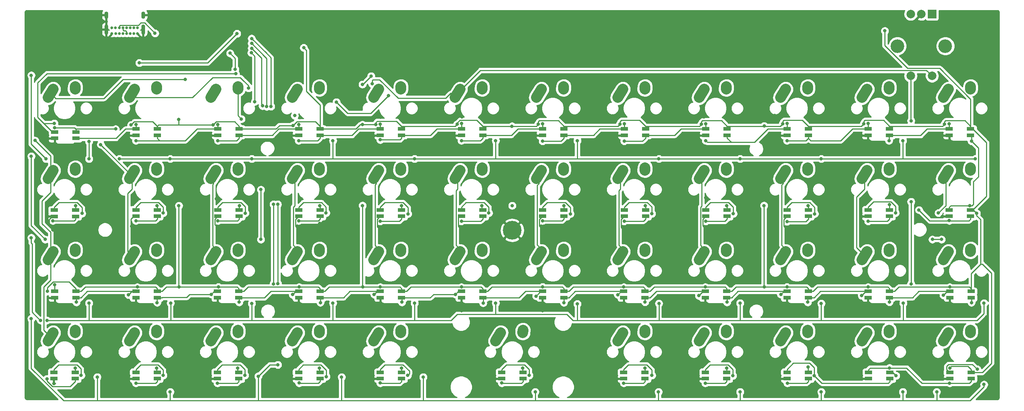
<source format=gbr>
G04 #@! TF.GenerationSoftware,KiCad,Pcbnew,(5.1.0)-1*
G04 #@! TF.CreationDate,2020-10-10T14:24:36-04:00*
G04 #@! TF.ProjectId,rev1.0,72657631-2e30-42e6-9b69-6361645f7063,rev?*
G04 #@! TF.SameCoordinates,Original*
G04 #@! TF.FileFunction,Copper,L1,Top*
G04 #@! TF.FilePolarity,Positive*
%FSLAX46Y46*%
G04 Gerber Fmt 4.6, Leading zero omitted, Abs format (unit mm)*
G04 Created by KiCad (PCBNEW (5.1.0)-1) date 2020-10-10 14:24:36*
%MOMM*%
%LPD*%
G04 APERTURE LIST*
%ADD10C,2.500000*%
%ADD11C,2.500000*%
%ADD12C,0.650000*%
%ADD13O,0.900000X2.400000*%
%ADD14O,0.900000X1.700000*%
%ADD15R,2.000000X2.000000*%
%ADD16C,2.000000*%
%ADD17C,3.200000*%
%ADD18R,1.800000X0.820000*%
%ADD19C,4.400000*%
%ADD20C,0.700000*%
%ADD21C,0.800000*%
%ADD22C,0.250000*%
%ADD23C,0.254000*%
G04 APERTURE END LIST*
D10*
X114915000Y-51217000D03*
D11*
X114934724Y-50927672D02*
X114895276Y-51506328D01*
D10*
X109140000Y-52487000D03*
D11*
X109744462Y-51538185D02*
X108535538Y-53435815D01*
D10*
X133965000Y-51217000D03*
D11*
X133984724Y-50927672D02*
X133945276Y-51506328D01*
D10*
X128190000Y-52487000D03*
D11*
X128794462Y-51538185D02*
X127585538Y-53435815D01*
D10*
X38715000Y-51217000D03*
D11*
X38734724Y-50927672D02*
X38695276Y-51506328D01*
D10*
X32940000Y-52487000D03*
D11*
X33544462Y-51538185D02*
X32335538Y-53435815D01*
D10*
X38715000Y-32167000D03*
D11*
X38734724Y-31877672D02*
X38695276Y-32456328D01*
D10*
X32940000Y-33437000D03*
D11*
X33544462Y-32488185D02*
X32335538Y-34385815D01*
D12*
X51567000Y-19435000D03*
X53267000Y-19435000D03*
X52417000Y-19435000D03*
X50717000Y-19435000D03*
X49867000Y-19435000D03*
X49017000Y-19435000D03*
X48167000Y-19435000D03*
X47317000Y-19435000D03*
X53267000Y-18110000D03*
X52412000Y-18110000D03*
X51562000Y-18110000D03*
X50712000Y-18110000D03*
X49862000Y-18110000D03*
X49012000Y-18110000D03*
X48162000Y-18110000D03*
X47312000Y-18110000D03*
D13*
X54617000Y-18455000D03*
X45967000Y-18455000D03*
D14*
X54617000Y-15075000D03*
X45967000Y-15075000D03*
D10*
X38715000Y-89317000D03*
D11*
X38734724Y-89027672D02*
X38695276Y-89606328D01*
D10*
X32940000Y-90587000D03*
D11*
X33544462Y-89638185D02*
X32335538Y-91535815D01*
D10*
X57765000Y-32167000D03*
D11*
X57784724Y-31877672D02*
X57745276Y-32456328D01*
D10*
X51990000Y-33437000D03*
D11*
X52594462Y-32488185D02*
X51385538Y-34385815D01*
D10*
X57765000Y-51217000D03*
D11*
X57784724Y-50927672D02*
X57745276Y-51506328D01*
D10*
X51990000Y-52487000D03*
D11*
X52594462Y-51538185D02*
X51385538Y-53435815D01*
D10*
X57765000Y-70267000D03*
D11*
X57784724Y-69977672D02*
X57745276Y-70556328D01*
D10*
X51990000Y-71537000D03*
D11*
X52594462Y-70588185D02*
X51385538Y-72485815D01*
D10*
X57765000Y-89317000D03*
D11*
X57784724Y-89027672D02*
X57745276Y-89606328D01*
D10*
X51990000Y-90587000D03*
D11*
X52594462Y-89638185D02*
X51385538Y-91535815D01*
D10*
X76815000Y-32167000D03*
D11*
X76834724Y-31877672D02*
X76795276Y-32456328D01*
D10*
X71040000Y-33437000D03*
D11*
X71644462Y-32488185D02*
X70435538Y-34385815D01*
D10*
X76815000Y-51217000D03*
D11*
X76834724Y-50927672D02*
X76795276Y-51506328D01*
D10*
X71040000Y-52487000D03*
D11*
X71644462Y-51538185D02*
X70435538Y-53435815D01*
D10*
X76815000Y-70267000D03*
D11*
X76834724Y-69977672D02*
X76795276Y-70556328D01*
D10*
X71040000Y-71537000D03*
D11*
X71644462Y-70588185D02*
X70435538Y-72485815D01*
D10*
X76815000Y-89317000D03*
D11*
X76834724Y-89027672D02*
X76795276Y-89606328D01*
D10*
X71040000Y-90587000D03*
D11*
X71644462Y-89638185D02*
X70435538Y-91535815D01*
D10*
X95865000Y-32167000D03*
D11*
X95884724Y-31877672D02*
X95845276Y-32456328D01*
D10*
X90090000Y-33437000D03*
D11*
X90694462Y-32488185D02*
X89485538Y-34385815D01*
D10*
X95865000Y-51217000D03*
D11*
X95884724Y-50927672D02*
X95845276Y-51506328D01*
D10*
X90090000Y-52487000D03*
D11*
X90694462Y-51538185D02*
X89485538Y-53435815D01*
D10*
X95865000Y-70267000D03*
D11*
X95884724Y-69977672D02*
X95845276Y-70556328D01*
D10*
X90090000Y-71537000D03*
D11*
X90694462Y-70588185D02*
X89485538Y-72485815D01*
D10*
X95865000Y-89317000D03*
D11*
X95884724Y-89027672D02*
X95845276Y-89606328D01*
D10*
X90090000Y-90587000D03*
D11*
X90694462Y-89638185D02*
X89485538Y-91535815D01*
D10*
X114915000Y-32167000D03*
D11*
X114934724Y-31877672D02*
X114895276Y-32456328D01*
D10*
X109140000Y-33437000D03*
D11*
X109744462Y-32488185D02*
X108535538Y-34385815D01*
D10*
X114915000Y-70267000D03*
D11*
X114934724Y-69977672D02*
X114895276Y-70556328D01*
D10*
X109140000Y-71537000D03*
D11*
X109744462Y-70588185D02*
X108535538Y-72485815D01*
D10*
X114915000Y-89317000D03*
D11*
X114934724Y-89027672D02*
X114895276Y-89606328D01*
D10*
X109140000Y-90587000D03*
D11*
X109744462Y-89638185D02*
X108535538Y-91535815D01*
D10*
X133965000Y-32167000D03*
D11*
X133984724Y-31877672D02*
X133945276Y-32456328D01*
D10*
X128190000Y-33437000D03*
D11*
X128794462Y-32488185D02*
X127585538Y-34385815D01*
D10*
X153015000Y-32167000D03*
D11*
X153034724Y-31877672D02*
X152995276Y-32456328D01*
D10*
X147240000Y-33437000D03*
D11*
X147844462Y-32488185D02*
X146635538Y-34385815D01*
D10*
X153015000Y-51217000D03*
D11*
X153034724Y-50927672D02*
X152995276Y-51506328D01*
D10*
X147240000Y-52487000D03*
D11*
X147844462Y-51538185D02*
X146635538Y-53435815D01*
D10*
X153015000Y-70267000D03*
D11*
X153034724Y-69977672D02*
X152995276Y-70556328D01*
D10*
X147240000Y-71537000D03*
D11*
X147844462Y-70588185D02*
X146635538Y-72485815D01*
D10*
X143490000Y-89317000D03*
D11*
X143509724Y-89027672D02*
X143470276Y-89606328D01*
D10*
X137715000Y-90587000D03*
D11*
X138319462Y-89638185D02*
X137110538Y-91535815D01*
D10*
X172065000Y-32167000D03*
D11*
X172084724Y-31877672D02*
X172045276Y-32456328D01*
D10*
X166290000Y-33437000D03*
D11*
X166894462Y-32488185D02*
X165685538Y-34385815D01*
D10*
X172065000Y-51217000D03*
D11*
X172084724Y-50927672D02*
X172045276Y-51506328D01*
D10*
X166290000Y-52487000D03*
D11*
X166894462Y-51538185D02*
X165685538Y-53435815D01*
D10*
X172065000Y-70267000D03*
D11*
X172084724Y-69977672D02*
X172045276Y-70556328D01*
D10*
X166290000Y-71537000D03*
D11*
X166894462Y-70588185D02*
X165685538Y-72485815D01*
D10*
X172065000Y-89317000D03*
D11*
X172084724Y-89027672D02*
X172045276Y-89606328D01*
D10*
X166290000Y-90587000D03*
D11*
X166894462Y-89638185D02*
X165685538Y-91535815D01*
D10*
X191115000Y-32167000D03*
D11*
X191134724Y-31877672D02*
X191095276Y-32456328D01*
D10*
X185340000Y-33437000D03*
D11*
X185944462Y-32488185D02*
X184735538Y-34385815D01*
D10*
X191115000Y-51217000D03*
D11*
X191134724Y-50927672D02*
X191095276Y-51506328D01*
D10*
X185340000Y-52487000D03*
D11*
X185944462Y-51538185D02*
X184735538Y-53435815D01*
D10*
X191115000Y-70267000D03*
D11*
X191134724Y-69977672D02*
X191095276Y-70556328D01*
D10*
X185340000Y-71537000D03*
D11*
X185944462Y-70588185D02*
X184735538Y-72485815D01*
D10*
X191115000Y-89317000D03*
D11*
X191134724Y-89027672D02*
X191095276Y-89606328D01*
D10*
X185340000Y-90587000D03*
D11*
X185944462Y-89638185D02*
X184735538Y-91535815D01*
D10*
X210165000Y-32167000D03*
D11*
X210184724Y-31877672D02*
X210145276Y-32456328D01*
D10*
X204390000Y-33437000D03*
D11*
X204994462Y-32488185D02*
X203785538Y-34385815D01*
D10*
X210165000Y-51217000D03*
D11*
X210184724Y-50927672D02*
X210145276Y-51506328D01*
D10*
X204390000Y-52487000D03*
D11*
X204994462Y-51538185D02*
X203785538Y-53435815D01*
D10*
X210165000Y-70267000D03*
D11*
X210184724Y-69977672D02*
X210145276Y-70556328D01*
D10*
X204390000Y-71537000D03*
D11*
X204994462Y-70588185D02*
X203785538Y-72485815D01*
D10*
X210165000Y-89317000D03*
D11*
X210184724Y-89027672D02*
X210145276Y-89606328D01*
D10*
X204390000Y-90587000D03*
D11*
X204994462Y-89638185D02*
X203785538Y-91535815D01*
D10*
X229215000Y-32167000D03*
D11*
X229234724Y-31877672D02*
X229195276Y-32456328D01*
D10*
X223440000Y-33437000D03*
D11*
X224044462Y-32488185D02*
X222835538Y-34385815D01*
D10*
X229215000Y-51217000D03*
D11*
X229234724Y-50927672D02*
X229195276Y-51506328D01*
D10*
X223440000Y-52487000D03*
D11*
X224044462Y-51538185D02*
X222835538Y-53435815D01*
D10*
X229215000Y-70267000D03*
D11*
X229234724Y-69977672D02*
X229195276Y-70556328D01*
D10*
X223440000Y-71537000D03*
D11*
X224044462Y-70588185D02*
X222835538Y-72485815D01*
D10*
X229215000Y-89317000D03*
D11*
X229234724Y-89027672D02*
X229195276Y-89606328D01*
D10*
X223440000Y-90587000D03*
D11*
X224044462Y-89638185D02*
X222835538Y-91535815D01*
D10*
X248265000Y-32167000D03*
D11*
X248284724Y-31877672D02*
X248245276Y-32456328D01*
D10*
X242490000Y-33437000D03*
D11*
X243094462Y-32488185D02*
X241885538Y-34385815D01*
D10*
X248265000Y-51217000D03*
D11*
X248284724Y-50927672D02*
X248245276Y-51506328D01*
D10*
X242490000Y-52487000D03*
D11*
X243094462Y-51538185D02*
X241885538Y-53435815D01*
D10*
X248265000Y-70267000D03*
D11*
X248284724Y-69977672D02*
X248245276Y-70556328D01*
D10*
X242490000Y-71537000D03*
D11*
X243094462Y-70588185D02*
X241885538Y-72485815D01*
D10*
X248265000Y-89317000D03*
D11*
X248284724Y-89027672D02*
X248245276Y-89606328D01*
D10*
X242490000Y-90587000D03*
D11*
X243094462Y-89638185D02*
X241885538Y-91535815D01*
D10*
X38715000Y-70267000D03*
D11*
X38734724Y-69977672D02*
X38695276Y-70556328D01*
D10*
X32940000Y-71537000D03*
D11*
X33544462Y-70588185D02*
X32335538Y-72485815D01*
D15*
X239268000Y-14859000D03*
D16*
X236768000Y-14859000D03*
X234268000Y-14859000D03*
D17*
X242368000Y-22359000D03*
X231168000Y-22359000D03*
D16*
X239268000Y-29359000D03*
X234268000Y-29359000D03*
D10*
X133965000Y-70267000D03*
D11*
X133984724Y-69977672D02*
X133945276Y-70556328D01*
D10*
X128190000Y-71537000D03*
D11*
X128794462Y-70588185D02*
X127585538Y-72485815D01*
D18*
X38909000Y-42519600D03*
X38909000Y-44019600D03*
X33909000Y-42519600D03*
X33909000Y-44019600D03*
X57908200Y-41808400D03*
X57908200Y-43308400D03*
X52908200Y-41808400D03*
X52908200Y-43308400D03*
X72110600Y-43308400D03*
X72110600Y-41808400D03*
X77110600Y-43308400D03*
X77110600Y-41808400D03*
X229409000Y-98907600D03*
X229409000Y-100407600D03*
X224409000Y-98907600D03*
X224409000Y-100407600D03*
X91008200Y-43308400D03*
X91008200Y-41808400D03*
X96008200Y-43308400D03*
X96008200Y-41808400D03*
X115109000Y-41808400D03*
X115109000Y-43308400D03*
X110109000Y-41808400D03*
X110109000Y-43308400D03*
X129108200Y-43308400D03*
X129108200Y-41808400D03*
X134108200Y-43308400D03*
X134108200Y-41808400D03*
X153107400Y-41808400D03*
X153107400Y-43308400D03*
X148107400Y-41808400D03*
X148107400Y-43308400D03*
X167208200Y-43308400D03*
X167208200Y-41808400D03*
X172208200Y-43308400D03*
X172208200Y-41808400D03*
X191309000Y-41808400D03*
X191309000Y-43308400D03*
X186309000Y-41808400D03*
X186309000Y-43308400D03*
X205308200Y-43308400D03*
X205308200Y-41808400D03*
X210308200Y-43308400D03*
X210308200Y-41808400D03*
X229307400Y-41808400D03*
X229307400Y-43308400D03*
X224307400Y-41808400D03*
X224307400Y-43308400D03*
X248306600Y-41808400D03*
X248306600Y-43308400D03*
X243306600Y-41808400D03*
X243306600Y-43308400D03*
X33807400Y-62331600D03*
X33807400Y-60831600D03*
X38807400Y-62331600D03*
X38807400Y-60831600D03*
X57908200Y-60807600D03*
X57908200Y-62307600D03*
X52908200Y-60807600D03*
X52908200Y-62307600D03*
X77110600Y-60807600D03*
X77110600Y-62307600D03*
X72110600Y-60807600D03*
X72110600Y-62307600D03*
X91008200Y-62307600D03*
X91008200Y-60807600D03*
X96008200Y-62307600D03*
X96008200Y-60807600D03*
X110109000Y-62307600D03*
X110109000Y-60807600D03*
X115109000Y-62307600D03*
X115109000Y-60807600D03*
X134108200Y-60807600D03*
X134108200Y-62307600D03*
X129108200Y-60807600D03*
X129108200Y-62307600D03*
X148107400Y-62307600D03*
X148107400Y-60807600D03*
X153107400Y-62307600D03*
X153107400Y-60807600D03*
X172208200Y-60807600D03*
X172208200Y-62307600D03*
X167208200Y-60807600D03*
X167208200Y-62307600D03*
X186309000Y-62307600D03*
X186309000Y-60807600D03*
X191309000Y-62307600D03*
X191309000Y-60807600D03*
X210308200Y-60807600D03*
X210308200Y-62307600D03*
X205308200Y-60807600D03*
X205308200Y-62307600D03*
X224307400Y-62307600D03*
X224307400Y-60807600D03*
X229307400Y-62307600D03*
X229307400Y-60807600D03*
X243306600Y-62307600D03*
X243306600Y-60807600D03*
X248306600Y-62307600D03*
X248306600Y-60807600D03*
X38909000Y-79908400D03*
X38909000Y-81408400D03*
X33909000Y-79908400D03*
X33909000Y-81408400D03*
X52908200Y-81408400D03*
X52908200Y-79908400D03*
X57908200Y-81408400D03*
X57908200Y-79908400D03*
X72009000Y-81408400D03*
X72009000Y-79908400D03*
X77009000Y-81408400D03*
X77009000Y-79908400D03*
X96008200Y-79908400D03*
X96008200Y-81408400D03*
X91008200Y-79908400D03*
X91008200Y-81408400D03*
X110109000Y-81408400D03*
X110109000Y-79908400D03*
X115109000Y-81408400D03*
X115109000Y-79908400D03*
X129108200Y-81408400D03*
X129108200Y-79908400D03*
X134108200Y-81408400D03*
X134108200Y-79908400D03*
X148107400Y-81408400D03*
X148107400Y-79908400D03*
X153107400Y-81408400D03*
X153107400Y-79908400D03*
X172106600Y-79908400D03*
X172106600Y-81408400D03*
X167106600Y-79908400D03*
X167106600Y-81408400D03*
X186207400Y-81408400D03*
X186207400Y-79908400D03*
X191207400Y-81408400D03*
X191207400Y-79908400D03*
X210308200Y-79908400D03*
X210308200Y-81408400D03*
X205308200Y-79908400D03*
X205308200Y-81408400D03*
X229307400Y-79908400D03*
X229307400Y-81408400D03*
X224307400Y-79908400D03*
X224307400Y-81408400D03*
X243408200Y-81408400D03*
X243408200Y-79908400D03*
X248408200Y-81408400D03*
X248408200Y-79908400D03*
X38705800Y-98907600D03*
X38705800Y-100407600D03*
X33705800Y-98907600D03*
X33705800Y-100407600D03*
X52908200Y-100407600D03*
X52908200Y-98907600D03*
X57908200Y-100407600D03*
X57908200Y-98907600D03*
X77009000Y-98907600D03*
X77009000Y-100407600D03*
X72009000Y-98907600D03*
X72009000Y-100407600D03*
X91008200Y-100407600D03*
X91008200Y-98907600D03*
X96008200Y-100407600D03*
X96008200Y-98907600D03*
X110109000Y-100407600D03*
X110109000Y-98907600D03*
X115109000Y-100407600D03*
X115109000Y-98907600D03*
X143557000Y-98907600D03*
X143557000Y-100407600D03*
X138557000Y-98907600D03*
X138557000Y-100407600D03*
X172106600Y-98907600D03*
X172106600Y-100407600D03*
X167106600Y-98907600D03*
X167106600Y-100407600D03*
X191207400Y-98907600D03*
X191207400Y-100407600D03*
X186207400Y-98907600D03*
X186207400Y-100407600D03*
X205308200Y-100407600D03*
X205308200Y-98907600D03*
X210308200Y-100407600D03*
X210308200Y-98907600D03*
X243408200Y-100407600D03*
X243408200Y-98907600D03*
X248408200Y-100407600D03*
X248408200Y-98907600D03*
D19*
X140995400Y-65582800D03*
D20*
X142645400Y-65582800D03*
X142162126Y-66749526D03*
X140995400Y-67232800D03*
X139828674Y-66749526D03*
X139345400Y-65582800D03*
X139828674Y-64416074D03*
X140995400Y-63932800D03*
X142162126Y-64416074D03*
D21*
X89671809Y-40986617D03*
X33933885Y-41495567D03*
X48167400Y-41808400D03*
X51792563Y-40838487D03*
X70994963Y-40838487D03*
X109115115Y-40801231D03*
X128092200Y-40690800D03*
X147091400Y-40690800D03*
X166192200Y-40690800D03*
X185293000Y-40690800D03*
X204314315Y-40598031D03*
X223291400Y-40589200D03*
X242189000Y-40690800D03*
X62966600Y-39573200D03*
X107975400Y-29413200D03*
X105943400Y-31343600D03*
X105952231Y-40801231D03*
X38785800Y-59821598D03*
X57886600Y-59797598D03*
X77190600Y-59772589D03*
X95986600Y-59772589D03*
X115087400Y-59772589D03*
X133883400Y-59791599D03*
X153085800Y-59772589D03*
X172186600Y-59772589D03*
X191228658Y-59772589D03*
X210227858Y-59772589D03*
X229285800Y-59588400D03*
X249731551Y-61607032D03*
X32181800Y-79908400D03*
X53255029Y-78898397D03*
X72212200Y-78873389D03*
X91109800Y-78898397D03*
X110109000Y-78892400D03*
X129108200Y-78892400D03*
X148107400Y-78873389D03*
X167106600Y-78892400D03*
X186207400Y-78898397D03*
X205308200Y-78873389D03*
X224307400Y-78892400D03*
X243408200Y-78892400D03*
X57785000Y-97891600D03*
X76743923Y-97897598D03*
X95885000Y-97897598D03*
X115087400Y-97891600D03*
X143433800Y-97872589D03*
X172085000Y-97872589D03*
X191185800Y-97891600D03*
X210286600Y-97688400D03*
X230833951Y-99707032D03*
X243408200Y-97891600D03*
X74955400Y-24040000D03*
X76152165Y-27811320D03*
X38684200Y-97872589D03*
X228219000Y-18787000D03*
X62966600Y-59791600D03*
X62985611Y-78873389D03*
X105962411Y-59772589D03*
X106045000Y-78892400D03*
X199974600Y-41083400D03*
X199942411Y-59772589D03*
X200005989Y-78873389D03*
X140945000Y-41148400D03*
X140995401Y-59791599D03*
X92202000Y-22742000D03*
X41935400Y-44744600D03*
X41935400Y-48818800D03*
X49052053Y-48814147D03*
X249402600Y-48818800D03*
X232435400Y-44551600D03*
X213339253Y-48814147D03*
X194340053Y-48814147D03*
X175331547Y-48814147D03*
X156235400Y-44551600D03*
X118140053Y-48814147D03*
X99034600Y-44551600D03*
X80030747Y-48814147D03*
X60939253Y-48814147D03*
X79933800Y-23926800D03*
X80746600Y-35407600D03*
X137134600Y-44551600D03*
X31877000Y-48818800D03*
X28422600Y-29210000D03*
X239344200Y-67716400D03*
X241491600Y-67716400D03*
X80010000Y-22860000D03*
X82551680Y-36401165D03*
X82169000Y-56032400D03*
X82169000Y-67716400D03*
X31673800Y-67716400D03*
X28422600Y-48209200D03*
X80010000Y-21717000D03*
X232537000Y-82651600D03*
X251434600Y-82651600D03*
X213334600Y-82753200D03*
X194335400Y-82651600D03*
X175336200Y-82753200D03*
X156235400Y-82854800D03*
X137134600Y-82651600D03*
X118135400Y-82651600D03*
X99034600Y-82651600D03*
X80035400Y-82753200D03*
X61036200Y-82651600D03*
X41935400Y-82651600D03*
X83537737Y-36567585D03*
X85115400Y-59486800D03*
X85117643Y-78148390D03*
X28422600Y-67310000D03*
X30630199Y-86715600D03*
X32080199Y-86715600D03*
X80010000Y-20574000D03*
X84536782Y-36523844D03*
X86115403Y-59486800D03*
X86131400Y-78079600D03*
X86131400Y-97147590D03*
X81559400Y-99822000D03*
X43865800Y-100025200D03*
X251434600Y-101752400D03*
X240360200Y-103479600D03*
X232435400Y-103479600D03*
X213334600Y-103479600D03*
X194335400Y-103479600D03*
X175234600Y-103479600D03*
X146380200Y-103479600D03*
X120167400Y-100025200D03*
X101066600Y-100025200D03*
X60934600Y-103479600D03*
X28422600Y-86309200D03*
X77597000Y-39471600D03*
X52908200Y-40798398D03*
X33807400Y-40503597D03*
X76276200Y-28803600D03*
X52908200Y-44551600D03*
X72110600Y-40792400D03*
X72110600Y-44551600D03*
X91008200Y-40798398D03*
X91008200Y-44551600D03*
X110109000Y-40690800D03*
X110109000Y-44348400D03*
X129108200Y-40487600D03*
X148107400Y-44653200D03*
X167208200Y-40589200D03*
X186309000Y-44551600D03*
X205308200Y-40487600D03*
X243306600Y-40589200D03*
X229184200Y-44551600D03*
X33477000Y-63341602D03*
X33909000Y-78384400D03*
X72110600Y-63347600D03*
X59318747Y-61532790D03*
X110109000Y-63449200D03*
X97431335Y-61511423D03*
X148107400Y-63347600D03*
X135522371Y-61526842D03*
X186309000Y-63449200D03*
X173674404Y-61699067D03*
X224307400Y-63449200D03*
X211810600Y-61722000D03*
X57886600Y-82550000D03*
X70581685Y-80604654D03*
X96088200Y-82550000D03*
X108700129Y-80636288D03*
X146607398Y-81026000D03*
X134188200Y-82651600D03*
X172085000Y-82418402D03*
X184683400Y-80924400D03*
X210185000Y-82448400D03*
X222813329Y-80914248D03*
X248488200Y-82550000D03*
X249844858Y-98182600D03*
X52908200Y-101447600D03*
X40117235Y-99631345D03*
X78432135Y-99611423D03*
X91109800Y-101417602D03*
X138557000Y-101417602D03*
X116523171Y-99626842D03*
X186207400Y-101447600D03*
X173710600Y-99618800D03*
X234365800Y-39878000D03*
X234365800Y-58863400D03*
X234365800Y-78167400D03*
X57378600Y-19354800D03*
X64446990Y-30168010D03*
X29311930Y-44526531D03*
X79298017Y-32215010D03*
X44678600Y-45466000D03*
X90090000Y-38669178D03*
X108204000Y-31205000D03*
X240766600Y-61518800D03*
X53721000Y-26289000D03*
X76581000Y-19431000D03*
X112014000Y-33998334D03*
X99847400Y-35509200D03*
X109182000Y-15018000D03*
X81762600Y-17526000D03*
X86106000Y-28575000D03*
X214655400Y-20878800D03*
X36449000Y-45669200D03*
X36449000Y-47193200D03*
X50977800Y-43332400D03*
X33705800Y-101549200D03*
X64795400Y-24130000D03*
X241681000Y-62331600D03*
X51892200Y-64668400D03*
X72009000Y-64871600D03*
X95995646Y-63972587D03*
X110109000Y-65481200D03*
X90906600Y-77063600D03*
X91008200Y-65379600D03*
X91008200Y-84480400D03*
X91008200Y-95961200D03*
X72009000Y-95859600D03*
X52705000Y-95758000D03*
X33299400Y-95758000D03*
X38887400Y-77165200D03*
X52908200Y-76962000D03*
X72110600Y-77063600D03*
X115189000Y-77063600D03*
X88366600Y-77470000D03*
X69265800Y-77165200D03*
X72009000Y-84480400D03*
X33502600Y-58166000D03*
X33502600Y-65481200D03*
X52705000Y-58166000D03*
X49657000Y-58166000D03*
X71704200Y-58166000D03*
X69265800Y-58064400D03*
X91617800Y-58166000D03*
X88569800Y-58267600D03*
X110007400Y-58267600D03*
X107365800Y-58369200D03*
X129108200Y-57962800D03*
X126365000Y-58064400D03*
X129108200Y-65379600D03*
X148107400Y-58064400D03*
X145364200Y-58267600D03*
X148209000Y-65379600D03*
X167106600Y-65481200D03*
X167513000Y-58267600D03*
X164261800Y-58064400D03*
X167309800Y-38760400D03*
X164566600Y-38760400D03*
X165582600Y-43332400D03*
X203581000Y-43332400D03*
X205308200Y-38557200D03*
X202463400Y-38658800D03*
X224205800Y-38760400D03*
X221056200Y-38760400D03*
X242900200Y-38455600D03*
X241681000Y-43332400D03*
X248081800Y-95758000D03*
X224205800Y-95656400D03*
X204597000Y-96266000D03*
X185496200Y-95961200D03*
X166395400Y-95961200D03*
X138252200Y-95961200D03*
X109296200Y-95961200D03*
X34010600Y-39166800D03*
X31572200Y-38963600D03*
X41224200Y-32258000D03*
X49555400Y-32258000D03*
X51993800Y-38760400D03*
X46609000Y-45364400D03*
X70180200Y-43332400D03*
X89077800Y-43230800D03*
X91313000Y-39166800D03*
X87553800Y-38862000D03*
X97612200Y-34188400D03*
X110210600Y-39065200D03*
X107061000Y-39268400D03*
X108585000Y-43434000D03*
X127482600Y-43535600D03*
X129209800Y-38963600D03*
X126263400Y-39065200D03*
X148005800Y-38658800D03*
X146380200Y-43230800D03*
X185902600Y-38963600D03*
X182549800Y-38455600D03*
X239445800Y-35001200D03*
X66827400Y-14986000D03*
X224409000Y-58064400D03*
X205511400Y-58166000D03*
X202768200Y-58166000D03*
X205308200Y-65379600D03*
X186309000Y-57962800D03*
X186410600Y-65379600D03*
X222681800Y-63449200D03*
X66827400Y-17322800D03*
X128905000Y-76962000D03*
X129108200Y-84480400D03*
X148209000Y-76860400D03*
X148107400Y-84480400D03*
X109093000Y-82956400D03*
X250012200Y-82550000D03*
X52908200Y-84378800D03*
X33909000Y-84378800D03*
X107365800Y-18338800D03*
X242087400Y-82550000D03*
X129108200Y-44551600D03*
X148107400Y-40589200D03*
X167208200Y-44653200D03*
X186309000Y-40589200D03*
X205308200Y-44551600D03*
X224307400Y-40487600D03*
X248081800Y-59797598D03*
X248488200Y-44653200D03*
X52908200Y-63347600D03*
X40309800Y-61620400D03*
X91008200Y-63347600D03*
X78505516Y-61556805D03*
X129108200Y-63449200D03*
X116611400Y-61722000D03*
X167208200Y-63449200D03*
X154609800Y-61722000D03*
X205308200Y-63550800D03*
X192775204Y-61699067D03*
X236194600Y-60807600D03*
X243306600Y-63317602D03*
X230721571Y-61526842D03*
X38989000Y-82448400D03*
X51181000Y-80721200D03*
X77089000Y-82448400D03*
X89597030Y-80684222D03*
X115189000Y-82448400D03*
X127680885Y-80604654D03*
X153085800Y-82550000D03*
X165694750Y-80685332D03*
X191287400Y-82448400D03*
X203885800Y-80619600D03*
X229285800Y-82418402D03*
X241939469Y-80807227D03*
X72009000Y-101447600D03*
X59319635Y-99631345D03*
X97501757Y-99909894D03*
X110109000Y-101417602D03*
X167106600Y-101447600D03*
X144971171Y-99626842D03*
X205409800Y-101447600D03*
X192632351Y-99707032D03*
X211703116Y-99656805D03*
X32080200Y-100431600D03*
X229304810Y-97872590D03*
X243403210Y-101442610D03*
D22*
X94933197Y-40073397D02*
X96008200Y-41148400D01*
X90585029Y-40073397D02*
X94933197Y-40073397D01*
X89671809Y-40986617D02*
X90585029Y-40073397D01*
X38533990Y-41484590D02*
X38909000Y-41859600D01*
X34510547Y-41484590D02*
X38533990Y-41484590D01*
X34499570Y-41495567D02*
X34510547Y-41484590D01*
X33933885Y-41495567D02*
X34499570Y-41495567D01*
X38909000Y-41859600D02*
X38909000Y-42519600D01*
X38960200Y-41808400D02*
X38909000Y-41859600D01*
X48167400Y-41808400D02*
X38960200Y-41808400D01*
X57908200Y-41148400D02*
X57908200Y-41808400D01*
X56833197Y-40073397D02*
X57908200Y-41148400D01*
X52557653Y-40073397D02*
X56833197Y-40073397D01*
X51792563Y-40838487D02*
X52557653Y-40073397D01*
X77110600Y-41148400D02*
X77110600Y-41808400D01*
X76029599Y-40067399D02*
X77110600Y-41148400D01*
X70994963Y-40838487D02*
X71766051Y-40067399D01*
X71766051Y-40067399D02*
X76029599Y-40067399D01*
X115109000Y-41148400D02*
X115109000Y-41808400D01*
X113926399Y-39965799D02*
X115109000Y-41148400D01*
X109384862Y-39965799D02*
X113926399Y-39965799D01*
X109115115Y-40235546D02*
X109384862Y-39965799D01*
X109115115Y-40801231D02*
X109115115Y-40235546D01*
X134108200Y-41148400D02*
X134108200Y-41808400D01*
X132722399Y-39762599D02*
X134108200Y-41148400D01*
X128760199Y-39762599D02*
X132722399Y-39762599D01*
X128092200Y-40430598D02*
X128760199Y-39762599D01*
X128092200Y-40690800D02*
X128092200Y-40430598D01*
X153107400Y-41148400D02*
X153107400Y-41808400D01*
X151823199Y-39864199D02*
X153107400Y-41148400D01*
X147352316Y-39864199D02*
X151823199Y-39864199D01*
X147091400Y-40125115D02*
X147352316Y-39864199D01*
X147091400Y-40690800D02*
X147091400Y-40125115D01*
X172208200Y-41148400D02*
X172208200Y-41808400D01*
X170822399Y-39762599D02*
X172208200Y-41148400D01*
X166554716Y-39762599D02*
X170822399Y-39762599D01*
X166192200Y-40125115D02*
X166554716Y-39762599D01*
X166192200Y-40690800D02*
X166192200Y-40125115D01*
X191309000Y-41148400D02*
X191309000Y-41808400D01*
X190024799Y-39864199D02*
X191309000Y-41148400D01*
X185553916Y-39864199D02*
X190024799Y-39864199D01*
X185293000Y-40125115D02*
X185553916Y-39864199D01*
X185293000Y-40690800D02*
X185293000Y-40125115D01*
X210308200Y-41148400D02*
X210308200Y-41808400D01*
X208922399Y-39762599D02*
X210308200Y-41148400D01*
X204584062Y-39762599D02*
X208922399Y-39762599D01*
X204314315Y-40032346D02*
X204584062Y-39762599D01*
X204314315Y-40598031D02*
X204314315Y-40032346D01*
X229307400Y-41148400D02*
X229307400Y-41808400D01*
X227921599Y-39762599D02*
X229307400Y-41148400D01*
X223552316Y-39762599D02*
X227921599Y-39762599D01*
X223291400Y-40023515D02*
X223552316Y-39762599D01*
X223291400Y-40589200D02*
X223291400Y-40023515D01*
X247022399Y-39864199D02*
X248306600Y-41148400D01*
X242449916Y-39864199D02*
X247022399Y-39864199D01*
X242189000Y-40125115D02*
X242449916Y-39864199D01*
X242189000Y-40690800D02*
X242189000Y-40125115D01*
X241731400Y-41148400D02*
X242189000Y-40690800D01*
X229307400Y-41148400D02*
X241731400Y-41148400D01*
X222732200Y-41148400D02*
X223291400Y-40589200D01*
X210308200Y-41148400D02*
X222732200Y-41148400D01*
X203763946Y-41148400D02*
X204314315Y-40598031D01*
X184835400Y-41148400D02*
X185293000Y-40690800D01*
X172208200Y-41148400D02*
X184835400Y-41148400D01*
X165734600Y-41148400D02*
X166192200Y-40690800D01*
X153107400Y-41148400D02*
X165734600Y-41148400D01*
X146633800Y-41148400D02*
X147091400Y-40690800D01*
X127634600Y-41148400D02*
X128092200Y-40690800D01*
X115109000Y-41148400D02*
X127634600Y-41148400D01*
X108549430Y-40801231D02*
X109115115Y-40801231D01*
X104392590Y-41808400D02*
X105399759Y-40801231D01*
X96008200Y-41808400D02*
X104392590Y-41808400D01*
X89106124Y-40986617D02*
X89671809Y-40986617D01*
X86519973Y-40986617D02*
X89106124Y-40986617D01*
X85698190Y-41808400D02*
X86519973Y-40986617D01*
X77110600Y-41808400D02*
X85698190Y-41808400D01*
X57908200Y-41148400D02*
X58218113Y-40838487D01*
X62966600Y-40792400D02*
X62920513Y-40838487D01*
X63666202Y-40838487D02*
X64139713Y-40838487D01*
X64139713Y-40838487D02*
X70994963Y-40838487D01*
X58218113Y-40838487D02*
X62920513Y-40838487D01*
X62920513Y-40838487D02*
X64139713Y-40838487D01*
X107975400Y-29413200D02*
X106045000Y-31343600D01*
X106045000Y-31343600D02*
X105943400Y-31343600D01*
X105399759Y-40801231D02*
X105952231Y-40801231D01*
X105952231Y-40801231D02*
X108549430Y-40801231D01*
X38807400Y-60831600D02*
X38807400Y-59843198D01*
X38807400Y-59843198D02*
X38785800Y-59821598D01*
X57908200Y-60807600D02*
X57908200Y-59819198D01*
X57908200Y-59819198D02*
X57886600Y-59797598D01*
X77110600Y-60807600D02*
X77110600Y-59852589D01*
X77110600Y-59852589D02*
X77190600Y-59772589D01*
X96008200Y-60807600D02*
X96008200Y-59794189D01*
X96008200Y-59794189D02*
X95986600Y-59772589D01*
X115109000Y-60807600D02*
X115109000Y-59794189D01*
X115109000Y-59794189D02*
X115087400Y-59772589D01*
X133883400Y-60582800D02*
X134108200Y-60807600D01*
X133883400Y-59791599D02*
X133883400Y-60582800D01*
X153107400Y-60807600D02*
X153107400Y-59794189D01*
X153107400Y-59794189D02*
X153085800Y-59772589D01*
X172208200Y-60807600D02*
X172208200Y-59794189D01*
X172208200Y-59794189D02*
X172186600Y-59772589D01*
X191309000Y-60807600D02*
X191309000Y-59852931D01*
X191309000Y-59852931D02*
X191228658Y-59772589D01*
X210308200Y-60807600D02*
X210308200Y-59852931D01*
X210308200Y-59852931D02*
X210227858Y-59772589D01*
X229307400Y-60807600D02*
X229307400Y-59610000D01*
X229307400Y-59610000D02*
X229285800Y-59588400D01*
X248932119Y-60807600D02*
X248306600Y-60807600D01*
X249731551Y-61607032D02*
X248932119Y-60807600D01*
X32181800Y-79038598D02*
X32181800Y-79908400D01*
X33560999Y-77659399D02*
X32181800Y-79038598D01*
X37319999Y-77659399D02*
X33560999Y-77659399D01*
X38909000Y-79908400D02*
X38909000Y-79248400D01*
X38909000Y-79248400D02*
X37319999Y-77659399D01*
X41069003Y-78898397D02*
X53255029Y-78898397D01*
X38909000Y-79908400D02*
X40059000Y-79908400D01*
X40059000Y-79908400D02*
X41069003Y-78898397D01*
X57908200Y-79248400D02*
X57908200Y-79908400D01*
X57533190Y-78873390D02*
X57908200Y-79248400D01*
X53280036Y-78873390D02*
X57533190Y-78873390D01*
X53255029Y-78898397D02*
X53280036Y-78873390D01*
X57908200Y-79908400D02*
X59058200Y-79908400D01*
X59058200Y-79908400D02*
X60093211Y-78873389D01*
X77009000Y-79248400D02*
X77009000Y-79908400D01*
X76633990Y-78873390D02*
X77009000Y-79248400D01*
X72212200Y-78873389D02*
X76633990Y-78873390D01*
X79169003Y-78898397D02*
X91109800Y-78898397D01*
X77009000Y-79908400D02*
X78159000Y-79908400D01*
X78159000Y-79908400D02*
X79169003Y-78898397D01*
X96008200Y-79248400D02*
X96008200Y-79908400D01*
X95633190Y-78873390D02*
X96008200Y-79248400D01*
X91748724Y-78873390D02*
X95633190Y-78873390D01*
X91723717Y-78898397D02*
X91748724Y-78873390D01*
X91109800Y-78898397D02*
X91723717Y-78898397D01*
X116259000Y-79908400D02*
X117275000Y-78892400D01*
X115109000Y-79908400D02*
X116259000Y-79908400D01*
X117275000Y-78892400D02*
X129108200Y-78892400D01*
X134108200Y-79248400D02*
X134108200Y-79908400D01*
X133733190Y-78873390D02*
X134108200Y-79248400D01*
X129848724Y-78873390D02*
X133733190Y-78873390D01*
X129829714Y-78892400D02*
X129848724Y-78873390D01*
X129108200Y-78892400D02*
X129829714Y-78892400D01*
X136293211Y-78873389D02*
X148107400Y-78873389D01*
X134108200Y-79908400D02*
X135258200Y-79908400D01*
X135258200Y-79908400D02*
X136293211Y-78873389D01*
X153107400Y-79248400D02*
X153107400Y-79908400D01*
X152732390Y-78873390D02*
X153107400Y-79248400D01*
X148107400Y-78873389D02*
X152732390Y-78873390D01*
X155273400Y-78892400D02*
X167106600Y-78892400D01*
X153107400Y-79908400D02*
X154257400Y-79908400D01*
X154257400Y-79908400D02*
X155273400Y-78892400D01*
X172106600Y-79248400D02*
X172106600Y-79908400D01*
X171731590Y-78873390D02*
X172106600Y-79248400D01*
X167847124Y-78873390D02*
X171731590Y-78873390D01*
X167828114Y-78892400D02*
X167847124Y-78873390D01*
X167106600Y-78892400D02*
X167828114Y-78892400D01*
X109543315Y-78892400D02*
X110109000Y-78892400D01*
X97158200Y-79908400D02*
X98174200Y-78892400D01*
X96008200Y-79908400D02*
X97158200Y-79908400D01*
X115109000Y-79248400D02*
X115109000Y-79908400D01*
X114733990Y-78873390D02*
X115109000Y-79248400D01*
X110849524Y-78873390D02*
X114733990Y-78873390D01*
X110830514Y-78892400D02*
X110849524Y-78873390D01*
X110109000Y-78892400D02*
X110830514Y-78892400D01*
X174266603Y-78898397D02*
X186207400Y-78898397D01*
X172106600Y-79908400D02*
X173256600Y-79908400D01*
X173256600Y-79908400D02*
X174266603Y-78898397D01*
X191207400Y-79248400D02*
X191207400Y-79908400D01*
X190832390Y-78873390D02*
X191207400Y-79248400D01*
X186798092Y-78873390D02*
X190832390Y-78873390D01*
X186773085Y-78898397D02*
X186798092Y-78873390D01*
X186207400Y-78898397D02*
X186773085Y-78898397D01*
X191207400Y-79908400D02*
X192357400Y-79908400D01*
X192357400Y-79908400D02*
X193392411Y-78873389D01*
X210308200Y-79248400D02*
X210308200Y-79908400D01*
X209933190Y-78873390D02*
X210308200Y-79248400D01*
X205308200Y-78873389D02*
X209933190Y-78873390D01*
X212474200Y-78892400D02*
X224307400Y-78892400D01*
X210308200Y-79908400D02*
X211458200Y-79908400D01*
X211458200Y-79908400D02*
X212474200Y-78892400D01*
X229307400Y-79248400D02*
X229307400Y-79908400D01*
X228932390Y-78873390D02*
X229307400Y-79248400D01*
X225047924Y-78873390D02*
X228932390Y-78873390D01*
X225028914Y-78892400D02*
X225047924Y-78873390D01*
X224307400Y-78892400D02*
X225028914Y-78892400D01*
X231473400Y-78892400D02*
X243408200Y-78892400D01*
X229307400Y-79908400D02*
X230457400Y-79908400D01*
X230457400Y-79908400D02*
X231473400Y-78892400D01*
X248033190Y-78873390D02*
X248408200Y-79248400D01*
X244148724Y-78873390D02*
X248033190Y-78873390D01*
X244129714Y-78892400D02*
X244148724Y-78873390D01*
X243408200Y-78892400D02*
X244129714Y-78892400D01*
X249731551Y-62172717D02*
X250621800Y-63062966D01*
X249731551Y-61607032D02*
X249731551Y-62172717D01*
X248408200Y-79248400D02*
X248408200Y-79908400D01*
X248408200Y-75733466D02*
X248408200Y-79248400D01*
X250621800Y-73519866D02*
X248408200Y-75733466D01*
X250621800Y-63062966D02*
X250621800Y-73519866D01*
X57785000Y-98784400D02*
X57908200Y-98907600D01*
X57785000Y-97891600D02*
X57785000Y-98784400D01*
X76743923Y-98642523D02*
X77009000Y-98907600D01*
X76743923Y-97897598D02*
X76743923Y-98642523D01*
X95885000Y-98784400D02*
X96008200Y-98907600D01*
X95885000Y-97897598D02*
X95885000Y-98784400D01*
X115087400Y-98886000D02*
X115109000Y-98907600D01*
X115087400Y-97891600D02*
X115087400Y-98886000D01*
X143433800Y-98784400D02*
X143557000Y-98907600D01*
X143433800Y-97872589D02*
X143433800Y-98784400D01*
X172085000Y-98886000D02*
X172106600Y-98907600D01*
X172085000Y-97872589D02*
X172085000Y-98886000D01*
X191185800Y-98886000D02*
X191207400Y-98907600D01*
X191185800Y-97891600D02*
X191185800Y-98886000D01*
X210286600Y-98886000D02*
X210308200Y-98907600D01*
X210286600Y-97688400D02*
X210286600Y-98886000D01*
X230034519Y-98907600D02*
X229409000Y-98907600D01*
X230833951Y-99707032D02*
X230034519Y-98907600D01*
X251028200Y-98907600D02*
X248408200Y-98907600D01*
X253161800Y-96774000D02*
X251028200Y-98907600D01*
X253161800Y-75653466D02*
X253161800Y-96774000D01*
X250621800Y-73519866D02*
X251028200Y-73519866D01*
X251028200Y-73519866D02*
X253161800Y-75653466D01*
X248408200Y-98247600D02*
X248408200Y-98907600D01*
X247652201Y-97491601D02*
X248408200Y-98247600D01*
X243408200Y-97891600D02*
X243808199Y-97491601D01*
X243808199Y-97491601D02*
X247652201Y-97491601D01*
X74955400Y-24040000D02*
X76152165Y-25236765D01*
X76152165Y-25236765D02*
X76152165Y-27811320D01*
X38684200Y-98886000D02*
X38705800Y-98907600D01*
X38684200Y-97872589D02*
X38684200Y-98886000D01*
X248306600Y-41148400D02*
X248306600Y-41808400D01*
X248796600Y-60807600D02*
X248306600Y-60807600D01*
X252000901Y-57603299D02*
X248796600Y-60807600D01*
X252000901Y-45012701D02*
X252000901Y-57603299D01*
X248796600Y-41808400D02*
X252000901Y-45012701D01*
X248306600Y-41808400D02*
X248796600Y-41808400D01*
X62966600Y-40138885D02*
X62966600Y-40792400D01*
X62966600Y-39573200D02*
X62966600Y-40138885D01*
X62966600Y-78854378D02*
X62985611Y-78873389D01*
X62966600Y-59791600D02*
X62966600Y-78854378D01*
X60093211Y-78873389D02*
X62985611Y-78873389D01*
X62985611Y-78873389D02*
X72212200Y-78873389D01*
X62985611Y-78873389D02*
X62985611Y-78873389D01*
X105962411Y-78873389D02*
X105943400Y-78892400D01*
X105962411Y-59772589D02*
X105962411Y-78873389D01*
X98174200Y-78892400D02*
X105943400Y-78892400D01*
X105943400Y-78892400D02*
X106045000Y-78892400D01*
X106045000Y-78892400D02*
X109543315Y-78892400D01*
X199974600Y-41148400D02*
X199974600Y-41083400D01*
X199974600Y-41148400D02*
X203763946Y-41148400D01*
X191309000Y-41148400D02*
X199974600Y-41148400D01*
X199942411Y-78809811D02*
X200005989Y-78873389D01*
X199942411Y-59772589D02*
X199942411Y-78809811D01*
X193392411Y-78873389D02*
X200005989Y-78873389D01*
X200005989Y-78873389D02*
X205308200Y-78873389D01*
X140945000Y-41148400D02*
X146633800Y-41148400D01*
X134108200Y-41148400D02*
X140945000Y-41148400D01*
X96008200Y-41148400D02*
X96008200Y-41808400D01*
X96008200Y-36188226D02*
X96008200Y-41148400D01*
X92825372Y-33005398D02*
X96008200Y-36188226D01*
X92825372Y-23365372D02*
X92825372Y-33005398D01*
X92202000Y-22742000D02*
X92825372Y-23365372D01*
X248306600Y-35474605D02*
X248306600Y-41148400D01*
X248306600Y-34819600D02*
X248306600Y-35474605D01*
X241070989Y-27583989D02*
X248306600Y-34819600D01*
X233543987Y-27583989D02*
X241070989Y-27583989D01*
X228219000Y-18787000D02*
X228219000Y-22259002D01*
X228219000Y-22259002D02*
X233543987Y-27583989D01*
X41935400Y-44744600D02*
X41935400Y-48818800D01*
X249397947Y-48814147D02*
X249402600Y-48818800D01*
X232435400Y-48809494D02*
X232430747Y-48814147D01*
X232435400Y-44551600D02*
X232435400Y-48809494D01*
X232430747Y-48814147D02*
X249397947Y-48814147D01*
X213339253Y-48814147D02*
X232430747Y-48814147D01*
X194340053Y-48814147D02*
X213339253Y-48814147D01*
X175331547Y-48814147D02*
X194340053Y-48814147D01*
X156235400Y-48717200D02*
X156138453Y-48814147D01*
X156235400Y-44551600D02*
X156235400Y-48717200D01*
X156138453Y-48814147D02*
X175331547Y-48814147D01*
X99034600Y-48717200D02*
X99131547Y-48814147D01*
X99034600Y-44551600D02*
X99034600Y-48717200D01*
X99131547Y-48814147D02*
X118140053Y-48814147D01*
X80030747Y-48814147D02*
X99131547Y-48814147D01*
X49052053Y-48814147D02*
X60939253Y-48814147D01*
X60939253Y-48814147D02*
X80030747Y-48814147D01*
X79933800Y-23926800D02*
X80746600Y-24739600D01*
X80746600Y-24739600D02*
X80746600Y-35407600D01*
X137134600Y-48717200D02*
X137231547Y-48814147D01*
X137134600Y-44551600D02*
X137134600Y-48717200D01*
X118140053Y-48814147D02*
X137231547Y-48814147D01*
X137231547Y-48814147D02*
X156138453Y-48814147D01*
X28422600Y-44710203D02*
X28422600Y-29210000D01*
X28422600Y-45364400D02*
X28422600Y-44710203D01*
X31877000Y-48818800D02*
X28422600Y-45364400D01*
X239344200Y-67716400D02*
X241491600Y-67716400D01*
X80010000Y-22860000D02*
X82296000Y-25146000D01*
X82296000Y-25146000D02*
X82296000Y-36145485D01*
X82296000Y-36145485D02*
X82551680Y-36401165D01*
X82169000Y-56032400D02*
X82169000Y-67716400D01*
X28422600Y-49459200D02*
X28422600Y-48209200D01*
X28422600Y-64465200D02*
X28422600Y-49459200D01*
X31673800Y-67716400D02*
X28422600Y-64465200D01*
X80010000Y-21717000D02*
X83021001Y-24728001D01*
X126701878Y-86715600D02*
X128144479Y-85272999D01*
X153776799Y-85272999D02*
X155219400Y-86715600D01*
X249809000Y-86715600D02*
X251434600Y-85090000D01*
X232537000Y-86715600D02*
X232537000Y-82651600D01*
X232537000Y-86715600D02*
X249809000Y-86715600D01*
X251434600Y-85090000D02*
X251434600Y-82651600D01*
X213334600Y-86715600D02*
X213334600Y-82753200D01*
X213334600Y-86715600D02*
X232537000Y-86715600D01*
X194335400Y-83217285D02*
X194335400Y-86715600D01*
X194335400Y-82651600D02*
X194335400Y-83217285D01*
X194335400Y-86715600D02*
X213334600Y-86715600D01*
X175336200Y-86614000D02*
X175437800Y-86715600D01*
X175336200Y-82753200D02*
X175336200Y-86614000D01*
X175437800Y-86715600D02*
X194335400Y-86715600D01*
X156235400Y-86614000D02*
X156337000Y-86715600D01*
X156235400Y-82854800D02*
X156235400Y-86614000D01*
X155219400Y-86715600D02*
X156337000Y-86715600D01*
X156337000Y-86715600D02*
X175437800Y-86715600D01*
X137134600Y-85252798D02*
X137134600Y-82651600D01*
X137154801Y-85272999D02*
X137134600Y-85252798D01*
X137154801Y-85272999D02*
X153776799Y-85272999D01*
X128144479Y-85272999D02*
X137154801Y-85272999D01*
X118135400Y-86614000D02*
X118237000Y-86715600D01*
X118135400Y-82651600D02*
X118135400Y-86614000D01*
X118237000Y-86715600D02*
X126701878Y-86715600D01*
X99034600Y-82651600D02*
X99034600Y-86715600D01*
X99034600Y-86715600D02*
X118237000Y-86715600D01*
X80035400Y-82753200D02*
X80035400Y-86715600D01*
X80035400Y-86715600D02*
X99034600Y-86715600D01*
X61036200Y-83217285D02*
X61036200Y-86715600D01*
X61036200Y-82651600D02*
X61036200Y-83217285D01*
X47726600Y-86715600D02*
X61036200Y-86715600D01*
X61036200Y-86715600D02*
X80035400Y-86715600D01*
X47726600Y-86715600D02*
X43053000Y-86715600D01*
X41935400Y-82651600D02*
X41935400Y-85598000D01*
X83021001Y-24728001D02*
X83537737Y-25244737D01*
X83537737Y-25244737D02*
X83537737Y-36567585D01*
X85115400Y-59486800D02*
X85115400Y-78146147D01*
X85115400Y-78146147D02*
X85117643Y-78148390D01*
X28422600Y-68560000D02*
X28422600Y-67310000D01*
X28625800Y-68763200D02*
X28422600Y-68560000D01*
X30630199Y-86817200D02*
X28625800Y-84812801D01*
X28625800Y-84812801D02*
X28625800Y-68763200D01*
X41935400Y-85598000D02*
X41935400Y-86715600D01*
X43053000Y-86715600D02*
X41935400Y-86715600D01*
X41935400Y-86715600D02*
X32080199Y-86715600D01*
X80010000Y-20574000D02*
X83388200Y-23952200D01*
X83388200Y-23952200D02*
X84536782Y-25100782D01*
X84536782Y-25100782D02*
X84536782Y-36523844D01*
X86115403Y-59486800D02*
X86115403Y-78063603D01*
X86115403Y-78063603D02*
X86131400Y-78079600D01*
X86131400Y-97147590D02*
X84233810Y-97147590D01*
X84233810Y-97147590D02*
X81559400Y-99822000D01*
X43865800Y-100025200D02*
X43865800Y-102418390D01*
X47015400Y-105567990D02*
X54044220Y-105567990D01*
X248184695Y-105567990D02*
X246907810Y-105567990D01*
X251434600Y-102318085D02*
X248184695Y-105567990D01*
X251434600Y-101752400D02*
X251434600Y-102318085D01*
X240563400Y-105567990D02*
X246907810Y-105567990D01*
X240360200Y-105522780D02*
X240405410Y-105567990D01*
X240360200Y-103479600D02*
X240360200Y-105522780D01*
X240405410Y-105567990D02*
X240563400Y-105567990D01*
X232379010Y-105567990D02*
X240405410Y-105567990D01*
X232435400Y-105511600D02*
X232379010Y-105567990D01*
X232435400Y-103479600D02*
X232435400Y-105511600D01*
X213334600Y-105511600D02*
X213390990Y-105567990D01*
X213334600Y-103479600D02*
X213334600Y-105511600D01*
X213278210Y-105567990D02*
X213390990Y-105567990D01*
X213390990Y-105567990D02*
X232379010Y-105567990D01*
X194335400Y-105522780D02*
X194290190Y-105567990D01*
X194335400Y-103479600D02*
X194335400Y-105522780D01*
X193872610Y-105567990D02*
X194290190Y-105567990D01*
X194290190Y-105567990D02*
X213278210Y-105567990D01*
X175234600Y-105511600D02*
X175290990Y-105567990D01*
X175234600Y-103479600D02*
X175234600Y-105511600D01*
X175290990Y-105567990D02*
X193872610Y-105567990D01*
X146380200Y-103479600D02*
X146380200Y-104045285D01*
X146436590Y-105567990D02*
X175290990Y-105567990D01*
X146380200Y-105522780D02*
X146334990Y-105567990D01*
X146380200Y-104045285D02*
X146380200Y-105522780D01*
X145917410Y-105567990D02*
X146334990Y-105567990D01*
X146334990Y-105567990D02*
X146436590Y-105567990D01*
X120167400Y-100025200D02*
X120167400Y-100590885D01*
X120167400Y-105511600D02*
X120223790Y-105567990D01*
X120167400Y-100590885D02*
X120167400Y-105511600D01*
X119918990Y-105567990D02*
X120223790Y-105567990D01*
X120223790Y-105567990D02*
X145917410Y-105567990D01*
X101066600Y-105511600D02*
X101010210Y-105567990D01*
X101066600Y-100025200D02*
X101066600Y-105511600D01*
X101010210Y-105567990D02*
X119918990Y-105567990D01*
X81559400Y-99822000D02*
X81559400Y-100387685D01*
X69875400Y-105567990D02*
X81107790Y-105567990D01*
X81559400Y-105511600D02*
X81615790Y-105567990D01*
X81559400Y-100387685D02*
X81559400Y-105511600D01*
X81107790Y-105567990D02*
X81615790Y-105567990D01*
X81615790Y-105567990D02*
X101010210Y-105567990D01*
X54044220Y-105567990D02*
X60776610Y-105567990D01*
X60934600Y-105522780D02*
X60979810Y-105567990D01*
X60934600Y-103479600D02*
X60934600Y-105522780D01*
X60776610Y-105567990D02*
X60979810Y-105567990D01*
X60979810Y-105567990D02*
X69875400Y-105567990D01*
X28422600Y-97975412D02*
X28422600Y-86309200D01*
X36015178Y-105567990D02*
X28422600Y-97975412D01*
X43865800Y-105511600D02*
X43922190Y-105567990D01*
X43865800Y-102418390D02*
X43865800Y-105511600D01*
X47015400Y-105567990D02*
X43922190Y-105567990D01*
X43922190Y-105567990D02*
X36015178Y-105567990D01*
X76815000Y-32167000D02*
X76815000Y-38689600D01*
X76815000Y-38689600D02*
X77597000Y-39471600D01*
X38909000Y-44019600D02*
X48258600Y-44019600D01*
X50469800Y-41808400D02*
X52908200Y-41808400D01*
X48258600Y-44019600D02*
X50469800Y-41808400D01*
X52908200Y-41808400D02*
X52908200Y-40798398D01*
X33419000Y-42519600D02*
X33909000Y-42519600D01*
X29939099Y-30944701D02*
X29939099Y-39039699D01*
X32080200Y-28803600D02*
X29939099Y-30944701D01*
X76276200Y-28803600D02*
X32080200Y-28803600D01*
X31402997Y-40503597D02*
X33807400Y-40503597D01*
X31378000Y-40478600D02*
X31402997Y-40503597D01*
X31378000Y-40478600D02*
X33419000Y-42519600D01*
X29939099Y-39039699D02*
X31378000Y-40478600D01*
X67233800Y-41808400D02*
X72110600Y-41808400D01*
X64490600Y-44551600D02*
X67233800Y-41808400D01*
X52908200Y-44551600D02*
X57886600Y-44551600D01*
X58491400Y-44551600D02*
X59918600Y-44551600D01*
X57908200Y-43968400D02*
X58491400Y-44551600D01*
X57908200Y-43308400D02*
X57908200Y-43968400D01*
X57886600Y-44551600D02*
X59918600Y-44551600D01*
X59918600Y-44551600D02*
X64490600Y-44551600D01*
X72110600Y-41808400D02*
X72110600Y-40792400D01*
X77110600Y-43968400D02*
X77110600Y-43308400D01*
X76527400Y-44551600D02*
X77110600Y-43968400D01*
X72110600Y-44551600D02*
X76527400Y-44551600D01*
X77110600Y-43308400D02*
X84834600Y-43308400D01*
X86334600Y-41808400D02*
X91008200Y-41808400D01*
X84834600Y-43308400D02*
X86334600Y-41808400D01*
X91008200Y-41808400D02*
X91008200Y-40798398D01*
X96008200Y-43968400D02*
X96008200Y-43308400D01*
X95425000Y-44551600D02*
X96008200Y-43968400D01*
X91008200Y-44551600D02*
X95425000Y-44551600D01*
X105029000Y-41808400D02*
X110109000Y-41808400D01*
X103505000Y-43332400D02*
X105029000Y-41808400D01*
X97182200Y-43332400D02*
X103505000Y-43332400D01*
X96008200Y-43308400D02*
X97158200Y-43308400D01*
X97158200Y-43308400D02*
X97182200Y-43332400D01*
X110109000Y-41808400D02*
X110109000Y-40690800D01*
X115109000Y-43968400D02*
X115109000Y-43308400D01*
X114729000Y-44348400D02*
X115109000Y-43968400D01*
X110109000Y-44348400D02*
X114729000Y-44348400D01*
X115109000Y-43308400D02*
X121870600Y-43308400D01*
X123370600Y-41808400D02*
X129108200Y-41808400D01*
X121870600Y-43308400D02*
X123370600Y-41808400D01*
X129108200Y-41808400D02*
X129108200Y-40487600D01*
X153107400Y-43308400D02*
X160018600Y-43308400D01*
X160018600Y-43308400D02*
X161518600Y-41808400D01*
X153107400Y-43968400D02*
X153107400Y-43308400D01*
X152422600Y-44653200D02*
X153107400Y-43968400D01*
X148107400Y-44653200D02*
X152422600Y-44653200D01*
X165176200Y-41808400D02*
X167208200Y-41808400D01*
X164668200Y-41808400D02*
X165176200Y-41808400D01*
X161518600Y-41808400D02*
X164668200Y-41808400D01*
X167208200Y-41808400D02*
X167208200Y-40589200D01*
X186309000Y-44551600D02*
X186708999Y-44951599D01*
X192292199Y-44951599D02*
X193732201Y-44951599D01*
X191309000Y-43968400D02*
X192292199Y-44951599D01*
X191309000Y-43308400D02*
X191309000Y-43968400D01*
X186708999Y-44951599D02*
X193732201Y-44951599D01*
X205308200Y-41808400D02*
X205308200Y-40487600D01*
X201650600Y-41808400D02*
X205308200Y-41808400D01*
X200837800Y-41808400D02*
X201650600Y-41808400D01*
X197694601Y-44951599D02*
X200837800Y-41808400D01*
X193732201Y-44951599D02*
X197694601Y-44951599D01*
X230457400Y-43308400D02*
X230481400Y-43332400D01*
X229307400Y-43308400D02*
X230457400Y-43308400D01*
X230481400Y-43332400D02*
X236601000Y-43332400D01*
X236601000Y-43332400D02*
X238125000Y-41808400D01*
X239953800Y-41808400D02*
X243306600Y-41808400D01*
X238125000Y-41808400D02*
X239953800Y-41808400D01*
X243306600Y-41808400D02*
X243306600Y-40589200D01*
X229184200Y-43431600D02*
X229307400Y-43308400D01*
X229184200Y-44551600D02*
X229184200Y-43431600D01*
X38887400Y-62411600D02*
X38807400Y-62331600D01*
X33502008Y-63366610D02*
X33477000Y-63341602D01*
X38432390Y-63366610D02*
X33502008Y-63366610D01*
X38807400Y-62331600D02*
X38807400Y-62991600D01*
X38807400Y-62991600D02*
X38432390Y-63366610D01*
X33909000Y-79908400D02*
X33909000Y-78384400D01*
X76730600Y-63347600D02*
X72110600Y-63347600D01*
X77110600Y-62307600D02*
X77110600Y-62967600D01*
X77110600Y-62967600D02*
X76730600Y-63347600D01*
X52908200Y-60147600D02*
X52908200Y-60807600D01*
X54008211Y-59047589D02*
X52908200Y-60147600D01*
X58215591Y-59047589D02*
X54008211Y-59047589D01*
X59318747Y-60150745D02*
X58215591Y-59047589D01*
X59318747Y-61532790D02*
X59318747Y-60150745D01*
X114627400Y-63449200D02*
X110109000Y-63449200D01*
X115109000Y-62307600D02*
X115109000Y-62967600D01*
X115109000Y-62967600D02*
X114627400Y-63449200D01*
X91008200Y-60147600D02*
X91008200Y-60807600D01*
X92108211Y-59047589D02*
X91008200Y-60147600D01*
X96360189Y-59047589D02*
X92108211Y-59047589D01*
X97431335Y-60118735D02*
X96360189Y-59047589D01*
X97431335Y-61511423D02*
X97431335Y-60118735D01*
X152727400Y-63347600D02*
X148107400Y-63347600D01*
X153107400Y-62307600D02*
X153107400Y-62967600D01*
X153107400Y-62967600D02*
X152727400Y-63347600D01*
X129108200Y-60147600D02*
X129108200Y-60807600D01*
X130189201Y-59066599D02*
X129108200Y-60147600D01*
X134434601Y-59066599D02*
X130189201Y-59066599D01*
X135522371Y-60154369D02*
X134434601Y-59066599D01*
X135522371Y-61526842D02*
X135522371Y-60154369D01*
X190827400Y-63449200D02*
X186309000Y-63449200D01*
X191309000Y-62307600D02*
X191309000Y-62967600D01*
X191309000Y-62967600D02*
X190827400Y-63449200D01*
X167208200Y-60147600D02*
X167208200Y-60807600D01*
X168308211Y-59047589D02*
X167208200Y-60147600D01*
X172617191Y-59047589D02*
X168308211Y-59047589D01*
X173674404Y-60104802D02*
X172617191Y-59047589D01*
X173674404Y-61699067D02*
X173674404Y-60104802D01*
X228825800Y-63449200D02*
X224307400Y-63449200D01*
X229307400Y-62307600D02*
X229307400Y-62967600D01*
X229307400Y-62967600D02*
X228825800Y-63449200D01*
X211810600Y-60204578D02*
X211810600Y-61722000D01*
X210653611Y-59047589D02*
X211810600Y-60204578D01*
X206408211Y-59047589D02*
X210653611Y-59047589D01*
X205308200Y-60807600D02*
X205308200Y-60147600D01*
X205308200Y-60147600D02*
X206408211Y-59047589D01*
X57886600Y-81430000D02*
X57908200Y-81408400D01*
X57886600Y-82550000D02*
X57886600Y-81430000D01*
X72009000Y-79908400D02*
X71277939Y-79908400D01*
X71277939Y-79908400D02*
X70581685Y-80604654D01*
X59058200Y-81408400D02*
X59135800Y-81330800D01*
X57908200Y-81408400D02*
X59058200Y-81408400D01*
X59135800Y-81330800D02*
X64795400Y-81330800D01*
X65521546Y-80604654D02*
X70581685Y-80604654D01*
X64795400Y-81330800D02*
X65521546Y-80604654D01*
X96088200Y-81488400D02*
X96008200Y-81408400D01*
X96088200Y-82550000D02*
X96088200Y-81488400D01*
X108959000Y-79908400D02*
X110109000Y-79908400D01*
X103023810Y-79908400D02*
X108959000Y-79908400D01*
X101523810Y-81408400D02*
X103023810Y-79908400D01*
X96008200Y-81408400D02*
X101523810Y-81408400D01*
X110109000Y-79908400D02*
X109428017Y-79908400D01*
X109428017Y-79908400D02*
X108700129Y-80636288D01*
X135258200Y-81408400D02*
X135282200Y-81432400D01*
X134108200Y-81408400D02*
X135258200Y-81408400D01*
X135282200Y-81432400D02*
X142621000Y-81432400D01*
X144145000Y-79908400D02*
X148107400Y-79908400D01*
X142621000Y-81432400D02*
X144145000Y-79908400D01*
X148107400Y-79908400D02*
X147724998Y-79908400D01*
X147724998Y-79908400D02*
X146607398Y-81026000D01*
X134188200Y-81488400D02*
X134108200Y-81408400D01*
X134188200Y-82651600D02*
X134188200Y-81488400D01*
X172085000Y-81430000D02*
X172106600Y-81408400D01*
X172085000Y-82418402D02*
X172085000Y-81430000D01*
X185057400Y-79908400D02*
X186207400Y-79908400D01*
X174756600Y-79908400D02*
X185057400Y-79908400D01*
X173256600Y-81408400D02*
X174756600Y-79908400D01*
X172106600Y-81408400D02*
X173256600Y-81408400D01*
X186207400Y-79908400D02*
X185699400Y-79908400D01*
X185699400Y-79908400D02*
X184683400Y-80924400D01*
X210185000Y-81531600D02*
X210308200Y-81408400D01*
X210185000Y-82448400D02*
X210185000Y-81531600D01*
X210308200Y-81408400D02*
X211458200Y-81408400D01*
X213161400Y-79908400D02*
X224307400Y-79908400D01*
X211661400Y-81408400D02*
X210308200Y-81408400D01*
X213161400Y-79908400D02*
X211661400Y-81408400D01*
X224307400Y-79908400D02*
X223819177Y-79908400D01*
X223819177Y-79908400D02*
X222813329Y-80914248D01*
X248488200Y-81488400D02*
X248408200Y-81408400D01*
X248488200Y-82550000D02*
X248488200Y-81488400D01*
X249844858Y-98182600D02*
X248703849Y-97041591D01*
X242683199Y-97499001D02*
X243140609Y-97041591D01*
X242683199Y-98239601D02*
X242683199Y-97499001D01*
X243351198Y-98907600D02*
X242683199Y-98239601D01*
X243408200Y-98907600D02*
X243351198Y-98907600D01*
X248703849Y-97041591D02*
X243140609Y-97041591D01*
X57528200Y-101447600D02*
X52908200Y-101447600D01*
X57908200Y-100407600D02*
X57908200Y-101067600D01*
X57908200Y-101067600D02*
X57528200Y-101447600D01*
X33705800Y-98247600D02*
X33705800Y-98907600D01*
X34805811Y-97147589D02*
X33705800Y-98247600D01*
X39152811Y-97147589D02*
X34805811Y-97147589D01*
X40117235Y-98112013D02*
X39152811Y-97147589D01*
X40117235Y-99631345D02*
X40117235Y-98112013D01*
X72009000Y-98247600D02*
X72009000Y-98907600D01*
X73084003Y-97172597D02*
X72009000Y-98247600D01*
X77335401Y-97172597D02*
X73084003Y-97172597D01*
X78432135Y-98269331D02*
X77335401Y-97172597D01*
X78432135Y-99611423D02*
X78432135Y-98269331D01*
X91134808Y-101442610D02*
X91109800Y-101417602D01*
X95633190Y-101442610D02*
X91134808Y-101442610D01*
X96008200Y-100407600D02*
X96008200Y-101067600D01*
X96008200Y-101067600D02*
X95633190Y-101442610D01*
X138582008Y-101442610D02*
X138557000Y-101417602D01*
X143181990Y-101442610D02*
X138582008Y-101442610D01*
X143557000Y-100407600D02*
X143557000Y-101067600D01*
X143557000Y-101067600D02*
X143181990Y-101442610D01*
X110109000Y-98247600D02*
X110109000Y-98907600D01*
X111209011Y-97147589D02*
X110109000Y-98247600D01*
X115454411Y-97147589D02*
X111209011Y-97147589D01*
X116923170Y-98616348D02*
X115454411Y-97147589D01*
X116923170Y-99226843D02*
X116923170Y-98616348D01*
X116523171Y-99626842D02*
X116923170Y-99226843D01*
X190827400Y-101447600D02*
X186207400Y-101447600D01*
X191207400Y-100407600D02*
X191207400Y-101067600D01*
X191207400Y-101067600D02*
X190827400Y-101447600D01*
X167106600Y-98247600D02*
X167106600Y-98907600D01*
X168206611Y-97147589D02*
X167106600Y-98247600D01*
X172515591Y-97147589D02*
X168206611Y-97147589D01*
X173710600Y-98342598D02*
X172515591Y-97147589D01*
X173710600Y-99618800D02*
X173710600Y-98342598D01*
X234268000Y-29359000D02*
X234268000Y-39780200D01*
X234268000Y-39780200D02*
X234365800Y-39878000D01*
X234365800Y-58863400D02*
X234365800Y-78167400D01*
X49012000Y-18110000D02*
X49012000Y-17650381D01*
X49012000Y-17650381D02*
X49202382Y-17459999D01*
X53519989Y-17459999D02*
X49202382Y-17459999D01*
X54063588Y-16916400D02*
X53519989Y-17459999D01*
X54940200Y-16916400D02*
X54063588Y-16916400D01*
X57378600Y-19354800D02*
X54940200Y-16916400D01*
X31963947Y-89610947D02*
X32940000Y-90587000D01*
X31355199Y-89002199D02*
X31963947Y-89610947D01*
X31355199Y-78849199D02*
X31355199Y-89002199D01*
X32940000Y-77264398D02*
X31355199Y-78849199D01*
X32940000Y-71537000D02*
X32940000Y-77264398D01*
X34141099Y-34638099D02*
X32940000Y-33437000D01*
X45441899Y-34638099D02*
X34141099Y-34638099D01*
X49911988Y-30168010D02*
X45441899Y-34638099D01*
X64446990Y-30168010D02*
X49911988Y-30168010D01*
X32940000Y-48154601D02*
X32940000Y-52487000D01*
X29311930Y-44526531D02*
X32940000Y-48154601D01*
X32940000Y-56696600D02*
X32940000Y-52487000D01*
X30962600Y-58674000D02*
X32940000Y-56696600D01*
X30962600Y-64058800D02*
X30962600Y-58674000D01*
X32940000Y-66036200D02*
X30962600Y-64058800D01*
X32940000Y-71537000D02*
X32940000Y-66036200D01*
X79298017Y-31649325D02*
X78128692Y-30480000D01*
X79298017Y-32215010D02*
X79298017Y-31649325D01*
X78128692Y-30480000D02*
X78105000Y-30480000D01*
X78105000Y-30480000D02*
X77343000Y-29718000D01*
X51699600Y-52487000D02*
X51990000Y-52487000D01*
X44678600Y-45466000D02*
X51699600Y-52487000D01*
X51013947Y-70560947D02*
X51990000Y-71537000D01*
X51013947Y-56898387D02*
X51013947Y-70560947D01*
X51990000Y-55922334D02*
X51013947Y-56898387D01*
X51990000Y-52487000D02*
X51990000Y-55922334D01*
X70993000Y-29718000D02*
X70891400Y-29718000D01*
X77343000Y-29718000D02*
X70993000Y-29718000D01*
X52966053Y-34413053D02*
X51990000Y-33437000D01*
X66196347Y-34413053D02*
X52966053Y-34413053D01*
X70891400Y-29718000D02*
X66196347Y-34413053D01*
X71040000Y-69396799D02*
X71040000Y-71537000D01*
X70885599Y-69242398D02*
X71040000Y-69396799D01*
X70885599Y-54781602D02*
X70885599Y-69242398D01*
X71040000Y-54627201D02*
X70885599Y-54781602D01*
X71040000Y-52487000D02*
X71040000Y-54627201D01*
X90090000Y-69396799D02*
X90090000Y-71537000D01*
X89783199Y-69089998D02*
X90090000Y-69396799D01*
X89783199Y-60137599D02*
X89783199Y-69089998D01*
X90090000Y-59830798D02*
X89783199Y-60137599D01*
X90090000Y-52487000D02*
X90090000Y-59830798D01*
X109140000Y-69396799D02*
X109140000Y-71537000D01*
X108883999Y-69140798D02*
X109140000Y-69396799D01*
X108883999Y-54883202D02*
X108883999Y-69140798D01*
X109140000Y-54627201D02*
X108883999Y-54883202D01*
X109140000Y-52487000D02*
X109140000Y-54627201D01*
X129901076Y-31725924D02*
X128190000Y-33437000D01*
X133593001Y-28033999D02*
X129901076Y-31725924D01*
X237942999Y-28033999D02*
X133593001Y-28033999D01*
X239268000Y-29359000D02*
X237942999Y-28033999D01*
X128190000Y-69396799D02*
X128190000Y-71537000D01*
X127883199Y-69089998D02*
X128190000Y-69396799D01*
X127883199Y-56229135D02*
X127883199Y-69089998D01*
X128190000Y-55922334D02*
X127883199Y-56229135D01*
X128190000Y-52487000D02*
X128190000Y-55922334D01*
X108204000Y-30403800D02*
X108381800Y-30226000D01*
X108204000Y-31205000D02*
X108204000Y-30403800D01*
X108381800Y-30226000D02*
X109924998Y-30226000D01*
X109924998Y-30226000D02*
X114293798Y-34594800D01*
X114293798Y-34594800D02*
X125450090Y-34594800D01*
X126607890Y-33437000D02*
X128190000Y-33437000D01*
X125450090Y-34594800D02*
X126607890Y-33437000D01*
X147240000Y-69396799D02*
X147240000Y-71537000D01*
X146882399Y-69039198D02*
X147240000Y-69396799D01*
X146882399Y-54984802D02*
X146882399Y-69039198D01*
X147240000Y-54627201D02*
X146882399Y-54984802D01*
X147240000Y-52487000D02*
X147240000Y-54627201D01*
X166290000Y-69396799D02*
X166290000Y-71537000D01*
X165983199Y-69089998D02*
X166290000Y-69396799D01*
X165983199Y-56229135D02*
X165983199Y-69089998D01*
X166290000Y-55922334D02*
X165983199Y-56229135D01*
X166290000Y-52487000D02*
X166290000Y-55922334D01*
X185340000Y-69396799D02*
X185340000Y-71537000D01*
X185083999Y-69140798D02*
X185340000Y-69396799D01*
X185083999Y-60137599D02*
X185083999Y-69140798D01*
X185340000Y-59881598D02*
X185083999Y-60137599D01*
X185340000Y-52487000D02*
X185340000Y-59881598D01*
X204390000Y-69396799D02*
X204390000Y-71537000D01*
X204083199Y-69089998D02*
X204390000Y-69396799D01*
X204083199Y-54934002D02*
X204083199Y-69089998D01*
X204390000Y-54627201D02*
X204083199Y-54934002D01*
X204390000Y-52487000D02*
X204390000Y-54627201D01*
X223440000Y-52487000D02*
X223440000Y-55922334D01*
X223440000Y-55922334D02*
X221564200Y-57798134D01*
X221564200Y-69661200D02*
X223440000Y-71537000D01*
X221564200Y-57798134D02*
X221564200Y-69661200D01*
X242490000Y-52487000D02*
X242490000Y-59795400D01*
X242490000Y-59795400D02*
X240766600Y-61518800D01*
X53721000Y-26289000D02*
X69723000Y-26289000D01*
X69723000Y-26289000D02*
X76581000Y-19431000D01*
X102471101Y-38132901D02*
X99847400Y-35509200D01*
X112014000Y-33998334D02*
X107879433Y-38132901D01*
X107879433Y-38132901D02*
X102471101Y-38132901D01*
X33705800Y-101549200D02*
X33705800Y-100407600D01*
X51758200Y-64534400D02*
X51892200Y-64668400D01*
X51758200Y-62967600D02*
X51758200Y-64534400D01*
X52908200Y-62307600D02*
X52418200Y-62307600D01*
X52418200Y-62307600D02*
X51758200Y-62967600D01*
X71385599Y-64248199D02*
X72009000Y-64871600D01*
X72110600Y-62307600D02*
X71385599Y-63032601D01*
X71385599Y-63032601D02*
X71385599Y-64248199D01*
X109383999Y-64756199D02*
X110109000Y-65481200D01*
X110109000Y-62307600D02*
X109383999Y-63032601D01*
X109383999Y-63032601D02*
X109383999Y-64756199D01*
X91008200Y-62307600D02*
X90283199Y-63032601D01*
X91008200Y-81408400D02*
X91008200Y-84480400D01*
X32657400Y-64636000D02*
X33502600Y-65481200D01*
X32657400Y-62991600D02*
X32657400Y-64636000D01*
X33807400Y-62331600D02*
X33317400Y-62331600D01*
X33317400Y-62331600D02*
X32657400Y-62991600D01*
X128708201Y-64979601D02*
X129108200Y-65379600D01*
X128383199Y-64654599D02*
X128708201Y-64979601D01*
X128383199Y-62447001D02*
X128383199Y-64654599D01*
X128522600Y-62307600D02*
X128383199Y-62447001D01*
X129108200Y-62307600D02*
X128522600Y-62307600D01*
X147809001Y-64979601D02*
X148209000Y-65379600D01*
X147382399Y-64552999D02*
X147809001Y-64979601D01*
X147382399Y-62999599D02*
X147382399Y-64552999D01*
X148074398Y-62307600D02*
X147382399Y-62999599D01*
X148107400Y-62307600D02*
X148074398Y-62307600D01*
X166483199Y-64857799D02*
X167106600Y-65481200D01*
X167208200Y-62307600D02*
X166483199Y-63032601D01*
X166483199Y-63032601D02*
X166483199Y-64857799D01*
X51001800Y-43308400D02*
X50977800Y-43332400D01*
X52908200Y-43308400D02*
X51001800Y-43308400D01*
X204583199Y-64654599D02*
X205308200Y-65379600D01*
X205308200Y-62307600D02*
X204583199Y-63032601D01*
X204583199Y-63032601D02*
X204583199Y-64654599D01*
X185583999Y-64552999D02*
X186410600Y-65379600D01*
X186309000Y-62307600D02*
X185583999Y-63032601D01*
X185583999Y-63032601D02*
X185583999Y-64552999D01*
X90283199Y-64654599D02*
X91008200Y-65379600D01*
X90283199Y-63032601D02*
X90283199Y-64654599D01*
X52908200Y-81408400D02*
X52908200Y-84378800D01*
X33909000Y-81408400D02*
X33909000Y-84378800D01*
X134108200Y-43968400D02*
X134108200Y-43308400D01*
X133525000Y-44551600D02*
X134108200Y-43968400D01*
X129108200Y-44551600D02*
X133525000Y-44551600D01*
X134108200Y-43308400D02*
X140816200Y-43308400D01*
X140816200Y-43308400D02*
X142316200Y-41808400D01*
X144449800Y-41808400D02*
X148107400Y-41808400D01*
X142316200Y-41808400D02*
X144449800Y-41808400D01*
X148107400Y-41808400D02*
X148107400Y-40589200D01*
X172208200Y-43308400D02*
X179017800Y-43308400D01*
X179017800Y-43308400D02*
X180517800Y-41808400D01*
X172208200Y-43968400D02*
X172208200Y-43308400D01*
X171523400Y-44653200D02*
X172208200Y-43968400D01*
X167208200Y-44653200D02*
X171523400Y-44653200D01*
X182854600Y-41808400D02*
X186309000Y-41808400D01*
X180517800Y-41808400D02*
X182854600Y-41808400D01*
X186309000Y-41808400D02*
X186309000Y-40589200D01*
X210308200Y-43968400D02*
X210308200Y-43308400D01*
X209725000Y-44551600D02*
X210308200Y-43968400D01*
X205308200Y-44551600D02*
X209725000Y-44551600D01*
X210308200Y-43968400D02*
X210891400Y-44551600D01*
X210891400Y-44551600D02*
X217906600Y-44551600D01*
X220649800Y-41808400D02*
X224307400Y-41808400D01*
X217906600Y-44551600D02*
X220446600Y-42011600D01*
X220446600Y-42011600D02*
X220649800Y-41808400D01*
X224307400Y-41808400D02*
X224307400Y-40487600D01*
X243306600Y-60147600D02*
X243306600Y-60807600D01*
X243681610Y-59772590D02*
X243306600Y-60147600D01*
X248056792Y-59772590D02*
X243681610Y-59772590D01*
X248081800Y-59797598D02*
X248056792Y-59772590D01*
X248081800Y-59797598D02*
X248647485Y-59797598D01*
X248647485Y-59797598D02*
X248945400Y-59499683D01*
X248945400Y-59499683D02*
X248945400Y-54152800D01*
X248488200Y-43490000D02*
X248306600Y-43308400D01*
X248488200Y-44653200D02*
X248488200Y-43490000D01*
X250127601Y-52970599D02*
X250012200Y-53086000D01*
X250127601Y-46292601D02*
X250127601Y-52970599D01*
X248488200Y-44653200D02*
X250127601Y-46292601D01*
X248945400Y-54152800D02*
X250012200Y-53086000D01*
X57528200Y-63347600D02*
X52908200Y-63347600D01*
X57908200Y-62307600D02*
X57908200Y-62967600D01*
X57908200Y-62967600D02*
X57528200Y-63347600D01*
X33807400Y-60171600D02*
X33807400Y-60831600D01*
X34907411Y-59071589D02*
X33807400Y-60171600D01*
X39128811Y-59071589D02*
X34907411Y-59071589D01*
X40309800Y-60252578D02*
X39128811Y-59071589D01*
X40309800Y-61620400D02*
X40309800Y-60252578D01*
X95628200Y-63347600D02*
X91008200Y-63347600D01*
X96008200Y-62307600D02*
X96008200Y-62967600D01*
X96008200Y-62967600D02*
X95628200Y-63347600D01*
X72110600Y-60147600D02*
X72110600Y-60807600D01*
X73210611Y-59047589D02*
X72110600Y-60147600D01*
X77519591Y-59047589D02*
X73210611Y-59047589D01*
X78505516Y-60033514D02*
X77519591Y-59047589D01*
X78505516Y-61556805D02*
X78505516Y-60033514D01*
X133626600Y-63449200D02*
X129108200Y-63449200D01*
X134108200Y-62307600D02*
X134108200Y-62967600D01*
X134108200Y-62967600D02*
X133626600Y-63449200D01*
X110109000Y-60147600D02*
X110109000Y-60807600D01*
X111209011Y-59047589D02*
X110109000Y-60147600D01*
X115454411Y-59047589D02*
X111209011Y-59047589D01*
X116611400Y-60204578D02*
X115454411Y-59047589D01*
X116611400Y-61722000D02*
X116611400Y-60204578D01*
X171726600Y-63449200D02*
X167208200Y-63449200D01*
X172208200Y-62307600D02*
X172208200Y-62967600D01*
X172208200Y-62967600D02*
X171726600Y-63449200D01*
X148107400Y-60147600D02*
X148107400Y-60807600D01*
X149207411Y-59047589D02*
X148107400Y-60147600D01*
X153452811Y-59047589D02*
X149207411Y-59047589D01*
X154609800Y-60204578D02*
X153452811Y-59047589D01*
X154609800Y-61722000D02*
X154609800Y-60204578D01*
X209725000Y-63550800D02*
X205308200Y-63550800D01*
X210308200Y-62307600D02*
X210308200Y-62967600D01*
X210308200Y-62967600D02*
X209725000Y-63550800D01*
X192775204Y-60168382D02*
X192775204Y-61699067D01*
X191654411Y-59047589D02*
X192775204Y-60168382D01*
X187409011Y-59047589D02*
X191654411Y-59047589D01*
X186309000Y-60807600D02*
X186309000Y-60147600D01*
X186309000Y-60147600D02*
X187409011Y-59047589D01*
X238729610Y-63342610D02*
X236194600Y-60807600D01*
X247931590Y-63342610D02*
X238729610Y-63342610D01*
X248306600Y-62307600D02*
X248306600Y-62967600D01*
X248306600Y-62967600D02*
X247931590Y-63342610D01*
X224307400Y-60147600D02*
X224307400Y-60807600D01*
X225591601Y-58863399D02*
X224307400Y-60147600D01*
X229633801Y-58863399D02*
X225591601Y-58863399D01*
X230721571Y-59951169D02*
X229633801Y-58863399D01*
X230721571Y-61526842D02*
X230721571Y-59951169D01*
X51758200Y-79908400D02*
X52908200Y-79908400D01*
X41559000Y-79908400D02*
X51758200Y-79908400D01*
X40059000Y-81408400D02*
X41559000Y-79908400D01*
X38909000Y-81408400D02*
X40059000Y-81408400D01*
X38989000Y-81488400D02*
X38909000Y-81408400D01*
X38989000Y-82448400D02*
X38989000Y-81488400D01*
X52908200Y-79908400D02*
X51993800Y-79908400D01*
X51993800Y-79908400D02*
X51181000Y-80721200D01*
X77089000Y-81488400D02*
X77009000Y-81408400D01*
X77089000Y-82448400D02*
X77089000Y-81488400D01*
X89858200Y-79908400D02*
X91008200Y-79908400D01*
X84532610Y-79908400D02*
X89858200Y-79908400D01*
X83032610Y-81408400D02*
X84532610Y-79908400D01*
X77009000Y-81408400D02*
X83032610Y-81408400D01*
X91008200Y-79908400D02*
X90372852Y-79908400D01*
X90372852Y-79908400D02*
X89597030Y-80684222D01*
X115189000Y-81488400D02*
X115109000Y-81408400D01*
X115189000Y-82448400D02*
X115189000Y-81488400D01*
X129108200Y-79908400D02*
X128377139Y-79908400D01*
X128377139Y-79908400D02*
X127680885Y-80604654D01*
X115109000Y-81408400D02*
X121817000Y-81408400D01*
X122620746Y-80604654D02*
X127680885Y-80604654D01*
X121817000Y-81408400D02*
X122620746Y-80604654D01*
X153085800Y-81430000D02*
X153107400Y-81408400D01*
X153085800Y-82550000D02*
X153085800Y-81430000D01*
X165956600Y-79908400D02*
X167106600Y-79908400D01*
X155757400Y-79908400D02*
X165956600Y-79908400D01*
X154257400Y-81408400D02*
X155757400Y-79908400D01*
X153107400Y-81408400D02*
X154257400Y-81408400D01*
X167106600Y-79908400D02*
X166471682Y-79908400D01*
X166471682Y-79908400D02*
X165694750Y-80685332D01*
X191287400Y-81488400D02*
X191207400Y-81408400D01*
X191287400Y-82448400D02*
X191287400Y-81488400D01*
X204158200Y-79908400D02*
X205308200Y-79908400D01*
X193857400Y-79908400D02*
X204158200Y-79908400D01*
X192357400Y-81408400D02*
X193857400Y-79908400D01*
X191207400Y-81408400D02*
X192357400Y-81408400D01*
X205308200Y-79908400D02*
X204597000Y-79908400D01*
X204597000Y-79908400D02*
X203885800Y-80619600D01*
X229285800Y-81430000D02*
X229307400Y-81408400D01*
X229285800Y-82418402D02*
X229285800Y-81430000D01*
X229307400Y-81408400D02*
X234694600Y-81408400D01*
X236194600Y-79908400D02*
X243408200Y-79908400D01*
X234694600Y-81408400D02*
X236194600Y-79908400D01*
X243408200Y-79908400D02*
X242838296Y-79908400D01*
X242838296Y-79908400D02*
X241939469Y-80807227D01*
X76629000Y-101447600D02*
X72009000Y-101447600D01*
X77009000Y-100407600D02*
X77009000Y-101067600D01*
X77009000Y-101067600D02*
X76629000Y-101447600D01*
X52908200Y-98247600D02*
X52908200Y-98907600D01*
X54008211Y-97147589D02*
X52908200Y-98247600D01*
X58113991Y-97147589D02*
X54008211Y-97147589D01*
X59319635Y-98353233D02*
X58113991Y-97147589D01*
X59319635Y-99631345D02*
X59319635Y-98353233D01*
X91008200Y-98247600D02*
X91008200Y-98907600D01*
X92083203Y-97172597D02*
X91008200Y-98247600D01*
X96233001Y-97172597D02*
X92083203Y-97172597D01*
X97501757Y-98441353D02*
X96233001Y-97172597D01*
X97501757Y-99909894D02*
X97501757Y-98441353D01*
X110134008Y-101442610D02*
X110109000Y-101417602D01*
X114733990Y-101442610D02*
X110134008Y-101442610D01*
X115109000Y-100407600D02*
X115109000Y-101067600D01*
X115109000Y-101067600D02*
X114733990Y-101442610D01*
X171726600Y-101447600D02*
X167106600Y-101447600D01*
X172106600Y-100407600D02*
X172106600Y-101067600D01*
X172106600Y-101067600D02*
X171726600Y-101447600D01*
X138557000Y-98247600D02*
X138557000Y-98907600D01*
X139657011Y-97147589D02*
X138557000Y-98247600D01*
X143902411Y-97147589D02*
X139657011Y-97147589D01*
X144971171Y-98216349D02*
X143902411Y-97147589D01*
X144971171Y-99626842D02*
X144971171Y-98216349D01*
X209928200Y-101447600D02*
X205409800Y-101447600D01*
X210308200Y-100407600D02*
X210308200Y-101067600D01*
X210308200Y-101067600D02*
X209928200Y-101447600D01*
X186207400Y-98247600D02*
X186207400Y-98907600D01*
X187307411Y-97147589D02*
X186207400Y-98247600D01*
X191552811Y-97147589D02*
X187307411Y-97147589D01*
X192632351Y-98227129D02*
X191552811Y-97147589D01*
X192632351Y-99707032D02*
X192632351Y-98227129D01*
X229409000Y-101067600D02*
X229409000Y-100407600D01*
X229033990Y-101442610D02*
X229409000Y-101067600D01*
X211703116Y-99656805D02*
X213488921Y-101442610D01*
X213488921Y-101442610D02*
X229033990Y-101442610D01*
X205308200Y-98247600D02*
X205308200Y-98907600D01*
X206795601Y-96760199D02*
X205308200Y-98247600D01*
X210634601Y-96760199D02*
X206795601Y-96760199D01*
X211703116Y-97828714D02*
X210634601Y-96760199D01*
X211703116Y-99656805D02*
X211703116Y-97828714D01*
X50717000Y-18975381D02*
X50717000Y-19435000D01*
X50526618Y-18784999D02*
X50717000Y-18975381D01*
X50077380Y-18784999D02*
X50526618Y-18784999D01*
X49862000Y-18569619D02*
X50077380Y-18784999D01*
X49862000Y-18110000D02*
X49862000Y-18569619D01*
X32080200Y-100996602D02*
X32080200Y-100431600D01*
X33357799Y-102274201D02*
X32080200Y-100996602D01*
X37499199Y-102274201D02*
X33357799Y-102274201D01*
X38705800Y-100407600D02*
X38705800Y-101067600D01*
X38705800Y-101067600D02*
X37499199Y-102274201D01*
X248408200Y-100407600D02*
X248408200Y-101067600D01*
X248408200Y-101067600D02*
X248033190Y-101442610D01*
X224409000Y-98247600D02*
X224409000Y-98907600D01*
X224784010Y-97872590D02*
X224409000Y-98247600D01*
X236900810Y-101442610D02*
X233330790Y-97872590D01*
X233330790Y-97872590D02*
X229304810Y-97872590D01*
X229304810Y-97872590D02*
X224784010Y-97872590D01*
X248033190Y-101442610D02*
X243403210Y-101442610D01*
X243403210Y-101442610D02*
X236900810Y-101442610D01*
D23*
G36*
X45013191Y-14142455D02*
G01*
X44927624Y-14338767D01*
X44882000Y-14548000D01*
X44882000Y-14948000D01*
X45840000Y-14948000D01*
X45840000Y-14928000D01*
X46094000Y-14928000D01*
X46094000Y-14948000D01*
X46114000Y-14948000D01*
X46114000Y-15202000D01*
X46094000Y-15202000D01*
X46094000Y-16392502D01*
X46203000Y-16475332D01*
X46203000Y-16704668D01*
X46094000Y-16787498D01*
X46094000Y-18328000D01*
X46376369Y-18328000D01*
X46387392Y-18385028D01*
X46458813Y-18560126D01*
X46463730Y-18569323D01*
X46646073Y-18582000D01*
X46094000Y-18582000D01*
X46094000Y-20122502D01*
X46261001Y-20249408D01*
X46464197Y-20177702D01*
X46644408Y-20062014D01*
X46798587Y-19913391D01*
X46920809Y-19737545D01*
X46987225Y-19585170D01*
X47137395Y-19435000D01*
X47123253Y-19420858D01*
X47207829Y-19336281D01*
X47207000Y-19340448D01*
X47207000Y-19529552D01*
X47239361Y-19692244D01*
X46844069Y-20087536D01*
X46857677Y-20283270D01*
X47031992Y-20356581D01*
X47217260Y-20394475D01*
X47406361Y-20395497D01*
X47592028Y-20359608D01*
X47742462Y-20298247D01*
X47886978Y-20358108D01*
X48072448Y-20395000D01*
X48261552Y-20395000D01*
X48447022Y-20358108D01*
X48592000Y-20298056D01*
X48736978Y-20358108D01*
X48922448Y-20395000D01*
X49111552Y-20395000D01*
X49297022Y-20358108D01*
X49442000Y-20298056D01*
X49586978Y-20358108D01*
X49772448Y-20395000D01*
X49961552Y-20395000D01*
X50147022Y-20358108D01*
X50292000Y-20298056D01*
X50436978Y-20358108D01*
X50622448Y-20395000D01*
X50811552Y-20395000D01*
X50997022Y-20358108D01*
X51142000Y-20298056D01*
X51286978Y-20358108D01*
X51472448Y-20395000D01*
X51661552Y-20395000D01*
X51847022Y-20358108D01*
X51992000Y-20298056D01*
X52136978Y-20358108D01*
X52322448Y-20395000D01*
X52511552Y-20395000D01*
X52697022Y-20358108D01*
X52842420Y-20297882D01*
X52981992Y-20356581D01*
X53167260Y-20394475D01*
X53356361Y-20395497D01*
X53542028Y-20359608D01*
X53717126Y-20288187D01*
X53726323Y-20283270D01*
X53739931Y-20087536D01*
X53344639Y-19692244D01*
X53377000Y-19529552D01*
X53377000Y-19340448D01*
X53376171Y-19336281D01*
X53460748Y-19420858D01*
X53446605Y-19435000D01*
X53596775Y-19585170D01*
X53663191Y-19737545D01*
X53785413Y-19913391D01*
X53939592Y-20062014D01*
X54119803Y-20177702D01*
X54322999Y-20249408D01*
X54490000Y-20122502D01*
X54490000Y-18582000D01*
X53932927Y-18582000D01*
X54115270Y-18569323D01*
X54188581Y-18395008D01*
X54202287Y-18328000D01*
X54490000Y-18328000D01*
X54490000Y-18308000D01*
X54744000Y-18308000D01*
X54744000Y-18328000D01*
X54764000Y-18328000D01*
X54764000Y-18582000D01*
X54744000Y-18582000D01*
X54744000Y-20122502D01*
X54911001Y-20249408D01*
X55114197Y-20177702D01*
X55294408Y-20062014D01*
X55448587Y-19913391D01*
X55570809Y-19737545D01*
X55656376Y-19541233D01*
X55702000Y-19332000D01*
X55702000Y-18753002D01*
X56343600Y-19394602D01*
X56343600Y-19456739D01*
X56383374Y-19656698D01*
X56461395Y-19845056D01*
X56574663Y-20014574D01*
X56718826Y-20158737D01*
X56888344Y-20272005D01*
X57076702Y-20350026D01*
X57276661Y-20389800D01*
X57480539Y-20389800D01*
X57680498Y-20350026D01*
X57868856Y-20272005D01*
X58038374Y-20158737D01*
X58182537Y-20014574D01*
X58295805Y-19845056D01*
X58373826Y-19656698D01*
X58413600Y-19456739D01*
X58413600Y-19252861D01*
X58373826Y-19052902D01*
X58295805Y-18864544D01*
X58182537Y-18695026D01*
X58038374Y-18550863D01*
X57868856Y-18437595D01*
X57680498Y-18359574D01*
X57480539Y-18319800D01*
X57418402Y-18319800D01*
X55504004Y-16405403D01*
X55480201Y-16376399D01*
X55364476Y-16281426D01*
X55353161Y-16275378D01*
X55448587Y-16183391D01*
X55570809Y-16007545D01*
X55656376Y-15811233D01*
X55702000Y-15602000D01*
X55702000Y-15202000D01*
X54744000Y-15202000D01*
X54744000Y-15222000D01*
X54490000Y-15222000D01*
X54490000Y-15202000D01*
X54470000Y-15202000D01*
X54470000Y-14948000D01*
X54490000Y-14948000D01*
X54490000Y-14928000D01*
X54744000Y-14928000D01*
X54744000Y-14948000D01*
X55702000Y-14948000D01*
X55702000Y-14548000D01*
X55656376Y-14338767D01*
X55570809Y-14142455D01*
X55468320Y-13995000D01*
X232878909Y-13995000D01*
X232819082Y-14084537D01*
X232695832Y-14382088D01*
X232633000Y-14697967D01*
X232633000Y-15020033D01*
X232695832Y-15335912D01*
X232819082Y-15633463D01*
X232998013Y-15901252D01*
X233225748Y-16128987D01*
X233493537Y-16307918D01*
X233791088Y-16431168D01*
X234106967Y-16494000D01*
X234429033Y-16494000D01*
X234744912Y-16431168D01*
X235042463Y-16307918D01*
X235310252Y-16128987D01*
X235537987Y-15901252D01*
X235602925Y-15804065D01*
X235632587Y-15814808D01*
X236588395Y-14859000D01*
X236574253Y-14844858D01*
X236753858Y-14665253D01*
X236768000Y-14679395D01*
X236782143Y-14665253D01*
X236961748Y-14844858D01*
X236947605Y-14859000D01*
X236961748Y-14873143D01*
X236782143Y-15052748D01*
X236768000Y-15038605D01*
X235812192Y-15994413D01*
X235907956Y-16258814D01*
X236197571Y-16399704D01*
X236509108Y-16481384D01*
X236830595Y-16500718D01*
X237149675Y-16456961D01*
X237454088Y-16351795D01*
X237628044Y-16258814D01*
X237682024Y-16109777D01*
X237737463Y-16213494D01*
X237816815Y-16310185D01*
X237913506Y-16389537D01*
X238023820Y-16448502D01*
X238143518Y-16484812D01*
X238268000Y-16497072D01*
X240268000Y-16497072D01*
X240392482Y-16484812D01*
X240512180Y-16448502D01*
X240622494Y-16389537D01*
X240719185Y-16310185D01*
X240798537Y-16213494D01*
X240857502Y-16103180D01*
X240893812Y-15983482D01*
X240906072Y-15859000D01*
X240906072Y-13995000D01*
X254475723Y-13995000D01*
X254601202Y-14007303D01*
X254690849Y-14034370D01*
X254773537Y-14078335D01*
X254846106Y-14137522D01*
X254905804Y-14209684D01*
X254950341Y-14292054D01*
X254978034Y-14381515D01*
X254991000Y-14504878D01*
X254991001Y-104742712D01*
X254978697Y-104868202D01*
X254951631Y-104957848D01*
X254907665Y-105040536D01*
X254848477Y-105113108D01*
X254776320Y-105172801D01*
X254693946Y-105217341D01*
X254604484Y-105245034D01*
X254481122Y-105258000D01*
X249569486Y-105258000D01*
X251945603Y-102881884D01*
X251974601Y-102858086D01*
X252069574Y-102742361D01*
X252140146Y-102610332D01*
X252183587Y-102467124D01*
X252238537Y-102412174D01*
X252351805Y-102242656D01*
X252429826Y-102054298D01*
X252469600Y-101854339D01*
X252469600Y-101650461D01*
X252429826Y-101450502D01*
X252351805Y-101262144D01*
X252238537Y-101092626D01*
X252094374Y-100948463D01*
X251924856Y-100835195D01*
X251736498Y-100757174D01*
X251536539Y-100717400D01*
X251332661Y-100717400D01*
X251132702Y-100757174D01*
X250944344Y-100835195D01*
X250774826Y-100948463D01*
X250630663Y-101092626D01*
X250517395Y-101262144D01*
X250439374Y-101450502D01*
X250399600Y-101650461D01*
X250399600Y-101854339D01*
X250439374Y-102054298D01*
X250493328Y-102184555D01*
X247869894Y-104807990D01*
X241120200Y-104807990D01*
X241120200Y-104183311D01*
X241164137Y-104139374D01*
X241277405Y-103969856D01*
X241355426Y-103781498D01*
X241395200Y-103581539D01*
X241395200Y-103377661D01*
X241355426Y-103177702D01*
X241277405Y-102989344D01*
X241164137Y-102819826D01*
X241019974Y-102675663D01*
X240850456Y-102562395D01*
X240662098Y-102484374D01*
X240462139Y-102444600D01*
X240258261Y-102444600D01*
X240058302Y-102484374D01*
X239869944Y-102562395D01*
X239700426Y-102675663D01*
X239556263Y-102819826D01*
X239442995Y-102989344D01*
X239364974Y-103177702D01*
X239325200Y-103377661D01*
X239325200Y-103581539D01*
X239364974Y-103781498D01*
X239442995Y-103969856D01*
X239556263Y-104139374D01*
X239600200Y-104183311D01*
X239600201Y-104807990D01*
X233195400Y-104807990D01*
X233195400Y-104183311D01*
X233239337Y-104139374D01*
X233352605Y-103969856D01*
X233430626Y-103781498D01*
X233470400Y-103581539D01*
X233470400Y-103377661D01*
X233430626Y-103177702D01*
X233352605Y-102989344D01*
X233239337Y-102819826D01*
X233095174Y-102675663D01*
X232925656Y-102562395D01*
X232737298Y-102484374D01*
X232537339Y-102444600D01*
X232333461Y-102444600D01*
X232133502Y-102484374D01*
X231945144Y-102562395D01*
X231775626Y-102675663D01*
X231631463Y-102819826D01*
X231518195Y-102989344D01*
X231440174Y-103177702D01*
X231400400Y-103377661D01*
X231400400Y-103581539D01*
X231440174Y-103781498D01*
X231518195Y-103969856D01*
X231631463Y-104139374D01*
X231675400Y-104183311D01*
X231675401Y-104807990D01*
X214094600Y-104807990D01*
X214094600Y-104183311D01*
X214138537Y-104139374D01*
X214251805Y-103969856D01*
X214329826Y-103781498D01*
X214369600Y-103581539D01*
X214369600Y-103377661D01*
X214329826Y-103177702D01*
X214251805Y-102989344D01*
X214138537Y-102819826D01*
X213994374Y-102675663D01*
X213824856Y-102562395D01*
X213636498Y-102484374D01*
X213436539Y-102444600D01*
X213232661Y-102444600D01*
X213032702Y-102484374D01*
X212844344Y-102562395D01*
X212674826Y-102675663D01*
X212530663Y-102819826D01*
X212417395Y-102989344D01*
X212339374Y-103177702D01*
X212299600Y-103377661D01*
X212299600Y-103581539D01*
X212339374Y-103781498D01*
X212417395Y-103969856D01*
X212530663Y-104139374D01*
X212574600Y-104183311D01*
X212574601Y-104807990D01*
X195095400Y-104807990D01*
X195095400Y-104183311D01*
X195139337Y-104139374D01*
X195252605Y-103969856D01*
X195330626Y-103781498D01*
X195370400Y-103581539D01*
X195370400Y-103377661D01*
X195330626Y-103177702D01*
X195252605Y-102989344D01*
X195139337Y-102819826D01*
X194995174Y-102675663D01*
X194825656Y-102562395D01*
X194637298Y-102484374D01*
X194437339Y-102444600D01*
X194233461Y-102444600D01*
X194033502Y-102484374D01*
X193845144Y-102562395D01*
X193675626Y-102675663D01*
X193531463Y-102819826D01*
X193418195Y-102989344D01*
X193340174Y-103177702D01*
X193300400Y-103377661D01*
X193300400Y-103581539D01*
X193340174Y-103781498D01*
X193418195Y-103969856D01*
X193531463Y-104139374D01*
X193575400Y-104183311D01*
X193575401Y-104807990D01*
X175994600Y-104807990D01*
X175994600Y-104183311D01*
X176038537Y-104139374D01*
X176151805Y-103969856D01*
X176229826Y-103781498D01*
X176269600Y-103581539D01*
X176269600Y-103377661D01*
X176229826Y-103177702D01*
X176151805Y-102989344D01*
X176038537Y-102819826D01*
X175894374Y-102675663D01*
X175724856Y-102562395D01*
X175536498Y-102484374D01*
X175336539Y-102444600D01*
X175132661Y-102444600D01*
X174932702Y-102484374D01*
X174744344Y-102562395D01*
X174574826Y-102675663D01*
X174430663Y-102819826D01*
X174317395Y-102989344D01*
X174239374Y-103177702D01*
X174199600Y-103377661D01*
X174199600Y-103581539D01*
X174239374Y-103781498D01*
X174317395Y-103969856D01*
X174430663Y-104139374D01*
X174474600Y-104183311D01*
X174474601Y-104807990D01*
X153872505Y-104807990D01*
X154153251Y-104691701D01*
X154583826Y-104404000D01*
X154950000Y-104037826D01*
X155237701Y-103607251D01*
X155435873Y-103128822D01*
X155536900Y-102620924D01*
X155536900Y-102103076D01*
X155435873Y-101595178D01*
X155237701Y-101116749D01*
X154950000Y-100686174D01*
X154583826Y-100320000D01*
X154153251Y-100032299D01*
X153674822Y-99834127D01*
X153166924Y-99733100D01*
X152649076Y-99733100D01*
X152141178Y-99834127D01*
X151662749Y-100032299D01*
X151232174Y-100320000D01*
X150866000Y-100686174D01*
X150578299Y-101116749D01*
X150380127Y-101595178D01*
X150279100Y-102103076D01*
X150279100Y-102620924D01*
X150380127Y-103128822D01*
X150578299Y-103607251D01*
X150866000Y-104037826D01*
X151232174Y-104404000D01*
X151662749Y-104691701D01*
X151943495Y-104807990D01*
X147140200Y-104807990D01*
X147140200Y-104183311D01*
X147184137Y-104139374D01*
X147297405Y-103969856D01*
X147375426Y-103781498D01*
X147415200Y-103581539D01*
X147415200Y-103377661D01*
X147375426Y-103177702D01*
X147297405Y-102989344D01*
X147184137Y-102819826D01*
X147039974Y-102675663D01*
X146870456Y-102562395D01*
X146682098Y-102484374D01*
X146482139Y-102444600D01*
X146278261Y-102444600D01*
X146078302Y-102484374D01*
X145889944Y-102562395D01*
X145720426Y-102675663D01*
X145576263Y-102819826D01*
X145462995Y-102989344D01*
X145384974Y-103177702D01*
X145345200Y-103377661D01*
X145345200Y-103581539D01*
X145384974Y-103781498D01*
X145462995Y-103969856D01*
X145576263Y-104139374D01*
X145620200Y-104183311D01*
X145620201Y-104807990D01*
X129996505Y-104807990D01*
X130277251Y-104691701D01*
X130707826Y-104404000D01*
X131074000Y-104037826D01*
X131361701Y-103607251D01*
X131559873Y-103128822D01*
X131660900Y-102620924D01*
X131660900Y-102103076D01*
X131559873Y-101595178D01*
X131361701Y-101116749D01*
X131074000Y-100686174D01*
X130707826Y-100320000D01*
X130277251Y-100032299D01*
X129798822Y-99834127D01*
X129290924Y-99733100D01*
X128773076Y-99733100D01*
X128265178Y-99834127D01*
X127786749Y-100032299D01*
X127356174Y-100320000D01*
X126990000Y-100686174D01*
X126702299Y-101116749D01*
X126504127Y-101595178D01*
X126403100Y-102103076D01*
X126403100Y-102620924D01*
X126504127Y-103128822D01*
X126702299Y-103607251D01*
X126990000Y-104037826D01*
X127356174Y-104404000D01*
X127786749Y-104691701D01*
X128067495Y-104807990D01*
X120927400Y-104807990D01*
X120927400Y-100728911D01*
X120971337Y-100684974D01*
X121084605Y-100515456D01*
X121162626Y-100327098D01*
X121202400Y-100127139D01*
X121202400Y-99923261D01*
X121162626Y-99723302D01*
X121084605Y-99534944D01*
X120971337Y-99365426D01*
X120827174Y-99221263D01*
X120657656Y-99107995D01*
X120469298Y-99029974D01*
X120269339Y-98990200D01*
X120065461Y-98990200D01*
X119865502Y-99029974D01*
X119677144Y-99107995D01*
X119507626Y-99221263D01*
X119363463Y-99365426D01*
X119250195Y-99534944D01*
X119172174Y-99723302D01*
X119132400Y-99923261D01*
X119132400Y-100127139D01*
X119172174Y-100327098D01*
X119250195Y-100515456D01*
X119363463Y-100684974D01*
X119407400Y-100728911D01*
X119407401Y-104807990D01*
X101826600Y-104807990D01*
X101826600Y-100728911D01*
X101870537Y-100684974D01*
X101983805Y-100515456D01*
X102061826Y-100327098D01*
X102101600Y-100127139D01*
X102101600Y-99923261D01*
X102061826Y-99723302D01*
X101983805Y-99534944D01*
X101870537Y-99365426D01*
X101726374Y-99221263D01*
X101556856Y-99107995D01*
X101368498Y-99029974D01*
X101168539Y-98990200D01*
X100964661Y-98990200D01*
X100764702Y-99029974D01*
X100576344Y-99107995D01*
X100406826Y-99221263D01*
X100262663Y-99365426D01*
X100149395Y-99534944D01*
X100071374Y-99723302D01*
X100031600Y-99923261D01*
X100031600Y-100127139D01*
X100071374Y-100327098D01*
X100149395Y-100515456D01*
X100262663Y-100684974D01*
X100306600Y-100728911D01*
X100306601Y-104807990D01*
X82319400Y-104807990D01*
X82319400Y-100525711D01*
X82363337Y-100481774D01*
X82476605Y-100312256D01*
X82554626Y-100123898D01*
X82594400Y-99923939D01*
X82594400Y-99861801D01*
X83958601Y-98497600D01*
X89470128Y-98497600D01*
X89470128Y-99317600D01*
X89482388Y-99442082D01*
X89518698Y-99561780D01*
X89569916Y-99657600D01*
X89518698Y-99753420D01*
X89482388Y-99873118D01*
X89470128Y-99997600D01*
X89473200Y-100121850D01*
X89631950Y-100280600D01*
X90881200Y-100280600D01*
X90881200Y-100260600D01*
X91135200Y-100260600D01*
X91135200Y-100280600D01*
X91155200Y-100280600D01*
X91155200Y-100382602D01*
X91007861Y-100382602D01*
X90807902Y-100422376D01*
X90619544Y-100500397D01*
X90568355Y-100534600D01*
X89631950Y-100534600D01*
X89473200Y-100693350D01*
X89470128Y-100817600D01*
X89482388Y-100942082D01*
X89518698Y-101061780D01*
X89577663Y-101172094D01*
X89657015Y-101268785D01*
X89753706Y-101348137D01*
X89864020Y-101407102D01*
X89983718Y-101443412D01*
X90074800Y-101452382D01*
X90074800Y-101519541D01*
X90114574Y-101719500D01*
X90192595Y-101907858D01*
X90305863Y-102077376D01*
X90450026Y-102221539D01*
X90619544Y-102334807D01*
X90807902Y-102412828D01*
X91007861Y-102452602D01*
X91211739Y-102452602D01*
X91411698Y-102412828D01*
X91600056Y-102334807D01*
X91769574Y-102221539D01*
X91788503Y-102202610D01*
X95595868Y-102202610D01*
X95633190Y-102206286D01*
X95670512Y-102202610D01*
X95670523Y-102202610D01*
X95782176Y-102191613D01*
X95925437Y-102148156D01*
X96057466Y-102077584D01*
X96173191Y-101982611D01*
X96196994Y-101953607D01*
X96519197Y-101631404D01*
X96548201Y-101607601D01*
X96643174Y-101491876D01*
X96662526Y-101455672D01*
X96908200Y-101455672D01*
X97032682Y-101443412D01*
X97152380Y-101407102D01*
X97262694Y-101348137D01*
X97359385Y-101268785D01*
X97438737Y-101172094D01*
X97497702Y-101061780D01*
X97533159Y-100944894D01*
X97603696Y-100944894D01*
X97803655Y-100905120D01*
X97992013Y-100827099D01*
X98161531Y-100713831D01*
X98305694Y-100569668D01*
X98418962Y-100400150D01*
X98496983Y-100211792D01*
X98536757Y-100011833D01*
X98536757Y-99807955D01*
X98496983Y-99607996D01*
X98418962Y-99419638D01*
X98305694Y-99250120D01*
X98261757Y-99206183D01*
X98261757Y-98497600D01*
X108570928Y-98497600D01*
X108570928Y-99317600D01*
X108583188Y-99442082D01*
X108619498Y-99561780D01*
X108670716Y-99657600D01*
X108619498Y-99753420D01*
X108583188Y-99873118D01*
X108570928Y-99997600D01*
X108574000Y-100121850D01*
X108732750Y-100280600D01*
X109982000Y-100280600D01*
X109982000Y-100260600D01*
X110236000Y-100260600D01*
X110236000Y-100280600D01*
X110256000Y-100280600D01*
X110256000Y-100391565D01*
X110210939Y-100382602D01*
X110007061Y-100382602D01*
X109807102Y-100422376D01*
X109618744Y-100500397D01*
X109567555Y-100534600D01*
X108732750Y-100534600D01*
X108574000Y-100693350D01*
X108570928Y-100817600D01*
X108583188Y-100942082D01*
X108619498Y-101061780D01*
X108678463Y-101172094D01*
X108757815Y-101268785D01*
X108854506Y-101348137D01*
X108964820Y-101407102D01*
X109074000Y-101440221D01*
X109074000Y-101519541D01*
X109113774Y-101719500D01*
X109191795Y-101907858D01*
X109305063Y-102077376D01*
X109449226Y-102221539D01*
X109618744Y-102334807D01*
X109807102Y-102412828D01*
X110007061Y-102452602D01*
X110210939Y-102452602D01*
X110410898Y-102412828D01*
X110599256Y-102334807D01*
X110768774Y-102221539D01*
X110787703Y-102202610D01*
X114696668Y-102202610D01*
X114733990Y-102206286D01*
X114771312Y-102202610D01*
X114771323Y-102202610D01*
X114882976Y-102191613D01*
X115026237Y-102148156D01*
X115158266Y-102077584D01*
X115273991Y-101982611D01*
X115297794Y-101953607D01*
X115619997Y-101631404D01*
X115649001Y-101607601D01*
X115743974Y-101491876D01*
X115763326Y-101455672D01*
X116009000Y-101455672D01*
X116133482Y-101443412D01*
X116253180Y-101407102D01*
X116363494Y-101348137D01*
X116460185Y-101268785D01*
X116539537Y-101172094D01*
X116598502Y-101061780D01*
X116634812Y-100942082D01*
X116647072Y-100817600D01*
X116647072Y-100657474D01*
X116825069Y-100622068D01*
X117013427Y-100544047D01*
X117182945Y-100430779D01*
X117327108Y-100286616D01*
X117440376Y-100117098D01*
X117518397Y-99928740D01*
X117558171Y-99728781D01*
X117558171Y-99651068D01*
X117628716Y-99519090D01*
X117672173Y-99375829D01*
X117683170Y-99264176D01*
X117683170Y-99264166D01*
X117686846Y-99226844D01*
X117683170Y-99189521D01*
X117683170Y-98653671D01*
X117686846Y-98616348D01*
X117683170Y-98579025D01*
X117683170Y-98579015D01*
X117675152Y-98497600D01*
X137018928Y-98497600D01*
X137018928Y-99317600D01*
X137031188Y-99442082D01*
X137067498Y-99561780D01*
X137118716Y-99657600D01*
X137067498Y-99753420D01*
X137031188Y-99873118D01*
X137018928Y-99997600D01*
X137022000Y-100121850D01*
X137180750Y-100280600D01*
X138430000Y-100280600D01*
X138430000Y-100260600D01*
X138684000Y-100260600D01*
X138684000Y-100280600D01*
X138704000Y-100280600D01*
X138704000Y-100391565D01*
X138658939Y-100382602D01*
X138455061Y-100382602D01*
X138255102Y-100422376D01*
X138066744Y-100500397D01*
X138015555Y-100534600D01*
X137180750Y-100534600D01*
X137022000Y-100693350D01*
X137018928Y-100817600D01*
X137031188Y-100942082D01*
X137067498Y-101061780D01*
X137126463Y-101172094D01*
X137205815Y-101268785D01*
X137302506Y-101348137D01*
X137412820Y-101407102D01*
X137522000Y-101440221D01*
X137522000Y-101519541D01*
X137561774Y-101719500D01*
X137639795Y-101907858D01*
X137753063Y-102077376D01*
X137897226Y-102221539D01*
X138066744Y-102334807D01*
X138255102Y-102412828D01*
X138455061Y-102452602D01*
X138658939Y-102452602D01*
X138858898Y-102412828D01*
X139047256Y-102334807D01*
X139216774Y-102221539D01*
X139235703Y-102202610D01*
X143144668Y-102202610D01*
X143181990Y-102206286D01*
X143219312Y-102202610D01*
X143219323Y-102202610D01*
X143330976Y-102191613D01*
X143474237Y-102148156D01*
X143606266Y-102077584D01*
X143721991Y-101982611D01*
X143745794Y-101953607D01*
X144067997Y-101631404D01*
X144097001Y-101607601D01*
X144191974Y-101491876D01*
X144211326Y-101455672D01*
X144457000Y-101455672D01*
X144581482Y-101443412D01*
X144701180Y-101407102D01*
X144811494Y-101348137D01*
X144908185Y-101268785D01*
X144987537Y-101172094D01*
X145046502Y-101061780D01*
X145082812Y-100942082D01*
X145095072Y-100817600D01*
X145095072Y-100657474D01*
X145273069Y-100622068D01*
X145461427Y-100544047D01*
X145630945Y-100430779D01*
X145775108Y-100286616D01*
X145888376Y-100117098D01*
X145966397Y-99928740D01*
X146006171Y-99728781D01*
X146006171Y-99524903D01*
X145966397Y-99324944D01*
X145888376Y-99136586D01*
X145775108Y-98967068D01*
X145731171Y-98923131D01*
X145731171Y-98497600D01*
X165568528Y-98497600D01*
X165568528Y-99317600D01*
X165580788Y-99442082D01*
X165617098Y-99561780D01*
X165668316Y-99657600D01*
X165617098Y-99753420D01*
X165580788Y-99873118D01*
X165568528Y-99997600D01*
X165571600Y-100121850D01*
X165730350Y-100280600D01*
X166979600Y-100280600D01*
X166979600Y-100260600D01*
X167233600Y-100260600D01*
X167233600Y-100280600D01*
X167253600Y-100280600D01*
X167253600Y-100421563D01*
X167208539Y-100412600D01*
X167004661Y-100412600D01*
X166804702Y-100452374D01*
X166616344Y-100530395D01*
X166610051Y-100534600D01*
X165730350Y-100534600D01*
X165571600Y-100693350D01*
X165568528Y-100817600D01*
X165580788Y-100942082D01*
X165617098Y-101061780D01*
X165676063Y-101172094D01*
X165755415Y-101268785D01*
X165852106Y-101348137D01*
X165962420Y-101407102D01*
X166071600Y-101440221D01*
X166071600Y-101549539D01*
X166111374Y-101749498D01*
X166189395Y-101937856D01*
X166302663Y-102107374D01*
X166446826Y-102251537D01*
X166616344Y-102364805D01*
X166804702Y-102442826D01*
X167004661Y-102482600D01*
X167208539Y-102482600D01*
X167408498Y-102442826D01*
X167596856Y-102364805D01*
X167766374Y-102251537D01*
X167810311Y-102207600D01*
X171689278Y-102207600D01*
X171726600Y-102211276D01*
X171763922Y-102207600D01*
X171763933Y-102207600D01*
X171875586Y-102196603D01*
X172018847Y-102153146D01*
X172150876Y-102082574D01*
X172266601Y-101987601D01*
X172290404Y-101958597D01*
X172617597Y-101631404D01*
X172646601Y-101607601D01*
X172741574Y-101491876D01*
X172760926Y-101455672D01*
X173006600Y-101455672D01*
X173131082Y-101443412D01*
X173250780Y-101407102D01*
X173361094Y-101348137D01*
X173457785Y-101268785D01*
X173537137Y-101172094D01*
X173596102Y-101061780D01*
X173632412Y-100942082D01*
X173644672Y-100817600D01*
X173644672Y-100653800D01*
X173812539Y-100653800D01*
X174012498Y-100614026D01*
X174200856Y-100536005D01*
X174370374Y-100422737D01*
X174514537Y-100278574D01*
X174627805Y-100109056D01*
X174705826Y-99920698D01*
X174745600Y-99720739D01*
X174745600Y-99516861D01*
X174705826Y-99316902D01*
X174627805Y-99128544D01*
X174514537Y-98959026D01*
X174470600Y-98915089D01*
X174470600Y-98497600D01*
X184669328Y-98497600D01*
X184669328Y-99317600D01*
X184681588Y-99442082D01*
X184717898Y-99561780D01*
X184769116Y-99657600D01*
X184717898Y-99753420D01*
X184681588Y-99873118D01*
X184669328Y-99997600D01*
X184672400Y-100121850D01*
X184831150Y-100280600D01*
X186080400Y-100280600D01*
X186080400Y-100260600D01*
X186334400Y-100260600D01*
X186334400Y-100280600D01*
X186354400Y-100280600D01*
X186354400Y-100421563D01*
X186309339Y-100412600D01*
X186105461Y-100412600D01*
X185905502Y-100452374D01*
X185717144Y-100530395D01*
X185710851Y-100534600D01*
X184831150Y-100534600D01*
X184672400Y-100693350D01*
X184669328Y-100817600D01*
X184681588Y-100942082D01*
X184717898Y-101061780D01*
X184776863Y-101172094D01*
X184856215Y-101268785D01*
X184952906Y-101348137D01*
X185063220Y-101407102D01*
X185172400Y-101440221D01*
X185172400Y-101549539D01*
X185212174Y-101749498D01*
X185290195Y-101937856D01*
X185403463Y-102107374D01*
X185547626Y-102251537D01*
X185717144Y-102364805D01*
X185905502Y-102442826D01*
X186105461Y-102482600D01*
X186309339Y-102482600D01*
X186509298Y-102442826D01*
X186697656Y-102364805D01*
X186867174Y-102251537D01*
X186911111Y-102207600D01*
X190790078Y-102207600D01*
X190827400Y-102211276D01*
X190864722Y-102207600D01*
X190864733Y-102207600D01*
X190976386Y-102196603D01*
X191119647Y-102153146D01*
X191251676Y-102082574D01*
X191367401Y-101987601D01*
X191391204Y-101958597D01*
X191718397Y-101631404D01*
X191747401Y-101607601D01*
X191842374Y-101491876D01*
X191861726Y-101455672D01*
X192107400Y-101455672D01*
X192231882Y-101443412D01*
X192351580Y-101407102D01*
X192461894Y-101348137D01*
X192558585Y-101268785D01*
X192637937Y-101172094D01*
X192696902Y-101061780D01*
X192733212Y-100942082D01*
X192745472Y-100817600D01*
X192745472Y-100739808D01*
X192934249Y-100702258D01*
X193122607Y-100624237D01*
X193292125Y-100510969D01*
X193436288Y-100366806D01*
X193549556Y-100197288D01*
X193627577Y-100008930D01*
X193667351Y-99808971D01*
X193667351Y-99605093D01*
X193627577Y-99405134D01*
X193549556Y-99216776D01*
X193436288Y-99047258D01*
X193392351Y-99003321D01*
X193392351Y-98264451D01*
X193396027Y-98227128D01*
X193392351Y-98189805D01*
X193392351Y-98189796D01*
X193381354Y-98078143D01*
X193337897Y-97934882D01*
X193329045Y-97918321D01*
X193267325Y-97802852D01*
X193196150Y-97716126D01*
X193172352Y-97687128D01*
X193143354Y-97663330D01*
X192116615Y-96636591D01*
X192092812Y-96607588D01*
X191977087Y-96512615D01*
X191845058Y-96442043D01*
X191701797Y-96398586D01*
X191590144Y-96387589D01*
X191590133Y-96387589D01*
X191552811Y-96383913D01*
X191515489Y-96387589D01*
X189913752Y-96387589D01*
X190270826Y-96149000D01*
X190637000Y-95782826D01*
X190924701Y-95352251D01*
X191122873Y-94873822D01*
X191223900Y-94365924D01*
X191223900Y-93960652D01*
X192189100Y-93960652D01*
X192189100Y-94253348D01*
X192246202Y-94540421D01*
X192358212Y-94810838D01*
X192520826Y-95054206D01*
X192727794Y-95261174D01*
X192971162Y-95423788D01*
X193241579Y-95535798D01*
X193528652Y-95592900D01*
X193821348Y-95592900D01*
X194108421Y-95535798D01*
X194378838Y-95423788D01*
X194622206Y-95261174D01*
X194829174Y-95054206D01*
X194991788Y-94810838D01*
X195103798Y-94540421D01*
X195160900Y-94253348D01*
X195160900Y-93960652D01*
X201079100Y-93960652D01*
X201079100Y-94253348D01*
X201136202Y-94540421D01*
X201248212Y-94810838D01*
X201410826Y-95054206D01*
X201617794Y-95261174D01*
X201861162Y-95423788D01*
X202131579Y-95535798D01*
X202418652Y-95592900D01*
X202711348Y-95592900D01*
X202998421Y-95535798D01*
X203268838Y-95423788D01*
X203512206Y-95261174D01*
X203719174Y-95054206D01*
X203881788Y-94810838D01*
X203993798Y-94540421D01*
X204050900Y-94253348D01*
X204050900Y-93960652D01*
X203993798Y-93673579D01*
X203889559Y-93421924D01*
X204195500Y-93385036D01*
X204548387Y-93269525D01*
X204871960Y-93087387D01*
X205153782Y-92845623D01*
X205325578Y-92626720D01*
X206634006Y-90572900D01*
X206759796Y-90324688D01*
X206859805Y-89967097D01*
X206888131Y-89596866D01*
X206843683Y-89228223D01*
X206728171Y-88875336D01*
X206546034Y-88551763D01*
X206304270Y-88269942D01*
X206012171Y-88040701D01*
X205680963Y-87872851D01*
X205323373Y-87772842D01*
X204953141Y-87744517D01*
X204584499Y-87788964D01*
X204231611Y-87904476D01*
X203908039Y-88086613D01*
X203626218Y-88328377D01*
X203454422Y-88547280D01*
X202145993Y-90601101D01*
X202020204Y-90849314D01*
X201920194Y-91206904D01*
X201891869Y-91577135D01*
X201936317Y-91945777D01*
X202051828Y-92298664D01*
X202233966Y-92622237D01*
X202260054Y-92652647D01*
X202131579Y-92678202D01*
X201861162Y-92790212D01*
X201617794Y-92952826D01*
X201410826Y-93159794D01*
X201248212Y-93403162D01*
X201136202Y-93673579D01*
X201079100Y-93960652D01*
X195160900Y-93960652D01*
X195103798Y-93673579D01*
X194991788Y-93403162D01*
X194829174Y-93159794D01*
X194622206Y-92952826D01*
X194378838Y-92790212D01*
X194108421Y-92678202D01*
X193821348Y-92621100D01*
X193528652Y-92621100D01*
X193241579Y-92678202D01*
X192971162Y-92790212D01*
X192727794Y-92952826D01*
X192520826Y-93159794D01*
X192358212Y-93403162D01*
X192246202Y-93673579D01*
X192189100Y-93960652D01*
X191223900Y-93960652D01*
X191223900Y-93848076D01*
X191122873Y-93340178D01*
X190924701Y-92861749D01*
X190637000Y-92431174D01*
X190270826Y-92065000D01*
X189840251Y-91777299D01*
X189361822Y-91579127D01*
X188853924Y-91478100D01*
X188336076Y-91478100D01*
X187828178Y-91579127D01*
X187349749Y-91777299D01*
X186919174Y-92065000D01*
X186553000Y-92431174D01*
X186265299Y-92861749D01*
X186067127Y-93340178D01*
X185966100Y-93848076D01*
X185966100Y-94365924D01*
X186067127Y-94873822D01*
X186265299Y-95352251D01*
X186553000Y-95782826D01*
X186919174Y-96149000D01*
X187275456Y-96387060D01*
X187270087Y-96387589D01*
X187270078Y-96387589D01*
X187158425Y-96398586D01*
X187015164Y-96442043D01*
X186883135Y-96512615D01*
X186883133Y-96512616D01*
X186883134Y-96512616D01*
X186796407Y-96583790D01*
X186796403Y-96583794D01*
X186767410Y-96607588D01*
X186743616Y-96636581D01*
X185696402Y-97683797D01*
X185667399Y-97707599D01*
X185621290Y-97763784D01*
X185572426Y-97823324D01*
X185553074Y-97859528D01*
X185307400Y-97859528D01*
X185182918Y-97871788D01*
X185063220Y-97908098D01*
X184952906Y-97967063D01*
X184856215Y-98046415D01*
X184776863Y-98143106D01*
X184717898Y-98253420D01*
X184681588Y-98373118D01*
X184669328Y-98497600D01*
X174470600Y-98497600D01*
X174470600Y-98379921D01*
X174474276Y-98342598D01*
X174470600Y-98305275D01*
X174470600Y-98305265D01*
X174459603Y-98193612D01*
X174416146Y-98050351D01*
X174400310Y-98020724D01*
X174345574Y-97918321D01*
X174274399Y-97831595D01*
X174250601Y-97802597D01*
X174221603Y-97778799D01*
X173079395Y-96636592D01*
X173055592Y-96607588D01*
X172939867Y-96512615D01*
X172807838Y-96442043D01*
X172664577Y-96398586D01*
X172552924Y-96387589D01*
X172552913Y-96387589D01*
X172515591Y-96383913D01*
X172478269Y-96387589D01*
X170863752Y-96387589D01*
X171220826Y-96149000D01*
X171587000Y-95782826D01*
X171874701Y-95352251D01*
X172072873Y-94873822D01*
X172173900Y-94365924D01*
X172173900Y-93960652D01*
X173139100Y-93960652D01*
X173139100Y-94253348D01*
X173196202Y-94540421D01*
X173308212Y-94810838D01*
X173470826Y-95054206D01*
X173677794Y-95261174D01*
X173921162Y-95423788D01*
X174191579Y-95535798D01*
X174478652Y-95592900D01*
X174771348Y-95592900D01*
X175058421Y-95535798D01*
X175328838Y-95423788D01*
X175572206Y-95261174D01*
X175779174Y-95054206D01*
X175941788Y-94810838D01*
X176053798Y-94540421D01*
X176110900Y-94253348D01*
X176110900Y-93960652D01*
X182029100Y-93960652D01*
X182029100Y-94253348D01*
X182086202Y-94540421D01*
X182198212Y-94810838D01*
X182360826Y-95054206D01*
X182567794Y-95261174D01*
X182811162Y-95423788D01*
X183081579Y-95535798D01*
X183368652Y-95592900D01*
X183661348Y-95592900D01*
X183948421Y-95535798D01*
X184218838Y-95423788D01*
X184462206Y-95261174D01*
X184669174Y-95054206D01*
X184831788Y-94810838D01*
X184943798Y-94540421D01*
X185000900Y-94253348D01*
X185000900Y-93960652D01*
X184943798Y-93673579D01*
X184839559Y-93421924D01*
X185145500Y-93385036D01*
X185498387Y-93269525D01*
X185821960Y-93087387D01*
X186103782Y-92845623D01*
X186275578Y-92626720D01*
X187584006Y-90572900D01*
X187709796Y-90324688D01*
X187809805Y-89967097D01*
X187838131Y-89596866D01*
X187793683Y-89228223D01*
X187678171Y-88875336D01*
X187496034Y-88551763D01*
X187254270Y-88269942D01*
X186962171Y-88040701D01*
X186630963Y-87872851D01*
X186273373Y-87772842D01*
X185903141Y-87744517D01*
X185534499Y-87788964D01*
X185181611Y-87904476D01*
X184858039Y-88086613D01*
X184576218Y-88328377D01*
X184404422Y-88547280D01*
X183095993Y-90601101D01*
X182970204Y-90849314D01*
X182870194Y-91206904D01*
X182841869Y-91577135D01*
X182886317Y-91945777D01*
X183001828Y-92298664D01*
X183183966Y-92622237D01*
X183210054Y-92652647D01*
X183081579Y-92678202D01*
X182811162Y-92790212D01*
X182567794Y-92952826D01*
X182360826Y-93159794D01*
X182198212Y-93403162D01*
X182086202Y-93673579D01*
X182029100Y-93960652D01*
X176110900Y-93960652D01*
X176053798Y-93673579D01*
X175941788Y-93403162D01*
X175779174Y-93159794D01*
X175572206Y-92952826D01*
X175328838Y-92790212D01*
X175058421Y-92678202D01*
X174771348Y-92621100D01*
X174478652Y-92621100D01*
X174191579Y-92678202D01*
X173921162Y-92790212D01*
X173677794Y-92952826D01*
X173470826Y-93159794D01*
X173308212Y-93403162D01*
X173196202Y-93673579D01*
X173139100Y-93960652D01*
X172173900Y-93960652D01*
X172173900Y-93848076D01*
X172072873Y-93340178D01*
X171874701Y-92861749D01*
X171587000Y-92431174D01*
X171220826Y-92065000D01*
X170790251Y-91777299D01*
X170311822Y-91579127D01*
X169803924Y-91478100D01*
X169286076Y-91478100D01*
X168778178Y-91579127D01*
X168299749Y-91777299D01*
X167869174Y-92065000D01*
X167503000Y-92431174D01*
X167215299Y-92861749D01*
X167017127Y-93340178D01*
X166916100Y-93848076D01*
X166916100Y-94365924D01*
X167017127Y-94873822D01*
X167215299Y-95352251D01*
X167503000Y-95782826D01*
X167869174Y-96149000D01*
X168223190Y-96385546D01*
X168206610Y-96383913D01*
X168169287Y-96387589D01*
X168169278Y-96387589D01*
X168057625Y-96398586D01*
X167914364Y-96442043D01*
X167782335Y-96512615D01*
X167782333Y-96512616D01*
X167782334Y-96512616D01*
X167695607Y-96583790D01*
X167695603Y-96583794D01*
X167666610Y-96607588D01*
X167642816Y-96636581D01*
X166595602Y-97683797D01*
X166566599Y-97707599D01*
X166520490Y-97763784D01*
X166471626Y-97823324D01*
X166452274Y-97859528D01*
X166206600Y-97859528D01*
X166082118Y-97871788D01*
X165962420Y-97908098D01*
X165852106Y-97967063D01*
X165755415Y-98046415D01*
X165676063Y-98143106D01*
X165617098Y-98253420D01*
X165580788Y-98373118D01*
X165568528Y-98497600D01*
X145731171Y-98497600D01*
X145731171Y-98253672D01*
X145734847Y-98216349D01*
X145731171Y-98179026D01*
X145731171Y-98179016D01*
X145720174Y-98067363D01*
X145676717Y-97924102D01*
X145675380Y-97921600D01*
X145606145Y-97792072D01*
X145534970Y-97705346D01*
X145511172Y-97676348D01*
X145482174Y-97652550D01*
X144466215Y-96636591D01*
X144442412Y-96607588D01*
X144326687Y-96512615D01*
X144194658Y-96442043D01*
X144051397Y-96398586D01*
X143939744Y-96387589D01*
X143939733Y-96387589D01*
X143902411Y-96383913D01*
X143865089Y-96387589D01*
X142288752Y-96387589D01*
X142645826Y-96149000D01*
X143012000Y-95782826D01*
X143299701Y-95352251D01*
X143497873Y-94873822D01*
X143598900Y-94365924D01*
X143598900Y-93960652D01*
X144564100Y-93960652D01*
X144564100Y-94253348D01*
X144621202Y-94540421D01*
X144733212Y-94810838D01*
X144895826Y-95054206D01*
X145102794Y-95261174D01*
X145346162Y-95423788D01*
X145616579Y-95535798D01*
X145903652Y-95592900D01*
X146196348Y-95592900D01*
X146483421Y-95535798D01*
X146753838Y-95423788D01*
X146997206Y-95261174D01*
X147204174Y-95054206D01*
X147366788Y-94810838D01*
X147478798Y-94540421D01*
X147535900Y-94253348D01*
X147535900Y-93960652D01*
X162979100Y-93960652D01*
X162979100Y-94253348D01*
X163036202Y-94540421D01*
X163148212Y-94810838D01*
X163310826Y-95054206D01*
X163517794Y-95261174D01*
X163761162Y-95423788D01*
X164031579Y-95535798D01*
X164318652Y-95592900D01*
X164611348Y-95592900D01*
X164898421Y-95535798D01*
X165168838Y-95423788D01*
X165412206Y-95261174D01*
X165619174Y-95054206D01*
X165781788Y-94810838D01*
X165893798Y-94540421D01*
X165950900Y-94253348D01*
X165950900Y-93960652D01*
X165893798Y-93673579D01*
X165789559Y-93421924D01*
X166095500Y-93385036D01*
X166448387Y-93269525D01*
X166771960Y-93087387D01*
X167053782Y-92845623D01*
X167225578Y-92626720D01*
X168534006Y-90572900D01*
X168659796Y-90324688D01*
X168759805Y-89967097D01*
X168788131Y-89596866D01*
X168743683Y-89228223D01*
X168628171Y-88875336D01*
X168446034Y-88551763D01*
X168204270Y-88269942D01*
X167912171Y-88040701D01*
X167580963Y-87872851D01*
X167223373Y-87772842D01*
X166853141Y-87744517D01*
X166484499Y-87788964D01*
X166131611Y-87904476D01*
X165808039Y-88086613D01*
X165526218Y-88328377D01*
X165354422Y-88547280D01*
X164045993Y-90601101D01*
X163920204Y-90849314D01*
X163820194Y-91206904D01*
X163791869Y-91577135D01*
X163836317Y-91945777D01*
X163951828Y-92298664D01*
X164133966Y-92622237D01*
X164160054Y-92652647D01*
X164031579Y-92678202D01*
X163761162Y-92790212D01*
X163517794Y-92952826D01*
X163310826Y-93159794D01*
X163148212Y-93403162D01*
X163036202Y-93673579D01*
X162979100Y-93960652D01*
X147535900Y-93960652D01*
X147478798Y-93673579D01*
X147366788Y-93403162D01*
X147204174Y-93159794D01*
X146997206Y-92952826D01*
X146753838Y-92790212D01*
X146483421Y-92678202D01*
X146196348Y-92621100D01*
X145903652Y-92621100D01*
X145616579Y-92678202D01*
X145346162Y-92790212D01*
X145102794Y-92952826D01*
X144895826Y-93159794D01*
X144733212Y-93403162D01*
X144621202Y-93673579D01*
X144564100Y-93960652D01*
X143598900Y-93960652D01*
X143598900Y-93848076D01*
X143497873Y-93340178D01*
X143299701Y-92861749D01*
X143012000Y-92431174D01*
X142645826Y-92065000D01*
X142215251Y-91777299D01*
X141736822Y-91579127D01*
X141228924Y-91478100D01*
X140711076Y-91478100D01*
X140203178Y-91579127D01*
X139724749Y-91777299D01*
X139294174Y-92065000D01*
X138928000Y-92431174D01*
X138640299Y-92861749D01*
X138442127Y-93340178D01*
X138341100Y-93848076D01*
X138341100Y-94365924D01*
X138442127Y-94873822D01*
X138640299Y-95352251D01*
X138928000Y-95782826D01*
X139294174Y-96149000D01*
X139647193Y-96384880D01*
X139619687Y-96387589D01*
X139619678Y-96387589D01*
X139508025Y-96398586D01*
X139364764Y-96442043D01*
X139232735Y-96512615D01*
X139232733Y-96512616D01*
X139232734Y-96512616D01*
X139146007Y-96583790D01*
X139146003Y-96583794D01*
X139117010Y-96607588D01*
X139093216Y-96636581D01*
X138046002Y-97683797D01*
X138016999Y-97707599D01*
X137970890Y-97763784D01*
X137922026Y-97823324D01*
X137902674Y-97859528D01*
X137657000Y-97859528D01*
X137532518Y-97871788D01*
X137412820Y-97908098D01*
X137302506Y-97967063D01*
X137205815Y-98046415D01*
X137126463Y-98143106D01*
X137067498Y-98253420D01*
X137031188Y-98373118D01*
X137018928Y-98497600D01*
X117675152Y-98497600D01*
X117672173Y-98467362D01*
X117628716Y-98324101D01*
X117611754Y-98292367D01*
X117558144Y-98192071D01*
X117486969Y-98105345D01*
X117463171Y-98076347D01*
X117434173Y-98052549D01*
X116018215Y-96636592D01*
X115994412Y-96607588D01*
X115878687Y-96512615D01*
X115746658Y-96442043D01*
X115603397Y-96398586D01*
X115491744Y-96387589D01*
X115491733Y-96387589D01*
X115454411Y-96383913D01*
X115417089Y-96387589D01*
X113713752Y-96387589D01*
X114070826Y-96149000D01*
X114437000Y-95782826D01*
X114724701Y-95352251D01*
X114922873Y-94873822D01*
X115023900Y-94365924D01*
X115023900Y-93960652D01*
X115989100Y-93960652D01*
X115989100Y-94253348D01*
X116046202Y-94540421D01*
X116158212Y-94810838D01*
X116320826Y-95054206D01*
X116527794Y-95261174D01*
X116771162Y-95423788D01*
X117041579Y-95535798D01*
X117328652Y-95592900D01*
X117621348Y-95592900D01*
X117908421Y-95535798D01*
X118178838Y-95423788D01*
X118422206Y-95261174D01*
X118629174Y-95054206D01*
X118791788Y-94810838D01*
X118903798Y-94540421D01*
X118960900Y-94253348D01*
X118960900Y-93960652D01*
X134404100Y-93960652D01*
X134404100Y-94253348D01*
X134461202Y-94540421D01*
X134573212Y-94810838D01*
X134735826Y-95054206D01*
X134942794Y-95261174D01*
X135186162Y-95423788D01*
X135456579Y-95535798D01*
X135743652Y-95592900D01*
X136036348Y-95592900D01*
X136323421Y-95535798D01*
X136593838Y-95423788D01*
X136837206Y-95261174D01*
X137044174Y-95054206D01*
X137206788Y-94810838D01*
X137318798Y-94540421D01*
X137375900Y-94253348D01*
X137375900Y-93960652D01*
X137318798Y-93673579D01*
X137214559Y-93421924D01*
X137520500Y-93385036D01*
X137873387Y-93269525D01*
X138196960Y-93087387D01*
X138478782Y-92845623D01*
X138650578Y-92626720D01*
X139959006Y-90572900D01*
X140084796Y-90324688D01*
X140184805Y-89967097D01*
X140213131Y-89596866D01*
X140209953Y-89570505D01*
X141583344Y-89570505D01*
X141591721Y-89848645D01*
X141675090Y-90210477D01*
X141827448Y-90549092D01*
X142042939Y-90851477D01*
X142313281Y-91106011D01*
X142628087Y-91302915D01*
X142975257Y-91434618D01*
X143341450Y-91496061D01*
X143712593Y-91484883D01*
X144074425Y-91401514D01*
X144413040Y-91249156D01*
X144715425Y-91033665D01*
X144969959Y-90763323D01*
X145166863Y-90448517D01*
X145298566Y-90101347D01*
X145344613Y-89826916D01*
X145396656Y-89063496D01*
X145388279Y-88785355D01*
X145304910Y-88423523D01*
X145152552Y-88084908D01*
X144937061Y-87782523D01*
X144666719Y-87527989D01*
X144351913Y-87331086D01*
X144004743Y-87199382D01*
X143638550Y-87137939D01*
X143267407Y-87149117D01*
X142905575Y-87232486D01*
X142566960Y-87384844D01*
X142264575Y-87600335D01*
X142010041Y-87870677D01*
X141813137Y-88185483D01*
X141681434Y-88532653D01*
X141635387Y-88807084D01*
X141583344Y-89570505D01*
X140209953Y-89570505D01*
X140168683Y-89228223D01*
X140053171Y-88875336D01*
X139871034Y-88551763D01*
X139629270Y-88269942D01*
X139337171Y-88040701D01*
X139005963Y-87872851D01*
X138648373Y-87772842D01*
X138278141Y-87744517D01*
X137909499Y-87788964D01*
X137556611Y-87904476D01*
X137233039Y-88086613D01*
X136951218Y-88328377D01*
X136779422Y-88547280D01*
X135470993Y-90601101D01*
X135345204Y-90849314D01*
X135245194Y-91206904D01*
X135216869Y-91577135D01*
X135261317Y-91945777D01*
X135376828Y-92298664D01*
X135558966Y-92622237D01*
X135585054Y-92652647D01*
X135456579Y-92678202D01*
X135186162Y-92790212D01*
X134942794Y-92952826D01*
X134735826Y-93159794D01*
X134573212Y-93403162D01*
X134461202Y-93673579D01*
X134404100Y-93960652D01*
X118960900Y-93960652D01*
X118903798Y-93673579D01*
X118791788Y-93403162D01*
X118629174Y-93159794D01*
X118422206Y-92952826D01*
X118178838Y-92790212D01*
X117908421Y-92678202D01*
X117621348Y-92621100D01*
X117328652Y-92621100D01*
X117041579Y-92678202D01*
X116771162Y-92790212D01*
X116527794Y-92952826D01*
X116320826Y-93159794D01*
X116158212Y-93403162D01*
X116046202Y-93673579D01*
X115989100Y-93960652D01*
X115023900Y-93960652D01*
X115023900Y-93848076D01*
X114922873Y-93340178D01*
X114724701Y-92861749D01*
X114437000Y-92431174D01*
X114070826Y-92065000D01*
X113640251Y-91777299D01*
X113161822Y-91579127D01*
X112653924Y-91478100D01*
X112136076Y-91478100D01*
X111628178Y-91579127D01*
X111149749Y-91777299D01*
X110719174Y-92065000D01*
X110353000Y-92431174D01*
X110065299Y-92861749D01*
X109867127Y-93340178D01*
X109766100Y-93848076D01*
X109766100Y-94365924D01*
X109867127Y-94873822D01*
X110065299Y-95352251D01*
X110353000Y-95782826D01*
X110719174Y-96149000D01*
X111088507Y-96395781D01*
X111060025Y-96398586D01*
X110916764Y-96442043D01*
X110784735Y-96512615D01*
X110784733Y-96512616D01*
X110784734Y-96512616D01*
X110698007Y-96583790D01*
X110698003Y-96583794D01*
X110669010Y-96607588D01*
X110645216Y-96636581D01*
X109598002Y-97683797D01*
X109568999Y-97707599D01*
X109522890Y-97763784D01*
X109474026Y-97823324D01*
X109454674Y-97859528D01*
X109209000Y-97859528D01*
X109084518Y-97871788D01*
X108964820Y-97908098D01*
X108854506Y-97967063D01*
X108757815Y-98046415D01*
X108678463Y-98143106D01*
X108619498Y-98253420D01*
X108583188Y-98373118D01*
X108570928Y-98497600D01*
X98261757Y-98497600D01*
X98261757Y-98478676D01*
X98265433Y-98441353D01*
X98261757Y-98404030D01*
X98261757Y-98404020D01*
X98250760Y-98292367D01*
X98207303Y-98149106D01*
X98192470Y-98121356D01*
X98136731Y-98017076D01*
X98065556Y-97930350D01*
X98041758Y-97901352D01*
X98012760Y-97877554D01*
X96796805Y-96661600D01*
X96773002Y-96632596D01*
X96657277Y-96537623D01*
X96525248Y-96467051D01*
X96381987Y-96423594D01*
X96270334Y-96412597D01*
X96270323Y-96412597D01*
X96233001Y-96408921D01*
X96195679Y-96412597D01*
X94626325Y-96412597D01*
X95020826Y-96149000D01*
X95387000Y-95782826D01*
X95674701Y-95352251D01*
X95872873Y-94873822D01*
X95973900Y-94365924D01*
X95973900Y-93960652D01*
X96939100Y-93960652D01*
X96939100Y-94253348D01*
X96996202Y-94540421D01*
X97108212Y-94810838D01*
X97270826Y-95054206D01*
X97477794Y-95261174D01*
X97721162Y-95423788D01*
X97991579Y-95535798D01*
X98278652Y-95592900D01*
X98571348Y-95592900D01*
X98858421Y-95535798D01*
X99128838Y-95423788D01*
X99372206Y-95261174D01*
X99579174Y-95054206D01*
X99741788Y-94810838D01*
X99853798Y-94540421D01*
X99910900Y-94253348D01*
X99910900Y-93960652D01*
X105829100Y-93960652D01*
X105829100Y-94253348D01*
X105886202Y-94540421D01*
X105998212Y-94810838D01*
X106160826Y-95054206D01*
X106367794Y-95261174D01*
X106611162Y-95423788D01*
X106881579Y-95535798D01*
X107168652Y-95592900D01*
X107461348Y-95592900D01*
X107748421Y-95535798D01*
X108018838Y-95423788D01*
X108262206Y-95261174D01*
X108469174Y-95054206D01*
X108631788Y-94810838D01*
X108743798Y-94540421D01*
X108800900Y-94253348D01*
X108800900Y-93960652D01*
X108743798Y-93673579D01*
X108639559Y-93421924D01*
X108945500Y-93385036D01*
X109298387Y-93269525D01*
X109621960Y-93087387D01*
X109903782Y-92845623D01*
X110075578Y-92626720D01*
X111384006Y-90572900D01*
X111509796Y-90324688D01*
X111609805Y-89967097D01*
X111638131Y-89596866D01*
X111593683Y-89228223D01*
X111478171Y-88875336D01*
X111296034Y-88551763D01*
X111054270Y-88269942D01*
X110762171Y-88040701D01*
X110430963Y-87872851D01*
X110073373Y-87772842D01*
X109703141Y-87744517D01*
X109334499Y-87788964D01*
X108981611Y-87904476D01*
X108658039Y-88086613D01*
X108376218Y-88328377D01*
X108204422Y-88547280D01*
X106895993Y-90601101D01*
X106770204Y-90849314D01*
X106670194Y-91206904D01*
X106641869Y-91577135D01*
X106686317Y-91945777D01*
X106801828Y-92298664D01*
X106983966Y-92622237D01*
X107010054Y-92652647D01*
X106881579Y-92678202D01*
X106611162Y-92790212D01*
X106367794Y-92952826D01*
X106160826Y-93159794D01*
X105998212Y-93403162D01*
X105886202Y-93673579D01*
X105829100Y-93960652D01*
X99910900Y-93960652D01*
X99853798Y-93673579D01*
X99741788Y-93403162D01*
X99579174Y-93159794D01*
X99372206Y-92952826D01*
X99128838Y-92790212D01*
X98858421Y-92678202D01*
X98571348Y-92621100D01*
X98278652Y-92621100D01*
X97991579Y-92678202D01*
X97721162Y-92790212D01*
X97477794Y-92952826D01*
X97270826Y-93159794D01*
X97108212Y-93403162D01*
X96996202Y-93673579D01*
X96939100Y-93960652D01*
X95973900Y-93960652D01*
X95973900Y-93848076D01*
X95872873Y-93340178D01*
X95674701Y-92861749D01*
X95387000Y-92431174D01*
X95020826Y-92065000D01*
X94590251Y-91777299D01*
X94111822Y-91579127D01*
X93603924Y-91478100D01*
X93086076Y-91478100D01*
X92578178Y-91579127D01*
X92099749Y-91777299D01*
X91669174Y-92065000D01*
X91303000Y-92431174D01*
X91015299Y-92861749D01*
X90817127Y-93340178D01*
X90716100Y-93848076D01*
X90716100Y-94365924D01*
X90817127Y-94873822D01*
X91015299Y-95352251D01*
X91303000Y-95782826D01*
X91669174Y-96149000D01*
X92061389Y-96411070D01*
X92045880Y-96412597D01*
X92045870Y-96412597D01*
X91934217Y-96423594D01*
X91790956Y-96467051D01*
X91658927Y-96537623D01*
X91543202Y-96632596D01*
X91519404Y-96661594D01*
X90497202Y-97683796D01*
X90468199Y-97707599D01*
X90422090Y-97763784D01*
X90373226Y-97823324D01*
X90353874Y-97859528D01*
X90108200Y-97859528D01*
X89983718Y-97871788D01*
X89864020Y-97908098D01*
X89753706Y-97967063D01*
X89657015Y-98046415D01*
X89577663Y-98143106D01*
X89518698Y-98253420D01*
X89482388Y-98373118D01*
X89470128Y-98497600D01*
X83958601Y-98497600D01*
X84548612Y-97907590D01*
X85427689Y-97907590D01*
X85471626Y-97951527D01*
X85641144Y-98064795D01*
X85829502Y-98142816D01*
X86029461Y-98182590D01*
X86233339Y-98182590D01*
X86433298Y-98142816D01*
X86621656Y-98064795D01*
X86791174Y-97951527D01*
X86935337Y-97807364D01*
X87048605Y-97637846D01*
X87126626Y-97449488D01*
X87166400Y-97249529D01*
X87166400Y-97045651D01*
X87126626Y-96845692D01*
X87048605Y-96657334D01*
X86935337Y-96487816D01*
X86791174Y-96343653D01*
X86621656Y-96230385D01*
X86433298Y-96152364D01*
X86233339Y-96112590D01*
X86029461Y-96112590D01*
X85829502Y-96152364D01*
X85641144Y-96230385D01*
X85471626Y-96343653D01*
X85427689Y-96387590D01*
X84271133Y-96387590D01*
X84233810Y-96383914D01*
X84196487Y-96387590D01*
X84196477Y-96387590D01*
X84084824Y-96398587D01*
X83959177Y-96436701D01*
X83941563Y-96442044D01*
X83809533Y-96512616D01*
X83725893Y-96581258D01*
X83693809Y-96607589D01*
X83670011Y-96636587D01*
X81519599Y-98787000D01*
X81457461Y-98787000D01*
X81257502Y-98826774D01*
X81069144Y-98904795D01*
X80899626Y-99018063D01*
X80755463Y-99162226D01*
X80642195Y-99331744D01*
X80564174Y-99520102D01*
X80524400Y-99720061D01*
X80524400Y-99923939D01*
X80564174Y-100123898D01*
X80642195Y-100312256D01*
X80755463Y-100481774D01*
X80799400Y-100525711D01*
X80799401Y-104807990D01*
X61694600Y-104807990D01*
X61694600Y-104183311D01*
X61738537Y-104139374D01*
X61851805Y-103969856D01*
X61929826Y-103781498D01*
X61969600Y-103581539D01*
X61969600Y-103377661D01*
X61929826Y-103177702D01*
X61851805Y-102989344D01*
X61738537Y-102819826D01*
X61594374Y-102675663D01*
X61424856Y-102562395D01*
X61236498Y-102484374D01*
X61036539Y-102444600D01*
X60832661Y-102444600D01*
X60632702Y-102484374D01*
X60444344Y-102562395D01*
X60274826Y-102675663D01*
X60130663Y-102819826D01*
X60017395Y-102989344D01*
X59939374Y-103177702D01*
X59899600Y-103377661D01*
X59899600Y-103581539D01*
X59939374Y-103781498D01*
X60017395Y-103969856D01*
X60130663Y-104139374D01*
X60174600Y-104183311D01*
X60174601Y-104807990D01*
X44625800Y-104807990D01*
X44625800Y-100728911D01*
X44669737Y-100684974D01*
X44783005Y-100515456D01*
X44861026Y-100327098D01*
X44900800Y-100127139D01*
X44900800Y-99923261D01*
X44861026Y-99723302D01*
X44783005Y-99534944D01*
X44669737Y-99365426D01*
X44525574Y-99221263D01*
X44356056Y-99107995D01*
X44167698Y-99029974D01*
X43967739Y-98990200D01*
X43763861Y-98990200D01*
X43563902Y-99029974D01*
X43375544Y-99107995D01*
X43206026Y-99221263D01*
X43061863Y-99365426D01*
X42948595Y-99534944D01*
X42870574Y-99723302D01*
X42830800Y-99923261D01*
X42830800Y-100127139D01*
X42870574Y-100327098D01*
X42948595Y-100515456D01*
X43061863Y-100684974D01*
X43105800Y-100728911D01*
X43105801Y-102381048D01*
X43105800Y-102381058D01*
X43105801Y-104807990D01*
X36329980Y-104807990D01*
X34556191Y-103034201D01*
X37461877Y-103034201D01*
X37499199Y-103037877D01*
X37536521Y-103034201D01*
X37536532Y-103034201D01*
X37648185Y-103023204D01*
X37791446Y-102979747D01*
X37923475Y-102909175D01*
X38039200Y-102814202D01*
X38063002Y-102785199D01*
X39216808Y-101631395D01*
X39245801Y-101607601D01*
X39269595Y-101578608D01*
X39269599Y-101578604D01*
X39340773Y-101491877D01*
X39340774Y-101491876D01*
X39360126Y-101455672D01*
X39605800Y-101455672D01*
X39730282Y-101443412D01*
X39849980Y-101407102D01*
X39960294Y-101348137D01*
X40056985Y-101268785D01*
X40136337Y-101172094D01*
X40195302Y-101061780D01*
X40231612Y-100942082D01*
X40243872Y-100817600D01*
X40243872Y-100661432D01*
X40419133Y-100626571D01*
X40607491Y-100548550D01*
X40777009Y-100435282D01*
X40921172Y-100291119D01*
X41034440Y-100121601D01*
X41112461Y-99933243D01*
X41152235Y-99733284D01*
X41152235Y-99529406D01*
X41112461Y-99329447D01*
X41034440Y-99141089D01*
X40921172Y-98971571D01*
X40877235Y-98927634D01*
X40877235Y-98497600D01*
X51370128Y-98497600D01*
X51370128Y-99317600D01*
X51382388Y-99442082D01*
X51418698Y-99561780D01*
X51469916Y-99657600D01*
X51418698Y-99753420D01*
X51382388Y-99873118D01*
X51370128Y-99997600D01*
X51373200Y-100121850D01*
X51531950Y-100280600D01*
X52781200Y-100280600D01*
X52781200Y-100260600D01*
X53035200Y-100260600D01*
X53035200Y-100280600D01*
X53055200Y-100280600D01*
X53055200Y-100421563D01*
X53010139Y-100412600D01*
X52806261Y-100412600D01*
X52606302Y-100452374D01*
X52417944Y-100530395D01*
X52411651Y-100534600D01*
X51531950Y-100534600D01*
X51373200Y-100693350D01*
X51370128Y-100817600D01*
X51382388Y-100942082D01*
X51418698Y-101061780D01*
X51477663Y-101172094D01*
X51557015Y-101268785D01*
X51653706Y-101348137D01*
X51764020Y-101407102D01*
X51873200Y-101440221D01*
X51873200Y-101549539D01*
X51912974Y-101749498D01*
X51990995Y-101937856D01*
X52104263Y-102107374D01*
X52248426Y-102251537D01*
X52417944Y-102364805D01*
X52606302Y-102442826D01*
X52806261Y-102482600D01*
X53010139Y-102482600D01*
X53210098Y-102442826D01*
X53398456Y-102364805D01*
X53567974Y-102251537D01*
X53611911Y-102207600D01*
X57490878Y-102207600D01*
X57528200Y-102211276D01*
X57565522Y-102207600D01*
X57565533Y-102207600D01*
X57677186Y-102196603D01*
X57820447Y-102153146D01*
X57952476Y-102082574D01*
X58068201Y-101987601D01*
X58092004Y-101958597D01*
X58419197Y-101631404D01*
X58448201Y-101607601D01*
X58543174Y-101491876D01*
X58562526Y-101455672D01*
X58808200Y-101455672D01*
X58932682Y-101443412D01*
X59052380Y-101407102D01*
X59162694Y-101348137D01*
X59259385Y-101268785D01*
X59338737Y-101172094D01*
X59397702Y-101061780D01*
X59434012Y-100942082D01*
X59446272Y-100817600D01*
X59446272Y-100661432D01*
X59621533Y-100626571D01*
X59809891Y-100548550D01*
X59979409Y-100435282D01*
X60123572Y-100291119D01*
X60236840Y-100121601D01*
X60314861Y-99933243D01*
X60354635Y-99733284D01*
X60354635Y-99529406D01*
X60314861Y-99329447D01*
X60236840Y-99141089D01*
X60123572Y-98971571D01*
X60079635Y-98927634D01*
X60079635Y-98497600D01*
X70470928Y-98497600D01*
X70470928Y-99317600D01*
X70483188Y-99442082D01*
X70519498Y-99561780D01*
X70570716Y-99657600D01*
X70519498Y-99753420D01*
X70483188Y-99873118D01*
X70470928Y-99997600D01*
X70474000Y-100121850D01*
X70632750Y-100280600D01*
X71882000Y-100280600D01*
X71882000Y-100260600D01*
X72136000Y-100260600D01*
X72136000Y-100280600D01*
X72156000Y-100280600D01*
X72156000Y-100421563D01*
X72110939Y-100412600D01*
X71907061Y-100412600D01*
X71707102Y-100452374D01*
X71518744Y-100530395D01*
X71512451Y-100534600D01*
X70632750Y-100534600D01*
X70474000Y-100693350D01*
X70470928Y-100817600D01*
X70483188Y-100942082D01*
X70519498Y-101061780D01*
X70578463Y-101172094D01*
X70657815Y-101268785D01*
X70754506Y-101348137D01*
X70864820Y-101407102D01*
X70974000Y-101440221D01*
X70974000Y-101549539D01*
X71013774Y-101749498D01*
X71091795Y-101937856D01*
X71205063Y-102107374D01*
X71349226Y-102251537D01*
X71518744Y-102364805D01*
X71707102Y-102442826D01*
X71907061Y-102482600D01*
X72110939Y-102482600D01*
X72310898Y-102442826D01*
X72499256Y-102364805D01*
X72668774Y-102251537D01*
X72712711Y-102207600D01*
X76591678Y-102207600D01*
X76629000Y-102211276D01*
X76666322Y-102207600D01*
X76666333Y-102207600D01*
X76777986Y-102196603D01*
X76921247Y-102153146D01*
X77053276Y-102082574D01*
X77169001Y-101987601D01*
X77192804Y-101958597D01*
X77519997Y-101631404D01*
X77549001Y-101607601D01*
X77643974Y-101491876D01*
X77663326Y-101455672D01*
X77909000Y-101455672D01*
X78033482Y-101443412D01*
X78153180Y-101407102D01*
X78263494Y-101348137D01*
X78360185Y-101268785D01*
X78439537Y-101172094D01*
X78498502Y-101061780D01*
X78534812Y-100942082D01*
X78547072Y-100817600D01*
X78547072Y-100643838D01*
X78734033Y-100606649D01*
X78922391Y-100528628D01*
X79091909Y-100415360D01*
X79236072Y-100271197D01*
X79349340Y-100101679D01*
X79427361Y-99913321D01*
X79467135Y-99713362D01*
X79467135Y-99509484D01*
X79427361Y-99309525D01*
X79349340Y-99121167D01*
X79236072Y-98951649D01*
X79192135Y-98907712D01*
X79192135Y-98306653D01*
X79195811Y-98269330D01*
X79192135Y-98232007D01*
X79192135Y-98231998D01*
X79181138Y-98120345D01*
X79137681Y-97977084D01*
X79093015Y-97893521D01*
X79067109Y-97845054D01*
X78995934Y-97758328D01*
X78972136Y-97729330D01*
X78943138Y-97705532D01*
X77899205Y-96661599D01*
X77875402Y-96632596D01*
X77759677Y-96537623D01*
X77627648Y-96467051D01*
X77484387Y-96423594D01*
X77372734Y-96412597D01*
X77372723Y-96412597D01*
X77335401Y-96408921D01*
X77298079Y-96412597D01*
X75576325Y-96412597D01*
X75970826Y-96149000D01*
X76337000Y-95782826D01*
X76624701Y-95352251D01*
X76822873Y-94873822D01*
X76923900Y-94365924D01*
X76923900Y-93960652D01*
X77889100Y-93960652D01*
X77889100Y-94253348D01*
X77946202Y-94540421D01*
X78058212Y-94810838D01*
X78220826Y-95054206D01*
X78427794Y-95261174D01*
X78671162Y-95423788D01*
X78941579Y-95535798D01*
X79228652Y-95592900D01*
X79521348Y-95592900D01*
X79808421Y-95535798D01*
X80078838Y-95423788D01*
X80322206Y-95261174D01*
X80529174Y-95054206D01*
X80691788Y-94810838D01*
X80803798Y-94540421D01*
X80860900Y-94253348D01*
X80860900Y-93960652D01*
X86779100Y-93960652D01*
X86779100Y-94253348D01*
X86836202Y-94540421D01*
X86948212Y-94810838D01*
X87110826Y-95054206D01*
X87317794Y-95261174D01*
X87561162Y-95423788D01*
X87831579Y-95535798D01*
X88118652Y-95592900D01*
X88411348Y-95592900D01*
X88698421Y-95535798D01*
X88968838Y-95423788D01*
X89212206Y-95261174D01*
X89419174Y-95054206D01*
X89581788Y-94810838D01*
X89693798Y-94540421D01*
X89750900Y-94253348D01*
X89750900Y-93960652D01*
X89693798Y-93673579D01*
X89589559Y-93421924D01*
X89895500Y-93385036D01*
X90248387Y-93269525D01*
X90571960Y-93087387D01*
X90853782Y-92845623D01*
X91025578Y-92626720D01*
X92334006Y-90572900D01*
X92459796Y-90324688D01*
X92559805Y-89967097D01*
X92588131Y-89596866D01*
X92543683Y-89228223D01*
X92428171Y-88875336D01*
X92246034Y-88551763D01*
X92004270Y-88269942D01*
X91712171Y-88040701D01*
X91380963Y-87872851D01*
X91023373Y-87772842D01*
X90653141Y-87744517D01*
X90284499Y-87788964D01*
X89931611Y-87904476D01*
X89608039Y-88086613D01*
X89326218Y-88328377D01*
X89154422Y-88547280D01*
X87845993Y-90601101D01*
X87720204Y-90849314D01*
X87620194Y-91206904D01*
X87591869Y-91577135D01*
X87636317Y-91945777D01*
X87751828Y-92298664D01*
X87933966Y-92622237D01*
X87960054Y-92652647D01*
X87831579Y-92678202D01*
X87561162Y-92790212D01*
X87317794Y-92952826D01*
X87110826Y-93159794D01*
X86948212Y-93403162D01*
X86836202Y-93673579D01*
X86779100Y-93960652D01*
X80860900Y-93960652D01*
X80803798Y-93673579D01*
X80691788Y-93403162D01*
X80529174Y-93159794D01*
X80322206Y-92952826D01*
X80078838Y-92790212D01*
X79808421Y-92678202D01*
X79521348Y-92621100D01*
X79228652Y-92621100D01*
X78941579Y-92678202D01*
X78671162Y-92790212D01*
X78427794Y-92952826D01*
X78220826Y-93159794D01*
X78058212Y-93403162D01*
X77946202Y-93673579D01*
X77889100Y-93960652D01*
X76923900Y-93960652D01*
X76923900Y-93848076D01*
X76822873Y-93340178D01*
X76624701Y-92861749D01*
X76337000Y-92431174D01*
X75970826Y-92065000D01*
X75540251Y-91777299D01*
X75061822Y-91579127D01*
X74553924Y-91478100D01*
X74036076Y-91478100D01*
X73528178Y-91579127D01*
X73049749Y-91777299D01*
X72619174Y-92065000D01*
X72253000Y-92431174D01*
X71965299Y-92861749D01*
X71767127Y-93340178D01*
X71666100Y-93848076D01*
X71666100Y-94365924D01*
X71767127Y-94873822D01*
X71965299Y-95352251D01*
X72253000Y-95782826D01*
X72619174Y-96149000D01*
X73017914Y-96415429D01*
X72935017Y-96423594D01*
X72791756Y-96467051D01*
X72659727Y-96537623D01*
X72544002Y-96632596D01*
X72520204Y-96661594D01*
X71498002Y-97683796D01*
X71468999Y-97707599D01*
X71422890Y-97763784D01*
X71374026Y-97823324D01*
X71354674Y-97859528D01*
X71109000Y-97859528D01*
X70984518Y-97871788D01*
X70864820Y-97908098D01*
X70754506Y-97967063D01*
X70657815Y-98046415D01*
X70578463Y-98143106D01*
X70519498Y-98253420D01*
X70483188Y-98373118D01*
X70470928Y-98497600D01*
X60079635Y-98497600D01*
X60079635Y-98390555D01*
X60083311Y-98353232D01*
X60079635Y-98315909D01*
X60079635Y-98315900D01*
X60068638Y-98204247D01*
X60025181Y-98060986D01*
X59993974Y-98002603D01*
X59954609Y-97928956D01*
X59883434Y-97842230D01*
X59859636Y-97813232D01*
X59830638Y-97789434D01*
X58677795Y-96636592D01*
X58653992Y-96607588D01*
X58538267Y-96512615D01*
X58406238Y-96442043D01*
X58262977Y-96398586D01*
X58151324Y-96387589D01*
X58151313Y-96387589D01*
X58113991Y-96383913D01*
X58076669Y-96387589D01*
X56563752Y-96387589D01*
X56920826Y-96149000D01*
X57287000Y-95782826D01*
X57574701Y-95352251D01*
X57772873Y-94873822D01*
X57873900Y-94365924D01*
X57873900Y-93960652D01*
X58839100Y-93960652D01*
X58839100Y-94253348D01*
X58896202Y-94540421D01*
X59008212Y-94810838D01*
X59170826Y-95054206D01*
X59377794Y-95261174D01*
X59621162Y-95423788D01*
X59891579Y-95535798D01*
X60178652Y-95592900D01*
X60471348Y-95592900D01*
X60758421Y-95535798D01*
X61028838Y-95423788D01*
X61272206Y-95261174D01*
X61479174Y-95054206D01*
X61641788Y-94810838D01*
X61753798Y-94540421D01*
X61810900Y-94253348D01*
X61810900Y-93960652D01*
X67729100Y-93960652D01*
X67729100Y-94253348D01*
X67786202Y-94540421D01*
X67898212Y-94810838D01*
X68060826Y-95054206D01*
X68267794Y-95261174D01*
X68511162Y-95423788D01*
X68781579Y-95535798D01*
X69068652Y-95592900D01*
X69361348Y-95592900D01*
X69648421Y-95535798D01*
X69918838Y-95423788D01*
X70162206Y-95261174D01*
X70369174Y-95054206D01*
X70531788Y-94810838D01*
X70643798Y-94540421D01*
X70700900Y-94253348D01*
X70700900Y-93960652D01*
X70643798Y-93673579D01*
X70539559Y-93421924D01*
X70845500Y-93385036D01*
X71198387Y-93269525D01*
X71521960Y-93087387D01*
X71803782Y-92845623D01*
X71975578Y-92626720D01*
X73284006Y-90572900D01*
X73409796Y-90324688D01*
X73509805Y-89967097D01*
X73538131Y-89596866D01*
X73493683Y-89228223D01*
X73378171Y-88875336D01*
X73196034Y-88551763D01*
X72954270Y-88269942D01*
X72662171Y-88040701D01*
X72330963Y-87872851D01*
X71973373Y-87772842D01*
X71603141Y-87744517D01*
X71234499Y-87788964D01*
X70881611Y-87904476D01*
X70558039Y-88086613D01*
X70276218Y-88328377D01*
X70104422Y-88547280D01*
X68795993Y-90601101D01*
X68670204Y-90849314D01*
X68570194Y-91206904D01*
X68541869Y-91577135D01*
X68586317Y-91945777D01*
X68701828Y-92298664D01*
X68883966Y-92622237D01*
X68910054Y-92652647D01*
X68781579Y-92678202D01*
X68511162Y-92790212D01*
X68267794Y-92952826D01*
X68060826Y-93159794D01*
X67898212Y-93403162D01*
X67786202Y-93673579D01*
X67729100Y-93960652D01*
X61810900Y-93960652D01*
X61753798Y-93673579D01*
X61641788Y-93403162D01*
X61479174Y-93159794D01*
X61272206Y-92952826D01*
X61028838Y-92790212D01*
X60758421Y-92678202D01*
X60471348Y-92621100D01*
X60178652Y-92621100D01*
X59891579Y-92678202D01*
X59621162Y-92790212D01*
X59377794Y-92952826D01*
X59170826Y-93159794D01*
X59008212Y-93403162D01*
X58896202Y-93673579D01*
X58839100Y-93960652D01*
X57873900Y-93960652D01*
X57873900Y-93848076D01*
X57772873Y-93340178D01*
X57574701Y-92861749D01*
X57287000Y-92431174D01*
X56920826Y-92065000D01*
X56490251Y-91777299D01*
X56011822Y-91579127D01*
X55503924Y-91478100D01*
X54986076Y-91478100D01*
X54478178Y-91579127D01*
X53999749Y-91777299D01*
X53569174Y-92065000D01*
X53203000Y-92431174D01*
X52915299Y-92861749D01*
X52717127Y-93340178D01*
X52616100Y-93848076D01*
X52616100Y-94365924D01*
X52717127Y-94873822D01*
X52915299Y-95352251D01*
X53203000Y-95782826D01*
X53569174Y-96149000D01*
X53931981Y-96391420D01*
X53859225Y-96398586D01*
X53715964Y-96442043D01*
X53583935Y-96512615D01*
X53583933Y-96512616D01*
X53583934Y-96512616D01*
X53497207Y-96583790D01*
X53497203Y-96583794D01*
X53468210Y-96607588D01*
X53444416Y-96636581D01*
X52397202Y-97683797D01*
X52368199Y-97707599D01*
X52322090Y-97763784D01*
X52273226Y-97823324D01*
X52253874Y-97859528D01*
X52008200Y-97859528D01*
X51883718Y-97871788D01*
X51764020Y-97908098D01*
X51653706Y-97967063D01*
X51557015Y-98046415D01*
X51477663Y-98143106D01*
X51418698Y-98253420D01*
X51382388Y-98373118D01*
X51370128Y-98497600D01*
X40877235Y-98497600D01*
X40877235Y-98149346D01*
X40880912Y-98112013D01*
X40866238Y-97963027D01*
X40822781Y-97819766D01*
X40752209Y-97687737D01*
X40728291Y-97658593D01*
X40657236Y-97572012D01*
X40628238Y-97548214D01*
X39716615Y-96636591D01*
X39692812Y-96607588D01*
X39577087Y-96512615D01*
X39445058Y-96442043D01*
X39301797Y-96398586D01*
X39190144Y-96387589D01*
X39190133Y-96387589D01*
X39152811Y-96383913D01*
X39115489Y-96387589D01*
X37513752Y-96387589D01*
X37870826Y-96149000D01*
X38237000Y-95782826D01*
X38524701Y-95352251D01*
X38722873Y-94873822D01*
X38823900Y-94365924D01*
X38823900Y-93960652D01*
X39789100Y-93960652D01*
X39789100Y-94253348D01*
X39846202Y-94540421D01*
X39958212Y-94810838D01*
X40120826Y-95054206D01*
X40327794Y-95261174D01*
X40571162Y-95423788D01*
X40841579Y-95535798D01*
X41128652Y-95592900D01*
X41421348Y-95592900D01*
X41708421Y-95535798D01*
X41978838Y-95423788D01*
X42222206Y-95261174D01*
X42429174Y-95054206D01*
X42591788Y-94810838D01*
X42703798Y-94540421D01*
X42760900Y-94253348D01*
X42760900Y-93960652D01*
X48679100Y-93960652D01*
X48679100Y-94253348D01*
X48736202Y-94540421D01*
X48848212Y-94810838D01*
X49010826Y-95054206D01*
X49217794Y-95261174D01*
X49461162Y-95423788D01*
X49731579Y-95535798D01*
X50018652Y-95592900D01*
X50311348Y-95592900D01*
X50598421Y-95535798D01*
X50868838Y-95423788D01*
X51112206Y-95261174D01*
X51319174Y-95054206D01*
X51481788Y-94810838D01*
X51593798Y-94540421D01*
X51650900Y-94253348D01*
X51650900Y-93960652D01*
X51593798Y-93673579D01*
X51489559Y-93421924D01*
X51795500Y-93385036D01*
X52148387Y-93269525D01*
X52471960Y-93087387D01*
X52753782Y-92845623D01*
X52925578Y-92626720D01*
X54234006Y-90572900D01*
X54359796Y-90324688D01*
X54459805Y-89967097D01*
X54488131Y-89596866D01*
X54443683Y-89228223D01*
X54328171Y-88875336D01*
X54146034Y-88551763D01*
X53904270Y-88269942D01*
X53612171Y-88040701D01*
X53280963Y-87872851D01*
X52923373Y-87772842D01*
X52553141Y-87744517D01*
X52184499Y-87788964D01*
X51831611Y-87904476D01*
X51508039Y-88086613D01*
X51226218Y-88328377D01*
X51054422Y-88547280D01*
X49745993Y-90601101D01*
X49620204Y-90849314D01*
X49520194Y-91206904D01*
X49491869Y-91577135D01*
X49536317Y-91945777D01*
X49651828Y-92298664D01*
X49833966Y-92622237D01*
X49860054Y-92652647D01*
X49731579Y-92678202D01*
X49461162Y-92790212D01*
X49217794Y-92952826D01*
X49010826Y-93159794D01*
X48848212Y-93403162D01*
X48736202Y-93673579D01*
X48679100Y-93960652D01*
X42760900Y-93960652D01*
X42703798Y-93673579D01*
X42591788Y-93403162D01*
X42429174Y-93159794D01*
X42222206Y-92952826D01*
X41978838Y-92790212D01*
X41708421Y-92678202D01*
X41421348Y-92621100D01*
X41128652Y-92621100D01*
X40841579Y-92678202D01*
X40571162Y-92790212D01*
X40327794Y-92952826D01*
X40120826Y-93159794D01*
X39958212Y-93403162D01*
X39846202Y-93673579D01*
X39789100Y-93960652D01*
X38823900Y-93960652D01*
X38823900Y-93848076D01*
X38722873Y-93340178D01*
X38524701Y-92861749D01*
X38237000Y-92431174D01*
X37870826Y-92065000D01*
X37440251Y-91777299D01*
X36961822Y-91579127D01*
X36453924Y-91478100D01*
X35936076Y-91478100D01*
X35428178Y-91579127D01*
X34949749Y-91777299D01*
X34519174Y-92065000D01*
X34153000Y-92431174D01*
X33865299Y-92861749D01*
X33667127Y-93340178D01*
X33566100Y-93848076D01*
X33566100Y-94365924D01*
X33667127Y-94873822D01*
X33865299Y-95352251D01*
X34153000Y-95782826D01*
X34519174Y-96149000D01*
X34876248Y-96387589D01*
X34843133Y-96387589D01*
X34805810Y-96383913D01*
X34768487Y-96387589D01*
X34768478Y-96387589D01*
X34656825Y-96398586D01*
X34513564Y-96442043D01*
X34381535Y-96512615D01*
X34381533Y-96512616D01*
X34381534Y-96512616D01*
X34294807Y-96583790D01*
X34294803Y-96583794D01*
X34265810Y-96607588D01*
X34242016Y-96636581D01*
X33194802Y-97683797D01*
X33165799Y-97707599D01*
X33119690Y-97763784D01*
X33070826Y-97823324D01*
X33051474Y-97859528D01*
X32805800Y-97859528D01*
X32681318Y-97871788D01*
X32561620Y-97908098D01*
X32451306Y-97967063D01*
X32354615Y-98046415D01*
X32275263Y-98143106D01*
X32216298Y-98253420D01*
X32179988Y-98373118D01*
X32167728Y-98497600D01*
X32167728Y-99317600D01*
X32175509Y-99396600D01*
X31978261Y-99396600D01*
X31778302Y-99436374D01*
X31589944Y-99514395D01*
X31420426Y-99627663D01*
X31285039Y-99763050D01*
X29182600Y-97660611D01*
X29182600Y-87012911D01*
X29226537Y-86968974D01*
X29339805Y-86799456D01*
X29397754Y-86659556D01*
X29604998Y-86866800D01*
X29634973Y-87017498D01*
X29712994Y-87205856D01*
X29826262Y-87375374D01*
X29970425Y-87519537D01*
X30139943Y-87632805D01*
X30328301Y-87710826D01*
X30528260Y-87750600D01*
X30595200Y-87750600D01*
X30595200Y-88964867D01*
X30591523Y-89002199D01*
X30606197Y-89151184D01*
X30649653Y-89294445D01*
X30720225Y-89426475D01*
X30749349Y-89461962D01*
X30815199Y-89542200D01*
X30844197Y-89565998D01*
X31156480Y-89878282D01*
X30695993Y-90601101D01*
X30570204Y-90849314D01*
X30470194Y-91206904D01*
X30441869Y-91577135D01*
X30486317Y-91945777D01*
X30601828Y-92298664D01*
X30783966Y-92622237D01*
X30810054Y-92652647D01*
X30681579Y-92678202D01*
X30411162Y-92790212D01*
X30167794Y-92952826D01*
X29960826Y-93159794D01*
X29798212Y-93403162D01*
X29686202Y-93673579D01*
X29629100Y-93960652D01*
X29629100Y-94253348D01*
X29686202Y-94540421D01*
X29798212Y-94810838D01*
X29960826Y-95054206D01*
X30167794Y-95261174D01*
X30411162Y-95423788D01*
X30681579Y-95535798D01*
X30968652Y-95592900D01*
X31261348Y-95592900D01*
X31548421Y-95535798D01*
X31818838Y-95423788D01*
X32062206Y-95261174D01*
X32269174Y-95054206D01*
X32431788Y-94810838D01*
X32543798Y-94540421D01*
X32600900Y-94253348D01*
X32600900Y-93960652D01*
X32543798Y-93673579D01*
X32439559Y-93421924D01*
X32745500Y-93385036D01*
X33098387Y-93269525D01*
X33421960Y-93087387D01*
X33703782Y-92845623D01*
X33875578Y-92626720D01*
X35184006Y-90572900D01*
X35309796Y-90324688D01*
X35409805Y-89967097D01*
X35438131Y-89596866D01*
X35393683Y-89228223D01*
X35278171Y-88875336D01*
X35096034Y-88551763D01*
X34854270Y-88269942D01*
X34562171Y-88040701D01*
X34230963Y-87872851D01*
X33873373Y-87772842D01*
X33503141Y-87744517D01*
X33134499Y-87788964D01*
X32781611Y-87904476D01*
X32458039Y-88086613D01*
X32176218Y-88328377D01*
X32115199Y-88406128D01*
X32115199Y-87750600D01*
X32182138Y-87750600D01*
X32382097Y-87710826D01*
X32570455Y-87632805D01*
X32739973Y-87519537D01*
X32783910Y-87475600D01*
X37664608Y-87475600D01*
X37489575Y-87600335D01*
X37235041Y-87870677D01*
X37038137Y-88185483D01*
X36906434Y-88532653D01*
X36860387Y-88807084D01*
X36808344Y-89570505D01*
X36816721Y-89848645D01*
X36900090Y-90210477D01*
X37052448Y-90549092D01*
X37267939Y-90851477D01*
X37538281Y-91106011D01*
X37853087Y-91302915D01*
X38200257Y-91434618D01*
X38566450Y-91496061D01*
X38937593Y-91484883D01*
X39299425Y-91401514D01*
X39638040Y-91249156D01*
X39940425Y-91033665D01*
X40194959Y-90763323D01*
X40391863Y-90448517D01*
X40523566Y-90101347D01*
X40569613Y-89826916D01*
X40621656Y-89063496D01*
X40613279Y-88785355D01*
X40529910Y-88423523D01*
X40377552Y-88084908D01*
X40162061Y-87782523D01*
X39891719Y-87527989D01*
X39807960Y-87475600D01*
X41898067Y-87475600D01*
X41935400Y-87479277D01*
X41972733Y-87475600D01*
X56714608Y-87475600D01*
X56539575Y-87600335D01*
X56285041Y-87870677D01*
X56088137Y-88185483D01*
X55956434Y-88532653D01*
X55910387Y-88807084D01*
X55858344Y-89570505D01*
X55866721Y-89848645D01*
X55950090Y-90210477D01*
X56102448Y-90549092D01*
X56317939Y-90851477D01*
X56588281Y-91106011D01*
X56903087Y-91302915D01*
X57250257Y-91434618D01*
X57616450Y-91496061D01*
X57987593Y-91484883D01*
X58349425Y-91401514D01*
X58688040Y-91249156D01*
X58990425Y-91033665D01*
X59244959Y-90763323D01*
X59441863Y-90448517D01*
X59573566Y-90101347D01*
X59619613Y-89826916D01*
X59671656Y-89063496D01*
X59663279Y-88785355D01*
X59579910Y-88423523D01*
X59427552Y-88084908D01*
X59212061Y-87782523D01*
X58941719Y-87527989D01*
X58857960Y-87475600D01*
X60998867Y-87475600D01*
X61036200Y-87479277D01*
X61073533Y-87475600D01*
X75764608Y-87475600D01*
X75589575Y-87600335D01*
X75335041Y-87870677D01*
X75138137Y-88185483D01*
X75006434Y-88532653D01*
X74960387Y-88807084D01*
X74908344Y-89570505D01*
X74916721Y-89848645D01*
X75000090Y-90210477D01*
X75152448Y-90549092D01*
X75367939Y-90851477D01*
X75638281Y-91106011D01*
X75953087Y-91302915D01*
X76300257Y-91434618D01*
X76666450Y-91496061D01*
X77037593Y-91484883D01*
X77399425Y-91401514D01*
X77738040Y-91249156D01*
X78040425Y-91033665D01*
X78294959Y-90763323D01*
X78491863Y-90448517D01*
X78623566Y-90101347D01*
X78669613Y-89826916D01*
X78721656Y-89063496D01*
X78713279Y-88785355D01*
X78629910Y-88423523D01*
X78477552Y-88084908D01*
X78262061Y-87782523D01*
X77991719Y-87527989D01*
X77907960Y-87475600D01*
X79998067Y-87475600D01*
X80035400Y-87479277D01*
X80072733Y-87475600D01*
X94814608Y-87475600D01*
X94639575Y-87600335D01*
X94385041Y-87870677D01*
X94188137Y-88185483D01*
X94056434Y-88532653D01*
X94010387Y-88807084D01*
X93958344Y-89570505D01*
X93966721Y-89848645D01*
X94050090Y-90210477D01*
X94202448Y-90549092D01*
X94417939Y-90851477D01*
X94688281Y-91106011D01*
X95003087Y-91302915D01*
X95350257Y-91434618D01*
X95716450Y-91496061D01*
X96087593Y-91484883D01*
X96449425Y-91401514D01*
X96788040Y-91249156D01*
X97090425Y-91033665D01*
X97344959Y-90763323D01*
X97541863Y-90448517D01*
X97673566Y-90101347D01*
X97719613Y-89826916D01*
X97771656Y-89063496D01*
X97763279Y-88785355D01*
X97679910Y-88423523D01*
X97527552Y-88084908D01*
X97312061Y-87782523D01*
X97041719Y-87527989D01*
X96957960Y-87475600D01*
X98997267Y-87475600D01*
X99034600Y-87479277D01*
X99071933Y-87475600D01*
X113864608Y-87475600D01*
X113689575Y-87600335D01*
X113435041Y-87870677D01*
X113238137Y-88185483D01*
X113106434Y-88532653D01*
X113060387Y-88807084D01*
X113008344Y-89570505D01*
X113016721Y-89848645D01*
X113100090Y-90210477D01*
X113252448Y-90549092D01*
X113467939Y-90851477D01*
X113738281Y-91106011D01*
X114053087Y-91302915D01*
X114400257Y-91434618D01*
X114766450Y-91496061D01*
X115137593Y-91484883D01*
X115499425Y-91401514D01*
X115838040Y-91249156D01*
X116140425Y-91033665D01*
X116394959Y-90763323D01*
X116591863Y-90448517D01*
X116723566Y-90101347D01*
X116769613Y-89826916D01*
X116821656Y-89063496D01*
X116813279Y-88785355D01*
X116729910Y-88423523D01*
X116577552Y-88084908D01*
X116362061Y-87782523D01*
X116091719Y-87527989D01*
X116007960Y-87475600D01*
X118199677Y-87475600D01*
X118236999Y-87479276D01*
X118274322Y-87475600D01*
X126664556Y-87475600D01*
X126701878Y-87479276D01*
X126739200Y-87475600D01*
X126739211Y-87475600D01*
X126850864Y-87464603D01*
X126896120Y-87450875D01*
X126955970Y-87751757D01*
X127118719Y-88144670D01*
X127354996Y-88498282D01*
X127655718Y-88799004D01*
X128009330Y-89035281D01*
X128402243Y-89198030D01*
X128819357Y-89281000D01*
X129244643Y-89281000D01*
X129661757Y-89198030D01*
X130054670Y-89035281D01*
X130408282Y-88799004D01*
X130709004Y-88498282D01*
X130945281Y-88144670D01*
X131108030Y-87751757D01*
X131191000Y-87334643D01*
X131191000Y-86909357D01*
X131108030Y-86492243D01*
X130945281Y-86099330D01*
X130900960Y-86032999D01*
X137117468Y-86032999D01*
X137154801Y-86036676D01*
X137192134Y-86032999D01*
X151039040Y-86032999D01*
X150994719Y-86099330D01*
X150831970Y-86492243D01*
X150749000Y-86909357D01*
X150749000Y-87334643D01*
X150831970Y-87751757D01*
X150994719Y-88144670D01*
X151230996Y-88498282D01*
X151531718Y-88799004D01*
X151885330Y-89035281D01*
X152278243Y-89198030D01*
X152695357Y-89281000D01*
X153120643Y-89281000D01*
X153537757Y-89198030D01*
X153930670Y-89035281D01*
X154284282Y-88799004D01*
X154585004Y-88498282D01*
X154821281Y-88144670D01*
X154984030Y-87751757D01*
X155042814Y-87456231D01*
X155070414Y-87464603D01*
X155182067Y-87475600D01*
X155182077Y-87475600D01*
X155219400Y-87479276D01*
X155256723Y-87475600D01*
X156299677Y-87475600D01*
X156336999Y-87479276D01*
X156374322Y-87475600D01*
X171014608Y-87475600D01*
X170839575Y-87600335D01*
X170585041Y-87870677D01*
X170388137Y-88185483D01*
X170256434Y-88532653D01*
X170210387Y-88807084D01*
X170158344Y-89570505D01*
X170166721Y-89848645D01*
X170250090Y-90210477D01*
X170402448Y-90549092D01*
X170617939Y-90851477D01*
X170888281Y-91106011D01*
X171203087Y-91302915D01*
X171550257Y-91434618D01*
X171916450Y-91496061D01*
X172287593Y-91484883D01*
X172649425Y-91401514D01*
X172988040Y-91249156D01*
X173290425Y-91033665D01*
X173544959Y-90763323D01*
X173741863Y-90448517D01*
X173873566Y-90101347D01*
X173919613Y-89826916D01*
X173971656Y-89063496D01*
X173963279Y-88785355D01*
X173879910Y-88423523D01*
X173727552Y-88084908D01*
X173512061Y-87782523D01*
X173241719Y-87527989D01*
X173157960Y-87475600D01*
X175400477Y-87475600D01*
X175437799Y-87479276D01*
X175475122Y-87475600D01*
X190064608Y-87475600D01*
X189889575Y-87600335D01*
X189635041Y-87870677D01*
X189438137Y-88185483D01*
X189306434Y-88532653D01*
X189260387Y-88807084D01*
X189208344Y-89570505D01*
X189216721Y-89848645D01*
X189300090Y-90210477D01*
X189452448Y-90549092D01*
X189667939Y-90851477D01*
X189938281Y-91106011D01*
X190253087Y-91302915D01*
X190600257Y-91434618D01*
X190966450Y-91496061D01*
X191337593Y-91484883D01*
X191699425Y-91401514D01*
X192038040Y-91249156D01*
X192340425Y-91033665D01*
X192594959Y-90763323D01*
X192791863Y-90448517D01*
X192923566Y-90101347D01*
X192969613Y-89826916D01*
X193021656Y-89063496D01*
X193013279Y-88785355D01*
X192929910Y-88423523D01*
X192777552Y-88084908D01*
X192562061Y-87782523D01*
X192291719Y-87527989D01*
X192207960Y-87475600D01*
X194298067Y-87475600D01*
X194335400Y-87479277D01*
X194372733Y-87475600D01*
X209114608Y-87475600D01*
X208939575Y-87600335D01*
X208685041Y-87870677D01*
X208488137Y-88185483D01*
X208356434Y-88532653D01*
X208310387Y-88807084D01*
X208258344Y-89570505D01*
X208266721Y-89848645D01*
X208350090Y-90210477D01*
X208502448Y-90549092D01*
X208717939Y-90851477D01*
X208988281Y-91106011D01*
X209303087Y-91302915D01*
X209650257Y-91434618D01*
X210016450Y-91496061D01*
X210387593Y-91484883D01*
X210749425Y-91401514D01*
X211088040Y-91249156D01*
X211390425Y-91033665D01*
X211644959Y-90763323D01*
X211841863Y-90448517D01*
X211973566Y-90101347D01*
X212019613Y-89826916D01*
X212071656Y-89063496D01*
X212063279Y-88785355D01*
X211979910Y-88423523D01*
X211827552Y-88084908D01*
X211612061Y-87782523D01*
X211341719Y-87527989D01*
X211257960Y-87475600D01*
X213297267Y-87475600D01*
X213334600Y-87479277D01*
X213371933Y-87475600D01*
X228164608Y-87475600D01*
X227989575Y-87600335D01*
X227735041Y-87870677D01*
X227538137Y-88185483D01*
X227406434Y-88532653D01*
X227360387Y-88807084D01*
X227308344Y-89570505D01*
X227316721Y-89848645D01*
X227400090Y-90210477D01*
X227552448Y-90549092D01*
X227767939Y-90851477D01*
X228038281Y-91106011D01*
X228353087Y-91302915D01*
X228700257Y-91434618D01*
X229066450Y-91496061D01*
X229437593Y-91484883D01*
X229799425Y-91401514D01*
X230138040Y-91249156D01*
X230440425Y-91033665D01*
X230694959Y-90763323D01*
X230891863Y-90448517D01*
X231023566Y-90101347D01*
X231069613Y-89826916D01*
X231121656Y-89063496D01*
X231113279Y-88785355D01*
X231029910Y-88423523D01*
X230877552Y-88084908D01*
X230662061Y-87782523D01*
X230391719Y-87527989D01*
X230307960Y-87475600D01*
X232499667Y-87475600D01*
X232537000Y-87479277D01*
X232574333Y-87475600D01*
X247214608Y-87475600D01*
X247039575Y-87600335D01*
X246785041Y-87870677D01*
X246588137Y-88185483D01*
X246456434Y-88532653D01*
X246410387Y-88807084D01*
X246358344Y-89570505D01*
X246366721Y-89848645D01*
X246450090Y-90210477D01*
X246602448Y-90549092D01*
X246817939Y-90851477D01*
X247088281Y-91106011D01*
X247403087Y-91302915D01*
X247750257Y-91434618D01*
X248116450Y-91496061D01*
X248487593Y-91484883D01*
X248849425Y-91401514D01*
X249188040Y-91249156D01*
X249490425Y-91033665D01*
X249744959Y-90763323D01*
X249941863Y-90448517D01*
X250073566Y-90101347D01*
X250119613Y-89826916D01*
X250171656Y-89063496D01*
X250163279Y-88785355D01*
X250079910Y-88423523D01*
X249927552Y-88084908D01*
X249712061Y-87782523D01*
X249441719Y-87527989D01*
X249357960Y-87475600D01*
X249771678Y-87475600D01*
X249809000Y-87479276D01*
X249846322Y-87475600D01*
X249846333Y-87475600D01*
X249957986Y-87464603D01*
X250101247Y-87421146D01*
X250233276Y-87350574D01*
X250349001Y-87255601D01*
X250372804Y-87226597D01*
X251945604Y-85653798D01*
X251974601Y-85630001D01*
X252069574Y-85514276D01*
X252140146Y-85382247D01*
X252183603Y-85238986D01*
X252194600Y-85127333D01*
X252194600Y-85127332D01*
X252198277Y-85090000D01*
X252194600Y-85052667D01*
X252194600Y-83355311D01*
X252238537Y-83311374D01*
X252351805Y-83141856D01*
X252401800Y-83021157D01*
X252401801Y-96459197D01*
X250863347Y-97997652D01*
X250840084Y-97880702D01*
X250762063Y-97692344D01*
X250648795Y-97522826D01*
X250504632Y-97378663D01*
X250335114Y-97265395D01*
X250146756Y-97187374D01*
X249946797Y-97147600D01*
X249884660Y-97147600D01*
X249267652Y-96530593D01*
X249243850Y-96501590D01*
X249128125Y-96406617D01*
X248996096Y-96336045D01*
X248852835Y-96292588D01*
X248741182Y-96281591D01*
X248741171Y-96281591D01*
X248703849Y-96277915D01*
X248666527Y-96281591D01*
X247222390Y-96281591D01*
X247420826Y-96149000D01*
X247787000Y-95782826D01*
X248074701Y-95352251D01*
X248272873Y-94873822D01*
X248373900Y-94365924D01*
X248373900Y-93960652D01*
X249339100Y-93960652D01*
X249339100Y-94253348D01*
X249396202Y-94540421D01*
X249508212Y-94810838D01*
X249670826Y-95054206D01*
X249877794Y-95261174D01*
X250121162Y-95423788D01*
X250391579Y-95535798D01*
X250678652Y-95592900D01*
X250971348Y-95592900D01*
X251258421Y-95535798D01*
X251528838Y-95423788D01*
X251772206Y-95261174D01*
X251979174Y-95054206D01*
X252141788Y-94810838D01*
X252253798Y-94540421D01*
X252310900Y-94253348D01*
X252310900Y-93960652D01*
X252253798Y-93673579D01*
X252141788Y-93403162D01*
X251979174Y-93159794D01*
X251772206Y-92952826D01*
X251528838Y-92790212D01*
X251258421Y-92678202D01*
X250971348Y-92621100D01*
X250678652Y-92621100D01*
X250391579Y-92678202D01*
X250121162Y-92790212D01*
X249877794Y-92952826D01*
X249670826Y-93159794D01*
X249508212Y-93403162D01*
X249396202Y-93673579D01*
X249339100Y-93960652D01*
X248373900Y-93960652D01*
X248373900Y-93848076D01*
X248272873Y-93340178D01*
X248074701Y-92861749D01*
X247787000Y-92431174D01*
X247420826Y-92065000D01*
X246990251Y-91777299D01*
X246511822Y-91579127D01*
X246003924Y-91478100D01*
X245486076Y-91478100D01*
X244978178Y-91579127D01*
X244499749Y-91777299D01*
X244069174Y-92065000D01*
X243703000Y-92431174D01*
X243415299Y-92861749D01*
X243217127Y-93340178D01*
X243116100Y-93848076D01*
X243116100Y-94365924D01*
X243217127Y-94873822D01*
X243415299Y-95352251D01*
X243703000Y-95782826D01*
X244069174Y-96149000D01*
X244267610Y-96281591D01*
X243177931Y-96281591D01*
X243140608Y-96277915D01*
X243103285Y-96281591D01*
X243103276Y-96281591D01*
X242991623Y-96292588D01*
X242848362Y-96336045D01*
X242716333Y-96406617D01*
X242600608Y-96501590D01*
X242576809Y-96530589D01*
X242172197Y-96935202D01*
X242143199Y-96959000D01*
X242119401Y-96987998D01*
X242119400Y-96987999D01*
X242048225Y-97074725D01*
X241977653Y-97206755D01*
X241968229Y-97237824D01*
X241934196Y-97350015D01*
X241923199Y-97461668D01*
X241923199Y-97461679D01*
X241919523Y-97499001D01*
X241923199Y-97536323D01*
X241923199Y-98202279D01*
X241919523Y-98239601D01*
X241920544Y-98249967D01*
X241918698Y-98253420D01*
X241882388Y-98373118D01*
X241870128Y-98497600D01*
X241870128Y-99317600D01*
X241882388Y-99442082D01*
X241918698Y-99561780D01*
X241969916Y-99657600D01*
X241918698Y-99753420D01*
X241882388Y-99873118D01*
X241870128Y-99997600D01*
X241873200Y-100121850D01*
X242031950Y-100280600D01*
X243281200Y-100280600D01*
X243281200Y-100260600D01*
X243535200Y-100260600D01*
X243535200Y-100280600D01*
X243555200Y-100280600D01*
X243555200Y-100417566D01*
X243505149Y-100407610D01*
X243301271Y-100407610D01*
X243101312Y-100447384D01*
X242912954Y-100525405D01*
X242899193Y-100534600D01*
X242031950Y-100534600D01*
X241883940Y-100682610D01*
X237215612Y-100682610D01*
X233894594Y-97361593D01*
X233870791Y-97332589D01*
X233755066Y-97237616D01*
X233623037Y-97167044D01*
X233479776Y-97123587D01*
X233368123Y-97112590D01*
X233368112Y-97112590D01*
X233330790Y-97108914D01*
X233293468Y-97112590D01*
X230008521Y-97112590D01*
X229964584Y-97068653D01*
X229795066Y-96955385D01*
X229606708Y-96877364D01*
X229406749Y-96837590D01*
X229202871Y-96837590D01*
X229002912Y-96877364D01*
X228814554Y-96955385D01*
X228645036Y-97068653D01*
X228601099Y-97112590D01*
X224821332Y-97112590D01*
X224784009Y-97108914D01*
X224746686Y-97112590D01*
X224746677Y-97112590D01*
X224635024Y-97123587D01*
X224491763Y-97167044D01*
X224359734Y-97237616D01*
X224244009Y-97332589D01*
X224220206Y-97361593D01*
X223898003Y-97683796D01*
X223868999Y-97707599D01*
X223822890Y-97763784D01*
X223774026Y-97823324D01*
X223754674Y-97859528D01*
X223509000Y-97859528D01*
X223384518Y-97871788D01*
X223264820Y-97908098D01*
X223154506Y-97967063D01*
X223057815Y-98046415D01*
X222978463Y-98143106D01*
X222919498Y-98253420D01*
X222883188Y-98373118D01*
X222870928Y-98497600D01*
X222870928Y-99317600D01*
X222883188Y-99442082D01*
X222919498Y-99561780D01*
X222970716Y-99657600D01*
X222919498Y-99753420D01*
X222883188Y-99873118D01*
X222870928Y-99997600D01*
X222874000Y-100121850D01*
X223032750Y-100280600D01*
X224282000Y-100280600D01*
X224282000Y-100260600D01*
X224536000Y-100260600D01*
X224536000Y-100280600D01*
X224556000Y-100280600D01*
X224556000Y-100534600D01*
X224536000Y-100534600D01*
X224536000Y-100554600D01*
X224282000Y-100554600D01*
X224282000Y-100534600D01*
X223032750Y-100534600D01*
X222884740Y-100682610D01*
X213803723Y-100682610D01*
X212738116Y-99617004D01*
X212738116Y-99554866D01*
X212698342Y-99354907D01*
X212620321Y-99166549D01*
X212507053Y-98997031D01*
X212463116Y-98953094D01*
X212463116Y-97866036D01*
X212466792Y-97828713D01*
X212463116Y-97791390D01*
X212463116Y-97791381D01*
X212452119Y-97679728D01*
X212408662Y-97536467D01*
X212338090Y-97404438D01*
X212299649Y-97357597D01*
X212266915Y-97317710D01*
X212266911Y-97317706D01*
X212243117Y-97288713D01*
X212214124Y-97264919D01*
X211198404Y-96249201D01*
X211174602Y-96220198D01*
X211058877Y-96125225D01*
X210926848Y-96054653D01*
X210783587Y-96011196D01*
X210671934Y-96000199D01*
X210671923Y-96000199D01*
X210634601Y-95996523D01*
X210597279Y-96000199D01*
X209469627Y-96000199D01*
X209687000Y-95782826D01*
X209974701Y-95352251D01*
X210172873Y-94873822D01*
X210273900Y-94365924D01*
X210273900Y-93960652D01*
X211239100Y-93960652D01*
X211239100Y-94253348D01*
X211296202Y-94540421D01*
X211408212Y-94810838D01*
X211570826Y-95054206D01*
X211777794Y-95261174D01*
X212021162Y-95423788D01*
X212291579Y-95535798D01*
X212578652Y-95592900D01*
X212871348Y-95592900D01*
X213158421Y-95535798D01*
X213428838Y-95423788D01*
X213672206Y-95261174D01*
X213879174Y-95054206D01*
X214041788Y-94810838D01*
X214153798Y-94540421D01*
X214210900Y-94253348D01*
X214210900Y-93960652D01*
X220129100Y-93960652D01*
X220129100Y-94253348D01*
X220186202Y-94540421D01*
X220298212Y-94810838D01*
X220460826Y-95054206D01*
X220667794Y-95261174D01*
X220911162Y-95423788D01*
X221181579Y-95535798D01*
X221468652Y-95592900D01*
X221761348Y-95592900D01*
X222048421Y-95535798D01*
X222318838Y-95423788D01*
X222562206Y-95261174D01*
X222769174Y-95054206D01*
X222931788Y-94810838D01*
X223043798Y-94540421D01*
X223100900Y-94253348D01*
X223100900Y-93960652D01*
X223078508Y-93848076D01*
X224066100Y-93848076D01*
X224066100Y-94365924D01*
X224167127Y-94873822D01*
X224365299Y-95352251D01*
X224653000Y-95782826D01*
X225019174Y-96149000D01*
X225449749Y-96436701D01*
X225928178Y-96634873D01*
X226436076Y-96735900D01*
X226953924Y-96735900D01*
X227461822Y-96634873D01*
X227940251Y-96436701D01*
X228370826Y-96149000D01*
X228737000Y-95782826D01*
X229024701Y-95352251D01*
X229222873Y-94873822D01*
X229323900Y-94365924D01*
X229323900Y-93960652D01*
X230289100Y-93960652D01*
X230289100Y-94253348D01*
X230346202Y-94540421D01*
X230458212Y-94810838D01*
X230620826Y-95054206D01*
X230827794Y-95261174D01*
X231071162Y-95423788D01*
X231341579Y-95535798D01*
X231628652Y-95592900D01*
X231921348Y-95592900D01*
X232208421Y-95535798D01*
X232478838Y-95423788D01*
X232722206Y-95261174D01*
X232929174Y-95054206D01*
X233091788Y-94810838D01*
X233203798Y-94540421D01*
X233260900Y-94253348D01*
X233260900Y-93960652D01*
X239179100Y-93960652D01*
X239179100Y-94253348D01*
X239236202Y-94540421D01*
X239348212Y-94810838D01*
X239510826Y-95054206D01*
X239717794Y-95261174D01*
X239961162Y-95423788D01*
X240231579Y-95535798D01*
X240518652Y-95592900D01*
X240811348Y-95592900D01*
X241098421Y-95535798D01*
X241368838Y-95423788D01*
X241612206Y-95261174D01*
X241819174Y-95054206D01*
X241981788Y-94810838D01*
X242093798Y-94540421D01*
X242150900Y-94253348D01*
X242150900Y-93960652D01*
X242093798Y-93673579D01*
X241989559Y-93421924D01*
X242295500Y-93385036D01*
X242648387Y-93269525D01*
X242971960Y-93087387D01*
X243253782Y-92845623D01*
X243425578Y-92626720D01*
X244734006Y-90572900D01*
X244859796Y-90324688D01*
X244959805Y-89967097D01*
X244988131Y-89596866D01*
X244943683Y-89228223D01*
X244828171Y-88875336D01*
X244646034Y-88551763D01*
X244404270Y-88269942D01*
X244112171Y-88040701D01*
X243780963Y-87872851D01*
X243423373Y-87772842D01*
X243053141Y-87744517D01*
X242684499Y-87788964D01*
X242331611Y-87904476D01*
X242008039Y-88086613D01*
X241726218Y-88328377D01*
X241554422Y-88547280D01*
X240245993Y-90601101D01*
X240120204Y-90849314D01*
X240020194Y-91206904D01*
X239991869Y-91577135D01*
X240036317Y-91945777D01*
X240151828Y-92298664D01*
X240333966Y-92622237D01*
X240360054Y-92652647D01*
X240231579Y-92678202D01*
X239961162Y-92790212D01*
X239717794Y-92952826D01*
X239510826Y-93159794D01*
X239348212Y-93403162D01*
X239236202Y-93673579D01*
X239179100Y-93960652D01*
X233260900Y-93960652D01*
X233203798Y-93673579D01*
X233091788Y-93403162D01*
X232929174Y-93159794D01*
X232722206Y-92952826D01*
X232478838Y-92790212D01*
X232208421Y-92678202D01*
X231921348Y-92621100D01*
X231628652Y-92621100D01*
X231341579Y-92678202D01*
X231071162Y-92790212D01*
X230827794Y-92952826D01*
X230620826Y-93159794D01*
X230458212Y-93403162D01*
X230346202Y-93673579D01*
X230289100Y-93960652D01*
X229323900Y-93960652D01*
X229323900Y-93848076D01*
X229222873Y-93340178D01*
X229024701Y-92861749D01*
X228737000Y-92431174D01*
X228370826Y-92065000D01*
X227940251Y-91777299D01*
X227461822Y-91579127D01*
X226953924Y-91478100D01*
X226436076Y-91478100D01*
X225928178Y-91579127D01*
X225449749Y-91777299D01*
X225019174Y-92065000D01*
X224653000Y-92431174D01*
X224365299Y-92861749D01*
X224167127Y-93340178D01*
X224066100Y-93848076D01*
X223078508Y-93848076D01*
X223043798Y-93673579D01*
X222939559Y-93421924D01*
X223245500Y-93385036D01*
X223598387Y-93269525D01*
X223921960Y-93087387D01*
X224203782Y-92845623D01*
X224375578Y-92626720D01*
X225684006Y-90572900D01*
X225809796Y-90324688D01*
X225909805Y-89967097D01*
X225938131Y-89596866D01*
X225893683Y-89228223D01*
X225778171Y-88875336D01*
X225596034Y-88551763D01*
X225354270Y-88269942D01*
X225062171Y-88040701D01*
X224730963Y-87872851D01*
X224373373Y-87772842D01*
X224003141Y-87744517D01*
X223634499Y-87788964D01*
X223281611Y-87904476D01*
X222958039Y-88086613D01*
X222676218Y-88328377D01*
X222504422Y-88547280D01*
X221195993Y-90601101D01*
X221070204Y-90849314D01*
X220970194Y-91206904D01*
X220941869Y-91577135D01*
X220986317Y-91945777D01*
X221101828Y-92298664D01*
X221283966Y-92622237D01*
X221310054Y-92652647D01*
X221181579Y-92678202D01*
X220911162Y-92790212D01*
X220667794Y-92952826D01*
X220460826Y-93159794D01*
X220298212Y-93403162D01*
X220186202Y-93673579D01*
X220129100Y-93960652D01*
X214210900Y-93960652D01*
X214153798Y-93673579D01*
X214041788Y-93403162D01*
X213879174Y-93159794D01*
X213672206Y-92952826D01*
X213428838Y-92790212D01*
X213158421Y-92678202D01*
X212871348Y-92621100D01*
X212578652Y-92621100D01*
X212291579Y-92678202D01*
X212021162Y-92790212D01*
X211777794Y-92952826D01*
X211570826Y-93159794D01*
X211408212Y-93403162D01*
X211296202Y-93673579D01*
X211239100Y-93960652D01*
X210273900Y-93960652D01*
X210273900Y-93848076D01*
X210172873Y-93340178D01*
X209974701Y-92861749D01*
X209687000Y-92431174D01*
X209320826Y-92065000D01*
X208890251Y-91777299D01*
X208411822Y-91579127D01*
X207903924Y-91478100D01*
X207386076Y-91478100D01*
X206878178Y-91579127D01*
X206399749Y-91777299D01*
X205969174Y-92065000D01*
X205603000Y-92431174D01*
X205315299Y-92861749D01*
X205117127Y-93340178D01*
X205016100Y-93848076D01*
X205016100Y-94365924D01*
X205117127Y-94873822D01*
X205315299Y-95352251D01*
X205603000Y-95782826D01*
X205969174Y-96149000D01*
X206186671Y-96294327D01*
X204797203Y-97683796D01*
X204768199Y-97707599D01*
X204722090Y-97763784D01*
X204673226Y-97823324D01*
X204653874Y-97859528D01*
X204408200Y-97859528D01*
X204283718Y-97871788D01*
X204164020Y-97908098D01*
X204053706Y-97967063D01*
X203957015Y-98046415D01*
X203877663Y-98143106D01*
X203818698Y-98253420D01*
X203782388Y-98373118D01*
X203770128Y-98497600D01*
X203770128Y-99317600D01*
X203782388Y-99442082D01*
X203818698Y-99561780D01*
X203869916Y-99657600D01*
X203818698Y-99753420D01*
X203782388Y-99873118D01*
X203770128Y-99997600D01*
X203773200Y-100121850D01*
X203931950Y-100280600D01*
X205181200Y-100280600D01*
X205181200Y-100260600D01*
X205435200Y-100260600D01*
X205435200Y-100280600D01*
X205455200Y-100280600D01*
X205455200Y-100412600D01*
X205307861Y-100412600D01*
X205107902Y-100452374D01*
X204919544Y-100530395D01*
X204913251Y-100534600D01*
X203931950Y-100534600D01*
X203773200Y-100693350D01*
X203770128Y-100817600D01*
X203782388Y-100942082D01*
X203818698Y-101061780D01*
X203877663Y-101172094D01*
X203957015Y-101268785D01*
X204053706Y-101348137D01*
X204164020Y-101407102D01*
X204283718Y-101443412D01*
X204374800Y-101452382D01*
X204374800Y-101549539D01*
X204414574Y-101749498D01*
X204492595Y-101937856D01*
X204605863Y-102107374D01*
X204750026Y-102251537D01*
X204919544Y-102364805D01*
X205107902Y-102442826D01*
X205307861Y-102482600D01*
X205511739Y-102482600D01*
X205711698Y-102442826D01*
X205900056Y-102364805D01*
X206069574Y-102251537D01*
X206113511Y-102207600D01*
X209890878Y-102207600D01*
X209928200Y-102211276D01*
X209965522Y-102207600D01*
X209965533Y-102207600D01*
X210077186Y-102196603D01*
X210220447Y-102153146D01*
X210352476Y-102082574D01*
X210468201Y-101987601D01*
X210492004Y-101958597D01*
X210819197Y-101631404D01*
X210848201Y-101607601D01*
X210943174Y-101491876D01*
X210962526Y-101455672D01*
X211208200Y-101455672D01*
X211332682Y-101443412D01*
X211452380Y-101407102D01*
X211562694Y-101348137D01*
X211659385Y-101268785D01*
X211738737Y-101172094D01*
X211797702Y-101061780D01*
X211834012Y-100942082D01*
X211841147Y-100869637D01*
X212925122Y-101953613D01*
X212948920Y-101982611D01*
X213064645Y-102077584D01*
X213196674Y-102148156D01*
X213339935Y-102191613D01*
X213451588Y-102202610D01*
X213451596Y-102202610D01*
X213488921Y-102206286D01*
X213526246Y-102202610D01*
X228996668Y-102202610D01*
X229033990Y-102206286D01*
X229071312Y-102202610D01*
X229071323Y-102202610D01*
X229182976Y-102191613D01*
X229326237Y-102148156D01*
X229458266Y-102077584D01*
X229573991Y-101982611D01*
X229597794Y-101953607D01*
X229919998Y-101631403D01*
X229949001Y-101607601D01*
X230043974Y-101491876D01*
X230063326Y-101455672D01*
X230309000Y-101455672D01*
X230433482Y-101443412D01*
X230553180Y-101407102D01*
X230663494Y-101348137D01*
X230760185Y-101268785D01*
X230839537Y-101172094D01*
X230898502Y-101061780D01*
X230934812Y-100942082D01*
X230947072Y-100817600D01*
X230947072Y-100739808D01*
X231135849Y-100702258D01*
X231324207Y-100624237D01*
X231493725Y-100510969D01*
X231637888Y-100366806D01*
X231751156Y-100197288D01*
X231829177Y-100008930D01*
X231868951Y-99808971D01*
X231868951Y-99605093D01*
X231829177Y-99405134D01*
X231751156Y-99216776D01*
X231637888Y-99047258D01*
X231493725Y-98903095D01*
X231324207Y-98789827D01*
X231135849Y-98711806D01*
X230947072Y-98674256D01*
X230947072Y-98632590D01*
X233015989Y-98632590D01*
X236337011Y-101953613D01*
X236360809Y-101982611D01*
X236476534Y-102077584D01*
X236608563Y-102148156D01*
X236751824Y-102191613D01*
X236863477Y-102202610D01*
X236863485Y-102202610D01*
X236900810Y-102206286D01*
X236938135Y-102202610D01*
X242699499Y-102202610D01*
X242743436Y-102246547D01*
X242912954Y-102359815D01*
X243101312Y-102437836D01*
X243301271Y-102477610D01*
X243505149Y-102477610D01*
X243705108Y-102437836D01*
X243893466Y-102359815D01*
X244062984Y-102246547D01*
X244106921Y-102202610D01*
X247995868Y-102202610D01*
X248033190Y-102206286D01*
X248070512Y-102202610D01*
X248070523Y-102202610D01*
X248182176Y-102191613D01*
X248325437Y-102148156D01*
X248457466Y-102077584D01*
X248573191Y-101982611D01*
X248596994Y-101953607D01*
X248919197Y-101631404D01*
X248948201Y-101607601D01*
X249043174Y-101491876D01*
X249062526Y-101455672D01*
X249308200Y-101455672D01*
X249432682Y-101443412D01*
X249552380Y-101407102D01*
X249662694Y-101348137D01*
X249759385Y-101268785D01*
X249838737Y-101172094D01*
X249897702Y-101061780D01*
X249934012Y-100942082D01*
X249946272Y-100817600D01*
X249946272Y-99997600D01*
X249934012Y-99873118D01*
X249897702Y-99753420D01*
X249851830Y-99667600D01*
X250990878Y-99667600D01*
X251028200Y-99671276D01*
X251065522Y-99667600D01*
X251065533Y-99667600D01*
X251177186Y-99656603D01*
X251320447Y-99613146D01*
X251452476Y-99542574D01*
X251568201Y-99447601D01*
X251592004Y-99418597D01*
X253672803Y-97337799D01*
X253701801Y-97314001D01*
X253743965Y-97262624D01*
X253796774Y-97198277D01*
X253867346Y-97066247D01*
X253887865Y-96998603D01*
X253910803Y-96922986D01*
X253921800Y-96811333D01*
X253921800Y-96811324D01*
X253925476Y-96774001D01*
X253921800Y-96736678D01*
X253921800Y-75690788D01*
X253925476Y-75653465D01*
X253921800Y-75616142D01*
X253921800Y-75616133D01*
X253910803Y-75504480D01*
X253867346Y-75361219D01*
X253796775Y-75229191D01*
X253796774Y-75229189D01*
X253725599Y-75142463D01*
X253701801Y-75113465D01*
X253672804Y-75089668D01*
X251592004Y-73008869D01*
X251568201Y-72979865D01*
X251452476Y-72884892D01*
X251381800Y-72847114D01*
X251381800Y-63100288D01*
X251385476Y-63062965D01*
X251381800Y-63025642D01*
X251381800Y-63025633D01*
X251370803Y-62913980D01*
X251327346Y-62770719D01*
X251256774Y-62638690D01*
X251161801Y-62522965D01*
X251132804Y-62499168D01*
X250672822Y-62039187D01*
X250726777Y-61908930D01*
X250766551Y-61708971D01*
X250766551Y-61505093D01*
X250726777Y-61305134D01*
X250648756Y-61116776D01*
X250535488Y-60947258D01*
X250391325Y-60803095D01*
X250221807Y-60689827D01*
X250057311Y-60621690D01*
X252511904Y-58167098D01*
X252540902Y-58143300D01*
X252576665Y-58099723D01*
X252635875Y-58027576D01*
X252706447Y-57895546D01*
X252726815Y-57828400D01*
X252749904Y-57752285D01*
X252760901Y-57640632D01*
X252760901Y-57640622D01*
X252764577Y-57603299D01*
X252760901Y-57565976D01*
X252760901Y-45050024D01*
X252764577Y-45012701D01*
X252760901Y-44975378D01*
X252760901Y-44975368D01*
X252749904Y-44863715D01*
X252706447Y-44720454D01*
X252690453Y-44690532D01*
X252635875Y-44588424D01*
X252564700Y-44501698D01*
X252540902Y-44472700D01*
X252511905Y-44448903D01*
X249844672Y-41781671D01*
X249844672Y-41398400D01*
X249832412Y-41273918D01*
X249796102Y-41154220D01*
X249737137Y-41043906D01*
X249657785Y-40947215D01*
X249561094Y-40867863D01*
X249450780Y-40808898D01*
X249331082Y-40772588D01*
X249206600Y-40760328D01*
X249066600Y-40760328D01*
X249066600Y-36810652D01*
X249339100Y-36810652D01*
X249339100Y-37103348D01*
X249396202Y-37390421D01*
X249508212Y-37660838D01*
X249670826Y-37904206D01*
X249877794Y-38111174D01*
X250121162Y-38273788D01*
X250391579Y-38385798D01*
X250678652Y-38442900D01*
X250971348Y-38442900D01*
X251258421Y-38385798D01*
X251528838Y-38273788D01*
X251772206Y-38111174D01*
X251979174Y-37904206D01*
X252141788Y-37660838D01*
X252253798Y-37390421D01*
X252310900Y-37103348D01*
X252310900Y-36810652D01*
X252253798Y-36523579D01*
X252141788Y-36253162D01*
X251979174Y-36009794D01*
X251772206Y-35802826D01*
X251528838Y-35640212D01*
X251258421Y-35528202D01*
X250971348Y-35471100D01*
X250678652Y-35471100D01*
X250391579Y-35528202D01*
X250121162Y-35640212D01*
X249877794Y-35802826D01*
X249670826Y-36009794D01*
X249508212Y-36253162D01*
X249396202Y-36523579D01*
X249339100Y-36810652D01*
X249066600Y-36810652D01*
X249066600Y-34856922D01*
X249070276Y-34819599D01*
X249066600Y-34782276D01*
X249066600Y-34782267D01*
X249055603Y-34670614D01*
X249012146Y-34527353D01*
X248941574Y-34395324D01*
X248846601Y-34279599D01*
X248820500Y-34258179D01*
X248849425Y-34251514D01*
X249188040Y-34099156D01*
X249490425Y-33883665D01*
X249744959Y-33613323D01*
X249941863Y-33298517D01*
X250073566Y-32951347D01*
X250119613Y-32676916D01*
X250171656Y-31913496D01*
X250163279Y-31635355D01*
X250079910Y-31273523D01*
X249927552Y-30934908D01*
X249712061Y-30632523D01*
X249441719Y-30377989D01*
X249126913Y-30181086D01*
X248779743Y-30049382D01*
X248413550Y-29987939D01*
X248042407Y-29999117D01*
X247680575Y-30082486D01*
X247341960Y-30234844D01*
X247039575Y-30450335D01*
X246785041Y-30720677D01*
X246588137Y-31035483D01*
X246456434Y-31382653D01*
X246410387Y-31657084D01*
X246398165Y-31836364D01*
X241634793Y-27072992D01*
X241610990Y-27043988D01*
X241495265Y-26949015D01*
X241363236Y-26878443D01*
X241219975Y-26834986D01*
X241108322Y-26823989D01*
X241108311Y-26823989D01*
X241070989Y-26820313D01*
X241033667Y-26823989D01*
X233858789Y-26823989D01*
X231588869Y-24554070D01*
X231819925Y-24508110D01*
X232226669Y-24339631D01*
X232592729Y-24095038D01*
X232904038Y-23783729D01*
X233148631Y-23417669D01*
X233317110Y-23010925D01*
X233403000Y-22579128D01*
X233403000Y-22138872D01*
X240133000Y-22138872D01*
X240133000Y-22579128D01*
X240218890Y-23010925D01*
X240387369Y-23417669D01*
X240631962Y-23783729D01*
X240943271Y-24095038D01*
X241309331Y-24339631D01*
X241716075Y-24508110D01*
X242147872Y-24594000D01*
X242588128Y-24594000D01*
X243019925Y-24508110D01*
X243426669Y-24339631D01*
X243792729Y-24095038D01*
X244104038Y-23783729D01*
X244348631Y-23417669D01*
X244517110Y-23010925D01*
X244603000Y-22579128D01*
X244603000Y-22138872D01*
X244517110Y-21707075D01*
X244348631Y-21300331D01*
X244104038Y-20934271D01*
X243792729Y-20622962D01*
X243426669Y-20378369D01*
X243019925Y-20209890D01*
X242588128Y-20124000D01*
X242147872Y-20124000D01*
X241716075Y-20209890D01*
X241309331Y-20378369D01*
X240943271Y-20622962D01*
X240631962Y-20934271D01*
X240387369Y-21300331D01*
X240218890Y-21707075D01*
X240133000Y-22138872D01*
X233403000Y-22138872D01*
X233317110Y-21707075D01*
X233148631Y-21300331D01*
X232904038Y-20934271D01*
X232592729Y-20622962D01*
X232226669Y-20378369D01*
X231819925Y-20209890D01*
X231388128Y-20124000D01*
X230947872Y-20124000D01*
X230516075Y-20209890D01*
X230109331Y-20378369D01*
X229743271Y-20622962D01*
X229431962Y-20934271D01*
X229187369Y-21300331D01*
X229018890Y-21707075D01*
X228979000Y-21907615D01*
X228979000Y-19490711D01*
X229022937Y-19446774D01*
X229136205Y-19277256D01*
X229214226Y-19088898D01*
X229254000Y-18888939D01*
X229254000Y-18685061D01*
X229214226Y-18485102D01*
X229136205Y-18296744D01*
X229022937Y-18127226D01*
X228878774Y-17983063D01*
X228709256Y-17869795D01*
X228520898Y-17791774D01*
X228320939Y-17752000D01*
X228117061Y-17752000D01*
X227917102Y-17791774D01*
X227728744Y-17869795D01*
X227559226Y-17983063D01*
X227415063Y-18127226D01*
X227301795Y-18296744D01*
X227223774Y-18485102D01*
X227184000Y-18685061D01*
X227184000Y-18888939D01*
X227223774Y-19088898D01*
X227301795Y-19277256D01*
X227415063Y-19446774D01*
X227459000Y-19490711D01*
X227459001Y-22221670D01*
X227455324Y-22259002D01*
X227459001Y-22296335D01*
X227469998Y-22407988D01*
X227479740Y-22440102D01*
X227513454Y-22551248D01*
X227584026Y-22683278D01*
X227645400Y-22758061D01*
X227679000Y-22799003D01*
X227707998Y-22822801D01*
X232159195Y-27273999D01*
X133630323Y-27273999D01*
X133593000Y-27270323D01*
X133555677Y-27273999D01*
X133555668Y-27273999D01*
X133444015Y-27284996D01*
X133300754Y-27328453D01*
X133168725Y-27399025D01*
X133168723Y-27399026D01*
X133168724Y-27399026D01*
X133081997Y-27470200D01*
X133081993Y-27470204D01*
X133053000Y-27493998D01*
X133029206Y-27522991D01*
X129712174Y-30840025D01*
X129480963Y-30722851D01*
X129123373Y-30622842D01*
X128753141Y-30594517D01*
X128384499Y-30638964D01*
X128031611Y-30754476D01*
X127708039Y-30936613D01*
X127426218Y-31178377D01*
X127254422Y-31397280D01*
X126425734Y-32698059D01*
X126315643Y-32731454D01*
X126183614Y-32802026D01*
X126183612Y-32802027D01*
X126183613Y-32802027D01*
X126096886Y-32873201D01*
X126096882Y-32873205D01*
X126067889Y-32896999D01*
X126044095Y-32925992D01*
X125135289Y-33834800D01*
X116186433Y-33834800D01*
X116394959Y-33613323D01*
X116591863Y-33298517D01*
X116723566Y-32951347D01*
X116769613Y-32676916D01*
X116821656Y-31913496D01*
X116813279Y-31635355D01*
X116729910Y-31273523D01*
X116577552Y-30934908D01*
X116362061Y-30632523D01*
X116091719Y-30377989D01*
X115776913Y-30181086D01*
X115429743Y-30049382D01*
X115063550Y-29987939D01*
X114692407Y-29999117D01*
X114330575Y-30082486D01*
X113991960Y-30234844D01*
X113689575Y-30450335D01*
X113435041Y-30720677D01*
X113238137Y-31035483D01*
X113106434Y-31382653D01*
X113060387Y-31657084D01*
X113020212Y-32246412D01*
X110488802Y-29715003D01*
X110464999Y-29685999D01*
X110349274Y-29591026D01*
X110217245Y-29520454D01*
X110073984Y-29476997D01*
X109962331Y-29466000D01*
X109962320Y-29466000D01*
X109924998Y-29462324D01*
X109887676Y-29466000D01*
X109010400Y-29466000D01*
X109010400Y-29311261D01*
X108970626Y-29111302D01*
X108892605Y-28922944D01*
X108779337Y-28753426D01*
X108635174Y-28609263D01*
X108465656Y-28495995D01*
X108277298Y-28417974D01*
X108077339Y-28378200D01*
X107873461Y-28378200D01*
X107673502Y-28417974D01*
X107485144Y-28495995D01*
X107315626Y-28609263D01*
X107171463Y-28753426D01*
X107058195Y-28922944D01*
X106980174Y-29111302D01*
X106940400Y-29311261D01*
X106940400Y-29373398D01*
X106005199Y-30308600D01*
X105841461Y-30308600D01*
X105641502Y-30348374D01*
X105453144Y-30426395D01*
X105283626Y-30539663D01*
X105139463Y-30683826D01*
X105026195Y-30853344D01*
X104948174Y-31041702D01*
X104908400Y-31241661D01*
X104908400Y-31445539D01*
X104948174Y-31645498D01*
X105026195Y-31833856D01*
X105139463Y-32003374D01*
X105283626Y-32147537D01*
X105453144Y-32260805D01*
X105641502Y-32338826D01*
X105841461Y-32378600D01*
X106045339Y-32378600D01*
X106245298Y-32338826D01*
X106433656Y-32260805D01*
X106603174Y-32147537D01*
X106747337Y-32003374D01*
X106860605Y-31833856D01*
X106938626Y-31645498D01*
X106968602Y-31494800D01*
X107169000Y-31294401D01*
X107169000Y-31306939D01*
X107208774Y-31506898D01*
X107286795Y-31695256D01*
X107400063Y-31864774D01*
X107544226Y-32008937D01*
X107713744Y-32122205D01*
X107736570Y-32131660D01*
X106895993Y-33451101D01*
X106770204Y-33699314D01*
X106670194Y-34056904D01*
X106641869Y-34427135D01*
X106686317Y-34795777D01*
X106801828Y-35148664D01*
X106983966Y-35472237D01*
X107010054Y-35502647D01*
X106881579Y-35528202D01*
X106611162Y-35640212D01*
X106367794Y-35802826D01*
X106160826Y-36009794D01*
X105998212Y-36253162D01*
X105886202Y-36523579D01*
X105829100Y-36810652D01*
X105829100Y-37103348D01*
X105882717Y-37372901D01*
X102785903Y-37372901D01*
X100882400Y-35469399D01*
X100882400Y-35407261D01*
X100842626Y-35207302D01*
X100764605Y-35018944D01*
X100651337Y-34849426D01*
X100507174Y-34705263D01*
X100337656Y-34591995D01*
X100149298Y-34513974D01*
X99949339Y-34474200D01*
X99745461Y-34474200D01*
X99545502Y-34513974D01*
X99357144Y-34591995D01*
X99187626Y-34705263D01*
X99043463Y-34849426D01*
X98930195Y-35018944D01*
X98852174Y-35207302D01*
X98812400Y-35407261D01*
X98812400Y-35519048D01*
X98571348Y-35471100D01*
X98278652Y-35471100D01*
X97991579Y-35528202D01*
X97721162Y-35640212D01*
X97477794Y-35802826D01*
X97270826Y-36009794D01*
X97108212Y-36253162D01*
X96996202Y-36523579D01*
X96939100Y-36810652D01*
X96939100Y-37103348D01*
X96996202Y-37390421D01*
X97108212Y-37660838D01*
X97270826Y-37904206D01*
X97477794Y-38111174D01*
X97721162Y-38273788D01*
X97991579Y-38385798D01*
X98278652Y-38442900D01*
X98571348Y-38442900D01*
X98858421Y-38385798D01*
X99128838Y-38273788D01*
X99372206Y-38111174D01*
X99579174Y-37904206D01*
X99741788Y-37660838D01*
X99853798Y-37390421D01*
X99910900Y-37103348D01*
X99910900Y-36810652D01*
X99870390Y-36606991D01*
X101907302Y-38643904D01*
X101931100Y-38672902D01*
X101960098Y-38696700D01*
X102046825Y-38767875D01*
X102178854Y-38838447D01*
X102322115Y-38881904D01*
X102471101Y-38896578D01*
X102508434Y-38892901D01*
X107842111Y-38892901D01*
X107879433Y-38896577D01*
X107916755Y-38892901D01*
X107916766Y-38892901D01*
X108028419Y-38881904D01*
X108171680Y-38838447D01*
X108303709Y-38767875D01*
X108419434Y-38672902D01*
X108443237Y-38643898D01*
X109783539Y-37303596D01*
X109867127Y-37723822D01*
X110065299Y-38202251D01*
X110353000Y-38632826D01*
X110719174Y-38999000D01*
X111028671Y-39205799D01*
X109422185Y-39205799D01*
X109384862Y-39202123D01*
X109347539Y-39205799D01*
X109347529Y-39205799D01*
X109235876Y-39216796D01*
X109092615Y-39260253D01*
X108960586Y-39330825D01*
X108844861Y-39425798D01*
X108821058Y-39454802D01*
X108604113Y-39671747D01*
X108575115Y-39695545D01*
X108551317Y-39724543D01*
X108551316Y-39724544D01*
X108480141Y-39811270D01*
X108437740Y-39890597D01*
X108409569Y-39943299D01*
X108379862Y-40041231D01*
X106655942Y-40041231D01*
X106612005Y-39997294D01*
X106442487Y-39884026D01*
X106254129Y-39806005D01*
X106054170Y-39766231D01*
X105850292Y-39766231D01*
X105650333Y-39806005D01*
X105461975Y-39884026D01*
X105292457Y-39997294D01*
X105231754Y-40057997D01*
X105127951Y-40089485D01*
X105107512Y-40095685D01*
X104975482Y-40166257D01*
X104896356Y-40231195D01*
X104859758Y-40261230D01*
X104835960Y-40290228D01*
X104077789Y-41048400D01*
X97441139Y-41048400D01*
X97438737Y-41043906D01*
X97359385Y-40947215D01*
X97262694Y-40867863D01*
X97152380Y-40808898D01*
X97032682Y-40772588D01*
X96908200Y-40760328D01*
X96768200Y-40760328D01*
X96768200Y-36225559D01*
X96771877Y-36188226D01*
X96757203Y-36039240D01*
X96713746Y-35895979D01*
X96643174Y-35763950D01*
X96590566Y-35699847D01*
X96548201Y-35648225D01*
X96519204Y-35624428D01*
X95074954Y-34180179D01*
X95350257Y-34284618D01*
X95716450Y-34346061D01*
X96087593Y-34334883D01*
X96449425Y-34251514D01*
X96788040Y-34099156D01*
X97090425Y-33883665D01*
X97344959Y-33613323D01*
X97541863Y-33298517D01*
X97673566Y-32951347D01*
X97719613Y-32676916D01*
X97771656Y-31913496D01*
X97763279Y-31635355D01*
X97679910Y-31273523D01*
X97527552Y-30934908D01*
X97312061Y-30632523D01*
X97041719Y-30377989D01*
X96726913Y-30181086D01*
X96379743Y-30049382D01*
X96013550Y-29987939D01*
X95642407Y-29999117D01*
X95280575Y-30082486D01*
X94941960Y-30234844D01*
X94639575Y-30450335D01*
X94385041Y-30720677D01*
X94188137Y-31035483D01*
X94056434Y-31382653D01*
X94010387Y-31657084D01*
X93958344Y-32420505D01*
X93966721Y-32698645D01*
X94050090Y-33060477D01*
X94127667Y-33232892D01*
X93585372Y-32690597D01*
X93585372Y-23402694D01*
X93589048Y-23365371D01*
X93585372Y-23328048D01*
X93585372Y-23328039D01*
X93574375Y-23216386D01*
X93530918Y-23073125D01*
X93515296Y-23043898D01*
X93460346Y-22941095D01*
X93389171Y-22854369D01*
X93365373Y-22825371D01*
X93336376Y-22801574D01*
X93237000Y-22702198D01*
X93237000Y-22640061D01*
X93197226Y-22440102D01*
X93119205Y-22251744D01*
X93005937Y-22082226D01*
X92861774Y-21938063D01*
X92692256Y-21824795D01*
X92503898Y-21746774D01*
X92303939Y-21707000D01*
X92100061Y-21707000D01*
X91900102Y-21746774D01*
X91711744Y-21824795D01*
X91542226Y-21938063D01*
X91398063Y-22082226D01*
X91284795Y-22251744D01*
X91206774Y-22440102D01*
X91167000Y-22640061D01*
X91167000Y-22843939D01*
X91206774Y-23043898D01*
X91284795Y-23232256D01*
X91398063Y-23401774D01*
X91542226Y-23545937D01*
X91711744Y-23659205D01*
X91900102Y-23737226D01*
X92065372Y-23770100D01*
X92065373Y-31191169D01*
X92004270Y-31119942D01*
X91712171Y-30890701D01*
X91380963Y-30722851D01*
X91023373Y-30622842D01*
X90653141Y-30594517D01*
X90284499Y-30638964D01*
X89931611Y-30754476D01*
X89608039Y-30936613D01*
X89326218Y-31178377D01*
X89154422Y-31397280D01*
X87845993Y-33451101D01*
X87720204Y-33699314D01*
X87620194Y-34056904D01*
X87591869Y-34427135D01*
X87636317Y-34795777D01*
X87751828Y-35148664D01*
X87933966Y-35472237D01*
X87960054Y-35502647D01*
X87831579Y-35528202D01*
X87561162Y-35640212D01*
X87317794Y-35802826D01*
X87110826Y-36009794D01*
X86948212Y-36253162D01*
X86836202Y-36523579D01*
X86779100Y-36810652D01*
X86779100Y-37103348D01*
X86836202Y-37390421D01*
X86948212Y-37660838D01*
X87110826Y-37904206D01*
X87317794Y-38111174D01*
X87561162Y-38273788D01*
X87831579Y-38385798D01*
X88118652Y-38442900D01*
X88411348Y-38442900D01*
X88698421Y-38385798D01*
X88968838Y-38273788D01*
X89212206Y-38111174D01*
X89229856Y-38093524D01*
X89172795Y-38178922D01*
X89094774Y-38367280D01*
X89055000Y-38567239D01*
X89055000Y-38771117D01*
X89094774Y-38971076D01*
X89172795Y-39159434D01*
X89286063Y-39328952D01*
X89430226Y-39473115D01*
X89599744Y-39586383D01*
X89788102Y-39664404D01*
X89897466Y-39686158D01*
X89632007Y-39951617D01*
X89569870Y-39951617D01*
X89369911Y-39991391D01*
X89181553Y-40069412D01*
X89012035Y-40182680D01*
X88968098Y-40226617D01*
X86557298Y-40226617D01*
X86519973Y-40222941D01*
X86482648Y-40226617D01*
X86482640Y-40226617D01*
X86370987Y-40237614D01*
X86227726Y-40281071D01*
X86095697Y-40351643D01*
X85979972Y-40446616D01*
X85956174Y-40475615D01*
X85383389Y-41048400D01*
X78543539Y-41048400D01*
X78541137Y-41043906D01*
X78461785Y-40947215D01*
X78365094Y-40867863D01*
X78254780Y-40808898D01*
X78135082Y-40772588D01*
X78010600Y-40760328D01*
X77764926Y-40760328D01*
X77745574Y-40724124D01*
X77650601Y-40608399D01*
X77621604Y-40584602D01*
X77543602Y-40506600D01*
X77698939Y-40506600D01*
X77898898Y-40466826D01*
X78087256Y-40388805D01*
X78256774Y-40275537D01*
X78400937Y-40131374D01*
X78514205Y-39961856D01*
X78592226Y-39773498D01*
X78632000Y-39573539D01*
X78632000Y-39369661D01*
X78592226Y-39169702D01*
X78514205Y-38981344D01*
X78400937Y-38811826D01*
X78256774Y-38667663D01*
X78087256Y-38554395D01*
X77898898Y-38476374D01*
X77698939Y-38436600D01*
X77636801Y-38436600D01*
X77575000Y-38374799D01*
X77575000Y-34172515D01*
X77738040Y-34099156D01*
X78040425Y-33883665D01*
X78294959Y-33613323D01*
X78491863Y-33298517D01*
X78609011Y-32989715D01*
X78638243Y-33018947D01*
X78807761Y-33132215D01*
X78996119Y-33210236D01*
X79196078Y-33250010D01*
X79399956Y-33250010D01*
X79599915Y-33210236D01*
X79788273Y-33132215D01*
X79957791Y-33018947D01*
X79986601Y-32990137D01*
X79986601Y-34703888D01*
X79942663Y-34747826D01*
X79829395Y-34917344D01*
X79751374Y-35105702D01*
X79711600Y-35305661D01*
X79711600Y-35508943D01*
X79521348Y-35471100D01*
X79228652Y-35471100D01*
X78941579Y-35528202D01*
X78671162Y-35640212D01*
X78427794Y-35802826D01*
X78220826Y-36009794D01*
X78058212Y-36253162D01*
X77946202Y-36523579D01*
X77889100Y-36810652D01*
X77889100Y-37103348D01*
X77946202Y-37390421D01*
X78058212Y-37660838D01*
X78220826Y-37904206D01*
X78427794Y-38111174D01*
X78671162Y-38273788D01*
X78941579Y-38385798D01*
X79228652Y-38442900D01*
X79521348Y-38442900D01*
X79808421Y-38385798D01*
X80078838Y-38273788D01*
X80322206Y-38111174D01*
X80529174Y-37904206D01*
X80691788Y-37660838D01*
X80803798Y-37390421D01*
X80860900Y-37103348D01*
X80860900Y-36810652D01*
X80803798Y-36523579D01*
X80770256Y-36442600D01*
X80848539Y-36442600D01*
X81048498Y-36402826D01*
X81236856Y-36324805D01*
X81406374Y-36211537D01*
X81536001Y-36081910D01*
X81536001Y-36108153D01*
X81532324Y-36145485D01*
X81536001Y-36182818D01*
X81537271Y-36195709D01*
X81516680Y-36299226D01*
X81516680Y-36503104D01*
X81556454Y-36703063D01*
X81634475Y-36891421D01*
X81747743Y-37060939D01*
X81891906Y-37205102D01*
X82061424Y-37318370D01*
X82249782Y-37396391D01*
X82449741Y-37436165D01*
X82653619Y-37436165D01*
X82853578Y-37396391D01*
X82891607Y-37380639D01*
X83047481Y-37484790D01*
X83235839Y-37562811D01*
X83435798Y-37602585D01*
X83639676Y-37602585D01*
X83839635Y-37562811D01*
X84027993Y-37484790D01*
X84075497Y-37453049D01*
X84234884Y-37519070D01*
X84434843Y-37558844D01*
X84638721Y-37558844D01*
X84838680Y-37519070D01*
X85027038Y-37441049D01*
X85196556Y-37327781D01*
X85340719Y-37183618D01*
X85453987Y-37014100D01*
X85532008Y-36825742D01*
X85571782Y-36625783D01*
X85571782Y-36421905D01*
X85532008Y-36221946D01*
X85453987Y-36033588D01*
X85340719Y-35864070D01*
X85296782Y-35820133D01*
X85296782Y-25138104D01*
X85300458Y-25100781D01*
X85296782Y-25063458D01*
X85296782Y-25063449D01*
X85285785Y-24951796D01*
X85242328Y-24808535D01*
X85171756Y-24676506D01*
X85076783Y-24560781D01*
X85047786Y-24536984D01*
X83952003Y-23441202D01*
X83951999Y-23441197D01*
X81045000Y-20534199D01*
X81045000Y-20472061D01*
X81005226Y-20272102D01*
X80927205Y-20083744D01*
X80813937Y-19914226D01*
X80669774Y-19770063D01*
X80500256Y-19656795D01*
X80311898Y-19578774D01*
X80111939Y-19539000D01*
X79908061Y-19539000D01*
X79708102Y-19578774D01*
X79519744Y-19656795D01*
X79350226Y-19770063D01*
X79206063Y-19914226D01*
X79092795Y-20083744D01*
X79014774Y-20272102D01*
X78975000Y-20472061D01*
X78975000Y-20675939D01*
X79014774Y-20875898D01*
X79092795Y-21064256D01*
X79147080Y-21145500D01*
X79092795Y-21226744D01*
X79014774Y-21415102D01*
X78975000Y-21615061D01*
X78975000Y-21818939D01*
X79014774Y-22018898D01*
X79092795Y-22207256D01*
X79147080Y-22288500D01*
X79092795Y-22369744D01*
X79014774Y-22558102D01*
X78975000Y-22758061D01*
X78975000Y-22961939D01*
X79014774Y-23161898D01*
X79085698Y-23333123D01*
X79016595Y-23436544D01*
X78938574Y-23624902D01*
X78898800Y-23824861D01*
X78898800Y-24028739D01*
X78938574Y-24228698D01*
X79016595Y-24417056D01*
X79129863Y-24586574D01*
X79274026Y-24730737D01*
X79443544Y-24844005D01*
X79631902Y-24922026D01*
X79831861Y-24961800D01*
X79893998Y-24961800D01*
X79986600Y-25054402D01*
X79986601Y-31325344D01*
X79932991Y-31225049D01*
X79838018Y-31109324D01*
X79809020Y-31085526D01*
X78692496Y-29969003D01*
X78668693Y-29939999D01*
X78552968Y-29845026D01*
X78535480Y-29835679D01*
X77906803Y-29207002D01*
X77883001Y-29177999D01*
X77767276Y-29083026D01*
X77635247Y-29012454D01*
X77491986Y-28968997D01*
X77380333Y-28958000D01*
X77380322Y-28958000D01*
X77343000Y-28954324D01*
X77305678Y-28958000D01*
X77300765Y-28958000D01*
X77311200Y-28905539D01*
X77311200Y-28701661D01*
X77271426Y-28501702D01*
X77193405Y-28313344D01*
X77113827Y-28194247D01*
X77147391Y-28113218D01*
X77187165Y-27913259D01*
X77187165Y-27709381D01*
X77147391Y-27509422D01*
X77069370Y-27321064D01*
X76956102Y-27151546D01*
X76912165Y-27107609D01*
X76912165Y-25274087D01*
X76915841Y-25236764D01*
X76912165Y-25199441D01*
X76912165Y-25199432D01*
X76901168Y-25087779D01*
X76857711Y-24944518D01*
X76787139Y-24812489D01*
X76692166Y-24696764D01*
X76663169Y-24672967D01*
X75990400Y-24000199D01*
X75990400Y-23938061D01*
X75950626Y-23738102D01*
X75872605Y-23549744D01*
X75759337Y-23380226D01*
X75615174Y-23236063D01*
X75445656Y-23122795D01*
X75257298Y-23044774D01*
X75057339Y-23005000D01*
X74853461Y-23005000D01*
X74653502Y-23044774D01*
X74465144Y-23122795D01*
X74295626Y-23236063D01*
X74151463Y-23380226D01*
X74038195Y-23549744D01*
X73960174Y-23738102D01*
X73920400Y-23938061D01*
X73920400Y-24141939D01*
X73960174Y-24341898D01*
X74038195Y-24530256D01*
X74151463Y-24699774D01*
X74295626Y-24843937D01*
X74465144Y-24957205D01*
X74653502Y-25035226D01*
X74853461Y-25075000D01*
X74915599Y-25075000D01*
X75392165Y-25551567D01*
X75392166Y-27107608D01*
X75348228Y-27151546D01*
X75234960Y-27321064D01*
X75156939Y-27509422D01*
X75117165Y-27709381D01*
X75117165Y-27913259D01*
X75143091Y-28043600D01*
X32117522Y-28043600D01*
X32080199Y-28039924D01*
X32042876Y-28043600D01*
X32042867Y-28043600D01*
X31931214Y-28054597D01*
X31817758Y-28089013D01*
X31787953Y-28098054D01*
X31655923Y-28168626D01*
X31599692Y-28214774D01*
X31540199Y-28263599D01*
X31516401Y-28292597D01*
X29428102Y-30380897D01*
X29399098Y-30404700D01*
X29363399Y-30448200D01*
X29304125Y-30520425D01*
X29270357Y-30583600D01*
X29233553Y-30652455D01*
X29190096Y-30795716D01*
X29182600Y-30871823D01*
X29182600Y-29913711D01*
X29226537Y-29869774D01*
X29339805Y-29700256D01*
X29417826Y-29511898D01*
X29457600Y-29311939D01*
X29457600Y-29108061D01*
X29417826Y-28908102D01*
X29339805Y-28719744D01*
X29226537Y-28550226D01*
X29082374Y-28406063D01*
X28912856Y-28292795D01*
X28724498Y-28214774D01*
X28524539Y-28175000D01*
X28320661Y-28175000D01*
X28120702Y-28214774D01*
X27932344Y-28292795D01*
X27762826Y-28406063D01*
X27618663Y-28550226D01*
X27505395Y-28719744D01*
X27427374Y-28908102D01*
X27387600Y-29108061D01*
X27387600Y-29311939D01*
X27427374Y-29511898D01*
X27505395Y-29700256D01*
X27618663Y-29869774D01*
X27662601Y-29913712D01*
X27662600Y-44672870D01*
X27662600Y-45327078D01*
X27658924Y-45364400D01*
X27662600Y-45401722D01*
X27662600Y-45401732D01*
X27673597Y-45513385D01*
X27714333Y-45647675D01*
X27717054Y-45656646D01*
X27787626Y-45788676D01*
X27827471Y-45837226D01*
X27882599Y-45904401D01*
X27911603Y-45928204D01*
X30842000Y-48858602D01*
X30842000Y-48920739D01*
X30881774Y-49120698D01*
X30959795Y-49309056D01*
X31073063Y-49478574D01*
X31217226Y-49622737D01*
X31386744Y-49736005D01*
X31575102Y-49814026D01*
X31775061Y-49853800D01*
X31978939Y-49853800D01*
X32178898Y-49814026D01*
X32180000Y-49813569D01*
X32180000Y-50225132D01*
X32176218Y-50228377D01*
X32004422Y-50447280D01*
X30695993Y-52501101D01*
X30570204Y-52749314D01*
X30470194Y-53106904D01*
X30441869Y-53477135D01*
X30486317Y-53845777D01*
X30601828Y-54198664D01*
X30783966Y-54522237D01*
X30810054Y-54552647D01*
X30681579Y-54578202D01*
X30411162Y-54690212D01*
X30167794Y-54852826D01*
X29960826Y-55059794D01*
X29798212Y-55303162D01*
X29686202Y-55573579D01*
X29629100Y-55860652D01*
X29629100Y-56153348D01*
X29686202Y-56440421D01*
X29798212Y-56710838D01*
X29960826Y-56954206D01*
X30167794Y-57161174D01*
X30411162Y-57323788D01*
X30681579Y-57435798D01*
X30968652Y-57492900D01*
X31068899Y-57492900D01*
X30451598Y-58110201D01*
X30422600Y-58133999D01*
X30398802Y-58162997D01*
X30398801Y-58162998D01*
X30327626Y-58249724D01*
X30257054Y-58381754D01*
X30235807Y-58451800D01*
X30213598Y-58525014D01*
X30212627Y-58534873D01*
X30198924Y-58674000D01*
X30202601Y-58711332D01*
X30202600Y-64021477D01*
X30198924Y-64058800D01*
X30202600Y-64096122D01*
X30202600Y-64096132D01*
X30213597Y-64207785D01*
X30249975Y-64327710D01*
X30257054Y-64351046D01*
X30327626Y-64483076D01*
X30345158Y-64504438D01*
X30422599Y-64598801D01*
X30451603Y-64622604D01*
X32180001Y-66351003D01*
X32180001Y-66809849D01*
X32164056Y-66799195D01*
X31975698Y-66721174D01*
X31775739Y-66681400D01*
X31713602Y-66681400D01*
X29182600Y-64150399D01*
X29182600Y-48912911D01*
X29226537Y-48868974D01*
X29339805Y-48699456D01*
X29417826Y-48511098D01*
X29457600Y-48311139D01*
X29457600Y-48107261D01*
X29417826Y-47907302D01*
X29339805Y-47718944D01*
X29226537Y-47549426D01*
X29082374Y-47405263D01*
X28912856Y-47291995D01*
X28724498Y-47213974D01*
X28524539Y-47174200D01*
X28320661Y-47174200D01*
X28120702Y-47213974D01*
X27932344Y-47291995D01*
X27762826Y-47405263D01*
X27618663Y-47549426D01*
X27505395Y-47718944D01*
X27427374Y-47907302D01*
X27387600Y-48107261D01*
X27387600Y-48311139D01*
X27427374Y-48511098D01*
X27505395Y-48699456D01*
X27618663Y-48868974D01*
X27662600Y-48912911D01*
X27662600Y-49496532D01*
X27662601Y-49496542D01*
X27662600Y-64427878D01*
X27658924Y-64465200D01*
X27662600Y-64502522D01*
X27662600Y-64502532D01*
X27673597Y-64614185D01*
X27703885Y-64714033D01*
X27717054Y-64757446D01*
X27787626Y-64889476D01*
X27827471Y-64938026D01*
X27882599Y-65005201D01*
X27911603Y-65029004D01*
X30638800Y-67756202D01*
X30638800Y-67818339D01*
X30678574Y-68018298D01*
X30756595Y-68206656D01*
X30869863Y-68376174D01*
X31014026Y-68520337D01*
X31183544Y-68633605D01*
X31371902Y-68711626D01*
X31571861Y-68751400D01*
X31775739Y-68751400D01*
X31975698Y-68711626D01*
X32164056Y-68633605D01*
X32180001Y-68622951D01*
X32180000Y-69275132D01*
X32176218Y-69278377D01*
X32004422Y-69497280D01*
X30695993Y-71551101D01*
X30570204Y-71799314D01*
X30470194Y-72156904D01*
X30441869Y-72527135D01*
X30486317Y-72895777D01*
X30601828Y-73248664D01*
X30783966Y-73572237D01*
X30810054Y-73602647D01*
X30681579Y-73628202D01*
X30411162Y-73740212D01*
X30167794Y-73902826D01*
X29960826Y-74109794D01*
X29798212Y-74353162D01*
X29686202Y-74623579D01*
X29629100Y-74910652D01*
X29629100Y-75203348D01*
X29686202Y-75490421D01*
X29798212Y-75760838D01*
X29960826Y-76004206D01*
X30167794Y-76211174D01*
X30411162Y-76373788D01*
X30681579Y-76485798D01*
X30968652Y-76542900D01*
X31261348Y-76542900D01*
X31548421Y-76485798D01*
X31818838Y-76373788D01*
X32062206Y-76211174D01*
X32180001Y-76093379D01*
X32180001Y-76949595D01*
X30844202Y-78285395D01*
X30815198Y-78309198D01*
X30769448Y-78364945D01*
X30720225Y-78424923D01*
X30665345Y-78527596D01*
X30649653Y-78556953D01*
X30606196Y-78700214D01*
X30595199Y-78811867D01*
X30595199Y-78811877D01*
X30591523Y-78849199D01*
X30595199Y-78886521D01*
X30595200Y-85680600D01*
X30568401Y-85680600D01*
X29385800Y-84498000D01*
X29385800Y-68800522D01*
X29389476Y-68763199D01*
X29385800Y-68725876D01*
X29385800Y-68725867D01*
X29374803Y-68614214D01*
X29331346Y-68470953D01*
X29260774Y-68338924D01*
X29182600Y-68243669D01*
X29182600Y-68013711D01*
X29226537Y-67969774D01*
X29339805Y-67800256D01*
X29417826Y-67611898D01*
X29457600Y-67411939D01*
X29457600Y-67208061D01*
X29417826Y-67008102D01*
X29339805Y-66819744D01*
X29226537Y-66650226D01*
X29082374Y-66506063D01*
X28912856Y-66392795D01*
X28724498Y-66314774D01*
X28524539Y-66275000D01*
X28320661Y-66275000D01*
X28120702Y-66314774D01*
X27932344Y-66392795D01*
X27762826Y-66506063D01*
X27618663Y-66650226D01*
X27505395Y-66819744D01*
X27427374Y-67008102D01*
X27387600Y-67208061D01*
X27387600Y-67411939D01*
X27427374Y-67611898D01*
X27505395Y-67800256D01*
X27618663Y-67969774D01*
X27662600Y-68013711D01*
X27662600Y-68522677D01*
X27658924Y-68560000D01*
X27662600Y-68597322D01*
X27662600Y-68597332D01*
X27673597Y-68708985D01*
X27700524Y-68797752D01*
X27717054Y-68852246D01*
X27787626Y-68984276D01*
X27793812Y-68991813D01*
X27865801Y-69079532D01*
X27865800Y-84775479D01*
X27862124Y-84812801D01*
X27865800Y-84850123D01*
X27865800Y-84850133D01*
X27876797Y-84961786D01*
X27915108Y-85088081D01*
X27920254Y-85105047D01*
X27990826Y-85237077D01*
X28030671Y-85285627D01*
X28070873Y-85334614D01*
X27932344Y-85391995D01*
X27762826Y-85505263D01*
X27618663Y-85649426D01*
X27505395Y-85818944D01*
X27427374Y-86007302D01*
X27387600Y-86207261D01*
X27387600Y-86411139D01*
X27427374Y-86611098D01*
X27505395Y-86799456D01*
X27618663Y-86968974D01*
X27662601Y-87012912D01*
X27662600Y-97938090D01*
X27658924Y-97975412D01*
X27662600Y-98012734D01*
X27662600Y-98012744D01*
X27673597Y-98124397D01*
X27709999Y-98244399D01*
X27717054Y-98267658D01*
X27787626Y-98399688D01*
X27802914Y-98418316D01*
X27882599Y-98515413D01*
X27911603Y-98539216D01*
X34630386Y-105258000D01*
X27464277Y-105258000D01*
X27338798Y-105245697D01*
X27249152Y-105218631D01*
X27166464Y-105174665D01*
X27093892Y-105115477D01*
X27034199Y-105043320D01*
X26989659Y-104960946D01*
X26961966Y-104871484D01*
X26949000Y-104748122D01*
X26949000Y-26187061D01*
X52686000Y-26187061D01*
X52686000Y-26390939D01*
X52725774Y-26590898D01*
X52803795Y-26779256D01*
X52917063Y-26948774D01*
X53061226Y-27092937D01*
X53230744Y-27206205D01*
X53419102Y-27284226D01*
X53619061Y-27324000D01*
X53822939Y-27324000D01*
X54022898Y-27284226D01*
X54211256Y-27206205D01*
X54380774Y-27092937D01*
X54424711Y-27049000D01*
X69685678Y-27049000D01*
X69723000Y-27052676D01*
X69760322Y-27049000D01*
X69760333Y-27049000D01*
X69871986Y-27038003D01*
X70015247Y-26994546D01*
X70147276Y-26923974D01*
X70263001Y-26829001D01*
X70286804Y-26799997D01*
X76620802Y-20466000D01*
X76682939Y-20466000D01*
X76882898Y-20426226D01*
X77071256Y-20348205D01*
X77240774Y-20234937D01*
X77384937Y-20090774D01*
X77498205Y-19921256D01*
X77576226Y-19732898D01*
X77616000Y-19532939D01*
X77616000Y-19329061D01*
X77576226Y-19129102D01*
X77498205Y-18940744D01*
X77384937Y-18771226D01*
X77240774Y-18627063D01*
X77071256Y-18513795D01*
X76882898Y-18435774D01*
X76682939Y-18396000D01*
X76479061Y-18396000D01*
X76279102Y-18435774D01*
X76090744Y-18513795D01*
X75921226Y-18627063D01*
X75777063Y-18771226D01*
X75663795Y-18940744D01*
X75585774Y-19129102D01*
X75546000Y-19329061D01*
X75546000Y-19391198D01*
X69408199Y-25529000D01*
X54424711Y-25529000D01*
X54380774Y-25485063D01*
X54211256Y-25371795D01*
X54022898Y-25293774D01*
X53822939Y-25254000D01*
X53619061Y-25254000D01*
X53419102Y-25293774D01*
X53230744Y-25371795D01*
X53061226Y-25485063D01*
X52917063Y-25629226D01*
X52803795Y-25798744D01*
X52725774Y-25987102D01*
X52686000Y-26187061D01*
X26949000Y-26187061D01*
X26949000Y-18582000D01*
X44882000Y-18582000D01*
X44882000Y-19332000D01*
X44927624Y-19541233D01*
X45013191Y-19737545D01*
X45135413Y-19913391D01*
X45289592Y-20062014D01*
X45469803Y-20177702D01*
X45672999Y-20249408D01*
X45840000Y-20122502D01*
X45840000Y-18582000D01*
X44882000Y-18582000D01*
X26949000Y-18582000D01*
X26949000Y-17578000D01*
X44882000Y-17578000D01*
X44882000Y-18328000D01*
X45840000Y-18328000D01*
X45840000Y-16787498D01*
X45672999Y-16660592D01*
X45469803Y-16732298D01*
X45289592Y-16847986D01*
X45135413Y-16996609D01*
X45013191Y-17172455D01*
X44927624Y-17368767D01*
X44882000Y-17578000D01*
X26949000Y-17578000D01*
X26949000Y-15202000D01*
X44882000Y-15202000D01*
X44882000Y-15602000D01*
X44927624Y-15811233D01*
X45013191Y-16007545D01*
X45135413Y-16183391D01*
X45289592Y-16332014D01*
X45469803Y-16447702D01*
X45672999Y-16519408D01*
X45840000Y-16392502D01*
X45840000Y-15202000D01*
X44882000Y-15202000D01*
X26949000Y-15202000D01*
X26949000Y-14510277D01*
X26961303Y-14384798D01*
X26988370Y-14295151D01*
X27032335Y-14212463D01*
X27091522Y-14139894D01*
X27163684Y-14080196D01*
X27246054Y-14035659D01*
X27335515Y-14007966D01*
X27458878Y-13995000D01*
X45115680Y-13995000D01*
X45013191Y-14142455D01*
X45013191Y-14142455D01*
G37*
X45013191Y-14142455D02*
X44927624Y-14338767D01*
X44882000Y-14548000D01*
X44882000Y-14948000D01*
X45840000Y-14948000D01*
X45840000Y-14928000D01*
X46094000Y-14928000D01*
X46094000Y-14948000D01*
X46114000Y-14948000D01*
X46114000Y-15202000D01*
X46094000Y-15202000D01*
X46094000Y-16392502D01*
X46203000Y-16475332D01*
X46203000Y-16704668D01*
X46094000Y-16787498D01*
X46094000Y-18328000D01*
X46376369Y-18328000D01*
X46387392Y-18385028D01*
X46458813Y-18560126D01*
X46463730Y-18569323D01*
X46646073Y-18582000D01*
X46094000Y-18582000D01*
X46094000Y-20122502D01*
X46261001Y-20249408D01*
X46464197Y-20177702D01*
X46644408Y-20062014D01*
X46798587Y-19913391D01*
X46920809Y-19737545D01*
X46987225Y-19585170D01*
X47137395Y-19435000D01*
X47123253Y-19420858D01*
X47207829Y-19336281D01*
X47207000Y-19340448D01*
X47207000Y-19529552D01*
X47239361Y-19692244D01*
X46844069Y-20087536D01*
X46857677Y-20283270D01*
X47031992Y-20356581D01*
X47217260Y-20394475D01*
X47406361Y-20395497D01*
X47592028Y-20359608D01*
X47742462Y-20298247D01*
X47886978Y-20358108D01*
X48072448Y-20395000D01*
X48261552Y-20395000D01*
X48447022Y-20358108D01*
X48592000Y-20298056D01*
X48736978Y-20358108D01*
X48922448Y-20395000D01*
X49111552Y-20395000D01*
X49297022Y-20358108D01*
X49442000Y-20298056D01*
X49586978Y-20358108D01*
X49772448Y-20395000D01*
X49961552Y-20395000D01*
X50147022Y-20358108D01*
X50292000Y-20298056D01*
X50436978Y-20358108D01*
X50622448Y-20395000D01*
X50811552Y-20395000D01*
X50997022Y-20358108D01*
X51142000Y-20298056D01*
X51286978Y-20358108D01*
X51472448Y-20395000D01*
X51661552Y-20395000D01*
X51847022Y-20358108D01*
X51992000Y-20298056D01*
X52136978Y-20358108D01*
X52322448Y-20395000D01*
X52511552Y-20395000D01*
X52697022Y-20358108D01*
X52842420Y-20297882D01*
X52981992Y-20356581D01*
X53167260Y-20394475D01*
X53356361Y-20395497D01*
X53542028Y-20359608D01*
X53717126Y-20288187D01*
X53726323Y-20283270D01*
X53739931Y-20087536D01*
X53344639Y-19692244D01*
X53377000Y-19529552D01*
X53377000Y-19340448D01*
X53376171Y-19336281D01*
X53460748Y-19420858D01*
X53446605Y-19435000D01*
X53596775Y-19585170D01*
X53663191Y-19737545D01*
X53785413Y-19913391D01*
X53939592Y-20062014D01*
X54119803Y-20177702D01*
X54322999Y-20249408D01*
X54490000Y-20122502D01*
X54490000Y-18582000D01*
X53932927Y-18582000D01*
X54115270Y-18569323D01*
X54188581Y-18395008D01*
X54202287Y-18328000D01*
X54490000Y-18328000D01*
X54490000Y-18308000D01*
X54744000Y-18308000D01*
X54744000Y-18328000D01*
X54764000Y-18328000D01*
X54764000Y-18582000D01*
X54744000Y-18582000D01*
X54744000Y-20122502D01*
X54911001Y-20249408D01*
X55114197Y-20177702D01*
X55294408Y-20062014D01*
X55448587Y-19913391D01*
X55570809Y-19737545D01*
X55656376Y-19541233D01*
X55702000Y-19332000D01*
X55702000Y-18753002D01*
X56343600Y-19394602D01*
X56343600Y-19456739D01*
X56383374Y-19656698D01*
X56461395Y-19845056D01*
X56574663Y-20014574D01*
X56718826Y-20158737D01*
X56888344Y-20272005D01*
X57076702Y-20350026D01*
X57276661Y-20389800D01*
X57480539Y-20389800D01*
X57680498Y-20350026D01*
X57868856Y-20272005D01*
X58038374Y-20158737D01*
X58182537Y-20014574D01*
X58295805Y-19845056D01*
X58373826Y-19656698D01*
X58413600Y-19456739D01*
X58413600Y-19252861D01*
X58373826Y-19052902D01*
X58295805Y-18864544D01*
X58182537Y-18695026D01*
X58038374Y-18550863D01*
X57868856Y-18437595D01*
X57680498Y-18359574D01*
X57480539Y-18319800D01*
X57418402Y-18319800D01*
X55504004Y-16405403D01*
X55480201Y-16376399D01*
X55364476Y-16281426D01*
X55353161Y-16275378D01*
X55448587Y-16183391D01*
X55570809Y-16007545D01*
X55656376Y-15811233D01*
X55702000Y-15602000D01*
X55702000Y-15202000D01*
X54744000Y-15202000D01*
X54744000Y-15222000D01*
X54490000Y-15222000D01*
X54490000Y-15202000D01*
X54470000Y-15202000D01*
X54470000Y-14948000D01*
X54490000Y-14948000D01*
X54490000Y-14928000D01*
X54744000Y-14928000D01*
X54744000Y-14948000D01*
X55702000Y-14948000D01*
X55702000Y-14548000D01*
X55656376Y-14338767D01*
X55570809Y-14142455D01*
X55468320Y-13995000D01*
X232878909Y-13995000D01*
X232819082Y-14084537D01*
X232695832Y-14382088D01*
X232633000Y-14697967D01*
X232633000Y-15020033D01*
X232695832Y-15335912D
... [594860 chars truncated]
</source>
